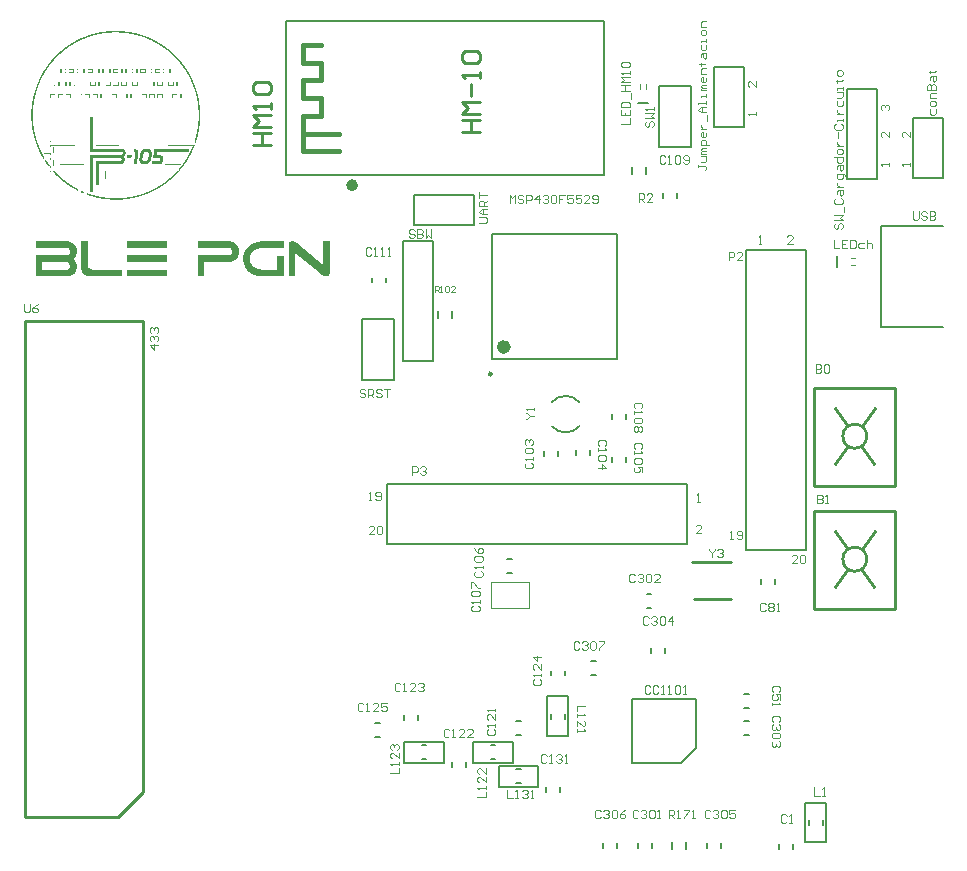
<source format=gto>
%FSLAX25Y25*%
%MOIN*%
G70*
G01*
G75*
%ADD10C,0.01969*%
%ADD11C,0.01000*%
%ADD12R,0.05512X0.03543*%
%ADD13R,0.03543X0.05512*%
%ADD14R,0.04016X0.07008*%
%ADD15R,0.06693X0.03150*%
%ADD16R,0.02756X0.03543*%
%ADD17R,0.05512X0.03150*%
%ADD18O,0.03740X0.00906*%
%ADD19R,0.03740X0.00906*%
%ADD20R,0.00906X0.03740*%
%ADD21R,0.09843X0.09843*%
%ADD22R,0.02756X0.02165*%
%ADD23R,0.12795X0.05118*%
%ADD24R,0.07087X0.01772*%
%ADD25R,0.05709X0.07874*%
%ADD26R,0.03543X0.02756*%
%ADD27R,0.04724X0.04331*%
%ADD28O,0.01181X0.06890*%
%ADD29O,0.06890X0.01181*%
G04:AMPARAMS|DCode=30|XSize=60mil|YSize=40mil|CornerRadius=19.8mil|HoleSize=0mil|Usage=FLASHONLY|Rotation=270.000|XOffset=0mil|YOffset=0mil|HoleType=Round|Shape=RoundedRectangle|*
%AMROUNDEDRECTD30*
21,1,0.06000,0.00040,0,0,270.0*
21,1,0.02040,0.04000,0,0,270.0*
1,1,0.03960,-0.00020,-0.01020*
1,1,0.03960,-0.00020,0.01020*
1,1,0.03960,0.00020,0.01020*
1,1,0.03960,0.00020,-0.01020*
%
%ADD30ROUNDEDRECTD30*%
G04:AMPARAMS|DCode=31|XSize=60mil|YSize=40mil|CornerRadius=19.8mil|HoleSize=0mil|Usage=FLASHONLY|Rotation=180.000|XOffset=0mil|YOffset=0mil|HoleType=Round|Shape=RoundedRectangle|*
%AMROUNDEDRECTD31*
21,1,0.06000,0.00040,0,0,180.0*
21,1,0.02040,0.04000,0,0,180.0*
1,1,0.03960,-0.01020,0.00020*
1,1,0.03960,0.01020,0.00020*
1,1,0.03960,0.01020,-0.00020*
1,1,0.03960,-0.01020,-0.00020*
%
%ADD31ROUNDEDRECTD31*%
%ADD32C,0.00787*%
%ADD33C,0.01500*%
%ADD34C,0.05906*%
%ADD35R,0.05906X0.05906*%
%ADD36C,0.20000*%
%ADD37C,0.20031*%
%ADD38O,0.04724X0.03150*%
%ADD39O,0.05118X0.03150*%
%ADD40C,0.05118*%
%ADD41C,0.09843*%
%ADD42C,0.06693*%
%ADD43R,0.05906X0.05906*%
%ADD44C,0.05000*%
%ADD45C,0.01969*%
%ADD46C,0.04000*%
%ADD47C,0.07543*%
%ADD48C,0.15799*%
%ADD49O,0.08331X0.06756*%
%ADD50O,0.08724X0.06756*%
%ADD51C,0.06756*%
%ADD52C,0.10299*%
%ADD53C,0.08724*%
%ADD54R,0.02362X0.03740*%
%ADD55R,0.07008X0.04016*%
%ADD56R,0.03150X0.05512*%
%ADD57R,0.03740X0.02362*%
%ADD58C,0.00984*%
%ADD59C,0.02362*%
%ADD60C,0.02000*%
%ADD61C,0.00197*%
%ADD62C,0.00394*%
%ADD63C,0.00591*%
%ADD64C,0.01600*%
%ADD65C,0.00500*%
G36*
X286997Y509128D02*
Y506437D01*
X286983Y506209D01*
X286943Y506007D01*
X286889Y505846D01*
X286822Y505698D01*
X286741Y505563D01*
X286647Y505456D01*
X286539Y505375D01*
X286445Y505308D01*
X286338Y505254D01*
X286230Y505213D01*
X286055Y505173D01*
X285988Y505160D01*
X285934Y505146D01*
X285504D01*
X285369Y505160D01*
X285235Y505200D01*
X285087Y505254D01*
X284939Y505321D01*
X284643Y505496D01*
X284361Y505684D01*
X284118Y505872D01*
X284011Y505967D01*
X283917Y506034D01*
X283849Y506101D01*
X283796Y506155D01*
X283755Y506182D01*
X283742Y506195D01*
X275524Y513028D01*
Y505146D01*
X273318D01*
Y512826D01*
Y515543D01*
X273331Y515772D01*
X273372Y515974D01*
X273426Y516148D01*
X273493Y516296D01*
X273574Y516417D01*
X273668Y516525D01*
X273762Y516606D01*
X273869Y516673D01*
X273964Y516727D01*
X274058Y516767D01*
X274233Y516821D01*
X274313D01*
X274367Y516834D01*
X274892D01*
X275120Y516794D01*
X275349Y516713D01*
X275591Y516606D01*
X275806Y516498D01*
X275995Y516390D01*
X276156Y516296D01*
X276210Y516256D01*
X276250Y516229D01*
X276277Y516216D01*
X276290Y516202D01*
X284751Y508899D01*
X284777Y516834D01*
X286997D01*
Y509128D01*
D02*
G37*
G36*
X253520Y516834D02*
X253816Y516821D01*
X254098Y516781D01*
X254353Y516727D01*
X254596Y516659D01*
X254824Y516579D01*
X255040Y516498D01*
X255228Y516404D01*
X255403Y516296D01*
X255564Y516175D01*
X255712Y516068D01*
X255847Y515933D01*
X256089Y515678D01*
X256263Y515409D01*
X256411Y515140D01*
X256519Y514884D01*
X256600Y514642D01*
X256653Y514413D01*
X256680Y514239D01*
X256707Y514090D01*
Y514037D01*
Y513996D01*
Y513983D01*
Y513969D01*
X256680Y512988D01*
X256667Y512705D01*
X256640Y512450D01*
X256600Y512194D01*
X256533Y511965D01*
X256452Y511750D01*
X256358Y511548D01*
X256250Y511374D01*
X256142Y511199D01*
X256008Y511037D01*
X255873Y510903D01*
X255577Y510647D01*
X255268Y510446D01*
X254945Y510284D01*
X254609Y510150D01*
X254300Y510055D01*
X254004Y509988D01*
X253748Y509948D01*
X253520Y509921D01*
X253426Y509907D01*
X253345Y509894D01*
X245234D01*
Y505146D01*
X243029D01*
Y510042D01*
Y512100D01*
X253358D01*
X253547Y512113D01*
X253721Y512154D01*
X253869Y512221D01*
X254004Y512302D01*
X254112Y512396D01*
X254192Y512503D01*
X254273Y512624D01*
X254327Y512746D01*
X254407Y512974D01*
X254434Y513082D01*
X254461Y513176D01*
Y513257D01*
X254475Y513324D01*
Y513364D01*
Y513378D01*
X254461Y513606D01*
X254421Y513808D01*
X254367Y513983D01*
X254300Y514131D01*
X254206Y514252D01*
X254112Y514360D01*
X254017Y514440D01*
X253910Y514507D01*
X253802Y514561D01*
X253708Y514602D01*
X253533Y514655D01*
X253466D01*
X253412Y514669D01*
X243029D01*
X243042Y516848D01*
X253197D01*
X253520Y516834D01*
D02*
G37*
G36*
X232968Y514642D02*
X219303D01*
Y516848D01*
X232968D01*
Y514642D01*
D02*
G37*
G36*
X232941Y509881D02*
X219303D01*
Y512086D01*
X232941D01*
Y509881D01*
D02*
G37*
G36*
X199397Y516834D02*
X199491D01*
X199720Y516807D01*
X199989Y516767D01*
X200285Y516700D01*
X200594Y516606D01*
X200930Y516485D01*
X201253Y516337D01*
X201562Y516148D01*
X201858Y515906D01*
X202127Y515637D01*
X202248Y515476D01*
X202356Y515301D01*
X202450Y515113D01*
X202531Y514924D01*
X202598Y514709D01*
X202638Y514481D01*
X202665Y514225D01*
X202679Y513969D01*
X202652Y512853D01*
Y512840D01*
X202638Y512772D01*
X202625Y512692D01*
X202611Y512584D01*
X202585Y512450D01*
X202544Y512288D01*
X202437Y511952D01*
X202369Y511777D01*
X202289Y511602D01*
X202181Y511441D01*
X202073Y511279D01*
X201939Y511145D01*
X201791Y511024D01*
X201616Y510930D01*
X201428Y510862D01*
X201441D01*
X201468Y510849D01*
X201522Y510822D01*
X201603Y510795D01*
X201683Y510741D01*
X201778Y510688D01*
X201872Y510607D01*
X201979Y510526D01*
X202087Y510419D01*
X202194Y510298D01*
X202302Y510150D01*
X202396Y509988D01*
X202477Y509813D01*
X202558Y509598D01*
X202611Y509383D01*
X202652Y509128D01*
X202679Y508011D01*
Y507998D01*
Y507984D01*
Y507944D01*
Y507890D01*
X202652Y507742D01*
X202625Y507567D01*
X202571Y507352D01*
X202490Y507110D01*
X202383Y506841D01*
X202235Y506585D01*
X202060Y506316D01*
X201818Y506047D01*
X201683Y505926D01*
X201535Y505805D01*
X201374Y505698D01*
X201199Y505590D01*
X201011Y505496D01*
X200796Y505415D01*
X200567Y505335D01*
X200325Y505267D01*
X200069Y505213D01*
X199787Y505173D01*
X199491Y505160D01*
X199168Y505146D01*
X189013D01*
X189000Y507191D01*
Y510042D01*
Y512100D01*
X199383D01*
X199437Y512113D01*
X199504Y512127D01*
X199679Y512167D01*
X199774Y512208D01*
X199881Y512261D01*
X199989Y512328D01*
X200083Y512409D01*
X200177Y512517D01*
X200271Y512638D01*
X200338Y512772D01*
X200392Y512947D01*
X200432Y513135D01*
X200446Y513364D01*
Y513378D01*
Y513418D01*
X200432Y513485D01*
Y513566D01*
X200406Y513673D01*
X200379Y513781D01*
X200298Y514023D01*
X200244Y514144D01*
X200164Y514252D01*
X200083Y514373D01*
X199975Y514467D01*
X199841Y514548D01*
X199693Y514615D01*
X199518Y514655D01*
X199330Y514669D01*
X189000D01*
X189013Y516848D01*
X199316D01*
X199397Y516834D01*
D02*
G37*
G36*
X232941Y505119D02*
X219303D01*
Y507325D01*
X232941D01*
Y505119D01*
D02*
G37*
G36*
X217331Y586905D02*
X217373D01*
Y586862D01*
X217416D01*
Y586905D01*
X217458D01*
Y586862D01*
X217500D01*
Y586905D01*
X217542D01*
Y586862D01*
X217584D01*
Y586905D01*
X217627D01*
Y586862D01*
X217669D01*
Y586905D01*
X217711D01*
Y586862D01*
X218175D01*
Y586820D01*
X218217D01*
Y586862D01*
X218260D01*
Y586820D01*
X218471D01*
Y586778D01*
X218513D01*
Y586820D01*
X218555D01*
Y586778D01*
X218597D01*
Y586820D01*
X218639D01*
Y586778D01*
X218935D01*
Y586736D01*
X218977D01*
Y586778D01*
X219019D01*
Y586736D01*
X219061D01*
Y586778D01*
X219103D01*
Y586736D01*
X219146D01*
Y586778D01*
X219188D01*
Y586736D01*
X219230D01*
Y586694D01*
X219272D01*
Y586736D01*
X219314D01*
Y586694D01*
X219356D01*
Y586736D01*
X219399D01*
Y586694D01*
X219610D01*
Y586651D01*
X219652D01*
Y586694D01*
X219694D01*
Y586651D01*
X219736D01*
Y586694D01*
X219778D01*
Y586651D01*
X219821D01*
Y586609D01*
X219863D01*
Y586651D01*
X219905D01*
Y586609D01*
X219947D01*
Y586651D01*
X219989D01*
Y586609D01*
X220200D01*
Y586567D01*
X220243D01*
Y586609D01*
X220285D01*
Y586567D01*
X220327D01*
Y586609D01*
X220369D01*
Y586567D01*
X220411D01*
Y586525D01*
X220454D01*
Y586567D01*
X220496D01*
Y586525D01*
X220707D01*
Y586483D01*
X220749D01*
Y586525D01*
X220791D01*
Y586483D01*
X220833D01*
Y586440D01*
X220876D01*
Y586483D01*
X220918D01*
Y586440D01*
X221129D01*
Y586398D01*
X221171D01*
Y586440D01*
X221213D01*
Y586398D01*
X221255D01*
Y586356D01*
X221297D01*
Y586398D01*
X221340D01*
Y586356D01*
X221551D01*
Y586314D01*
X221593D01*
Y586356D01*
X221635D01*
Y586314D01*
X221677D01*
Y586272D01*
X221719D01*
Y586314D01*
X221762D01*
Y586272D01*
X221972D01*
Y586230D01*
X222015D01*
Y586272D01*
X222057D01*
Y586230D01*
X222099D01*
Y586187D01*
X222310D01*
Y586145D01*
X222437D01*
Y586103D01*
X222479D01*
Y586145D01*
X222521D01*
Y586103D01*
X222648D01*
Y586061D01*
X222690D01*
Y586103D01*
X222732D01*
Y586061D01*
X222774D01*
Y586019D01*
X222985D01*
Y585976D01*
X223027D01*
Y585934D01*
X223070D01*
Y585976D01*
X223112D01*
Y585934D01*
X223323D01*
Y585892D01*
X223449D01*
Y585850D01*
X223576D01*
Y585808D01*
X223618D01*
Y585850D01*
X223660D01*
Y585808D01*
X223703D01*
Y585765D01*
X223829D01*
Y585723D01*
X223871D01*
Y585765D01*
X223913D01*
Y585723D01*
X223956D01*
Y585681D01*
X224082D01*
Y585639D01*
X224124D01*
Y585681D01*
X224167D01*
Y585639D01*
X224209D01*
Y585597D01*
X224251D01*
Y585639D01*
X224293D01*
Y585597D01*
X224420D01*
Y585554D01*
X224462D01*
Y585512D01*
X224504D01*
Y585554D01*
X224546D01*
Y585512D01*
X224673D01*
Y585470D01*
X224715D01*
Y585428D01*
X224757D01*
Y585470D01*
X224799D01*
Y585428D01*
X224926D01*
Y585386D01*
X224968D01*
Y585343D01*
X225010D01*
Y585386D01*
X225053D01*
Y585343D01*
X225179D01*
Y585301D01*
X225221D01*
Y585259D01*
X225348D01*
Y585217D01*
X225390D01*
Y585259D01*
X225432D01*
Y585217D01*
X225475D01*
Y585175D01*
X225601D01*
Y585132D01*
X225728D01*
Y585090D01*
X225854D01*
Y585048D01*
X225897D01*
Y585006D01*
X225939D01*
Y585048D01*
X225981D01*
Y585006D01*
X226023D01*
Y584964D01*
X226065D01*
Y584922D01*
X226108D01*
Y584964D01*
X226150D01*
Y584922D01*
X226276D01*
Y584879D01*
X226319D01*
Y584837D01*
X226445D01*
Y584795D01*
X226487D01*
Y584837D01*
X226529D01*
Y584795D01*
X226572D01*
Y584753D01*
X226698D01*
Y584711D01*
X226740D01*
Y584668D01*
X226867D01*
Y584626D01*
X226909D01*
Y584584D01*
X227036D01*
Y584542D01*
X227078D01*
Y584584D01*
X227120D01*
Y584542D01*
X227162D01*
Y584500D01*
X227289D01*
Y584457D01*
X227331D01*
Y584415D01*
X227458D01*
Y584373D01*
X227500D01*
Y584331D01*
X227626D01*
Y584289D01*
X227669D01*
Y584246D01*
X227795D01*
Y584204D01*
X227837D01*
Y584162D01*
X227964D01*
Y584120D01*
X228006D01*
Y584078D01*
X228048D01*
Y584120D01*
X228091D01*
Y584078D01*
X228133D01*
Y584035D01*
X228175D01*
Y583993D01*
X228217D01*
Y584035D01*
X228259D01*
Y583993D01*
X228302D01*
Y583951D01*
X228428D01*
Y583909D01*
X228470D01*
Y583867D01*
X228513D01*
Y583824D01*
X228555D01*
Y583867D01*
X228597D01*
Y583824D01*
X228639D01*
Y583782D01*
X228681D01*
Y583740D01*
X228724D01*
Y583782D01*
X228766D01*
Y583740D01*
X228808D01*
Y583698D01*
X228850D01*
Y583656D01*
X228977D01*
Y583613D01*
X229019D01*
Y583571D01*
X229145D01*
Y583529D01*
X229188D01*
Y583487D01*
X229314D01*
Y583445D01*
X229356D01*
Y583402D01*
X229483D01*
Y583360D01*
X229525D01*
Y583318D01*
X229567D01*
Y583276D01*
X229610D01*
Y583234D01*
X229736D01*
Y583191D01*
X229778D01*
Y583149D01*
X229905D01*
Y583107D01*
X229947D01*
Y583065D01*
X230074D01*
Y583023D01*
X230116D01*
Y582981D01*
X230158D01*
Y582938D01*
X230200D01*
Y582896D01*
X230327D01*
Y582854D01*
X230369D01*
Y582812D01*
X230453D01*
Y582770D01*
Y582727D01*
X230496D01*
Y582770D01*
X230538D01*
Y582727D01*
X230580D01*
Y582685D01*
X230622D01*
Y582643D01*
X230749D01*
Y582601D01*
X230791D01*
Y582559D01*
X230833D01*
Y582516D01*
X230875D01*
Y582474D01*
X231002D01*
Y582432D01*
X231044D01*
Y582390D01*
X231086D01*
Y582348D01*
X231171D01*
Y582305D01*
X231255D01*
Y582263D01*
X231297D01*
Y582221D01*
X231382D01*
Y582179D01*
Y582137D01*
X231508D01*
Y582094D01*
X231551D01*
Y582052D01*
X231593D01*
Y582010D01*
X231635D01*
Y582052D01*
X231677D01*
Y582010D01*
Y581968D01*
X231761D01*
Y581926D01*
X231804D01*
Y581883D01*
X231846D01*
Y581841D01*
X231888D01*
Y581799D01*
X232015D01*
Y581757D01*
X232057D01*
Y581715D01*
X232099D01*
Y581673D01*
X232141D01*
Y581630D01*
X232183D01*
Y581588D01*
X232226D01*
Y581546D01*
X232352D01*
Y581504D01*
X232394D01*
Y581462D01*
X232436D01*
Y581419D01*
X232479D01*
Y581377D01*
X232563D01*
Y581335D01*
Y581293D01*
X232690D01*
Y581251D01*
X232732D01*
Y581208D01*
X232774D01*
Y581166D01*
X232816D01*
Y581124D01*
X232943D01*
Y581082D01*
Y581040D01*
X233027D01*
Y580998D01*
X233069D01*
Y580955D01*
X233112D01*
Y580913D01*
X233154D01*
Y580871D01*
X233238D01*
Y580829D01*
Y580787D01*
X233323D01*
Y580744D01*
Y580702D01*
X233449D01*
Y580660D01*
X233491D01*
Y580618D01*
X233534D01*
Y580576D01*
X233576D01*
Y580533D01*
X233618D01*
Y580491D01*
X233660D01*
Y580449D01*
X233702D01*
Y580407D01*
X233745D01*
Y580365D01*
X233871D01*
Y580322D01*
X233913D01*
Y580280D01*
X233956D01*
Y580238D01*
X233998D01*
Y580196D01*
X234040D01*
Y580154D01*
X234082D01*
Y580111D01*
X234124D01*
Y580069D01*
X234167D01*
Y580027D01*
X234209D01*
Y579985D01*
X234251D01*
Y579943D01*
X234335D01*
Y579900D01*
Y579858D01*
X234462D01*
Y579816D01*
Y579774D01*
X234546D01*
Y579732D01*
X234588D01*
Y579690D01*
X234631D01*
Y579647D01*
X234673D01*
Y579605D01*
X234715D01*
Y579563D01*
X234757D01*
Y579521D01*
X234799D01*
Y579479D01*
X234842D01*
Y579436D01*
X234884D01*
Y579394D01*
X234926D01*
Y579352D01*
X234968D01*
Y579310D01*
X235010D01*
Y579268D01*
X235052D01*
Y579225D01*
X235095D01*
Y579183D01*
X235137D01*
Y579141D01*
X235179D01*
Y579099D01*
X235221D01*
Y579057D01*
X235263D01*
Y579014D01*
X235306D01*
Y578972D01*
X235348D01*
Y578930D01*
X235390D01*
Y578888D01*
X235432D01*
Y578846D01*
X235474D01*
Y578803D01*
X235517D01*
Y578761D01*
X235559D01*
Y578719D01*
X235601D01*
Y578677D01*
X235643D01*
Y578635D01*
X235685D01*
Y578592D01*
X235728D01*
Y578550D01*
X235770D01*
Y578508D01*
X235812D01*
Y578466D01*
X235854D01*
Y578424D01*
X235896D01*
Y578381D01*
X235939D01*
Y578339D01*
X235981D01*
Y578297D01*
X236023D01*
Y578255D01*
X236065D01*
Y578213D01*
X236107D01*
Y578170D01*
X236150D01*
Y578128D01*
X236192D01*
Y578086D01*
X236234D01*
Y578044D01*
X236276D01*
Y578002D01*
X236318D01*
Y577959D01*
X236361D01*
Y577917D01*
X236403D01*
Y577875D01*
X236445D01*
Y577833D01*
X236487D01*
Y577791D01*
X236529D01*
Y577749D01*
X236572D01*
Y577706D01*
X236614D01*
Y577664D01*
X236656D01*
Y577622D01*
Y577580D01*
X236740D01*
Y577538D01*
X236698D01*
Y577495D01*
X236783D01*
Y577453D01*
Y577411D01*
X236867D01*
Y577369D01*
Y577327D01*
X236909D01*
Y577284D01*
X236951D01*
Y577242D01*
X236993D01*
Y577200D01*
X237036D01*
Y577158D01*
X237078D01*
Y577116D01*
X237120D01*
Y577073D01*
X237162D01*
Y577031D01*
X237204D01*
Y576989D01*
X237247D01*
Y576947D01*
Y576905D01*
X237331D01*
Y576862D01*
X237289D01*
Y576820D01*
X237373D01*
Y576778D01*
Y576736D01*
X237415D01*
Y576694D01*
X237458D01*
Y576651D01*
X237500D01*
Y576609D01*
X237542D01*
Y576567D01*
X237584D01*
Y576525D01*
X237626D01*
Y576483D01*
X237669D01*
Y576441D01*
Y576398D01*
X237711D01*
Y576356D01*
Y576314D01*
X237753D01*
Y576272D01*
X237795D01*
Y576230D01*
X237837D01*
Y576187D01*
X237879D01*
Y576145D01*
X237922D01*
Y576103D01*
X237964D01*
Y576061D01*
X238006D01*
Y576019D01*
Y575976D01*
X238048D01*
Y575934D01*
Y575892D01*
X238090D01*
Y575850D01*
X238133D01*
Y575808D01*
X238175D01*
Y575766D01*
X238217D01*
Y575723D01*
X238259D01*
Y575681D01*
X238217D01*
Y575639D01*
X238301D01*
Y575597D01*
Y575555D01*
X238344D01*
Y575512D01*
X238386D01*
Y575470D01*
X238428D01*
Y575428D01*
X238470D01*
Y575386D01*
X238512D01*
Y575344D01*
Y575301D01*
X238555D01*
Y575259D01*
Y575217D01*
X238597D01*
Y575175D01*
X238639D01*
Y575133D01*
X238681D01*
Y575090D01*
Y575048D01*
X238723D01*
Y575006D01*
Y574964D01*
X238766D01*
Y574922D01*
X238808D01*
Y574879D01*
X238850D01*
Y574837D01*
X238892D01*
Y574795D01*
X238934D01*
Y574753D01*
Y574711D01*
Y574668D01*
X238977D01*
Y574626D01*
X239019D01*
Y574584D01*
X239061D01*
Y574542D01*
X239103D01*
Y574500D01*
X239061D01*
Y574458D01*
X239145D01*
Y574415D01*
Y574373D01*
X239188D01*
Y574331D01*
X239230D01*
Y574289D01*
X239272D01*
Y574247D01*
Y574204D01*
Y574162D01*
X239314D01*
Y574120D01*
X239356D01*
Y574078D01*
X239399D01*
Y574036D01*
Y573993D01*
Y573951D01*
X239441D01*
Y573909D01*
X239483D01*
Y573867D01*
X239525D01*
Y573825D01*
Y573782D01*
X239610D01*
Y573740D01*
X239567D01*
Y573698D01*
X239610D01*
Y573656D01*
X239652D01*
Y573614D01*
X239694D01*
Y573571D01*
Y573529D01*
X239736D01*
Y573487D01*
Y573445D01*
X239778D01*
Y573403D01*
X239820D01*
Y573360D01*
X239863D01*
Y573318D01*
X239820D01*
Y573276D01*
X239863D01*
Y573234D01*
X239905D01*
Y573192D01*
X239947D01*
Y573149D01*
X239905D01*
Y573107D01*
X239989D01*
Y573065D01*
Y573023D01*
X240031D01*
Y572981D01*
X240074D01*
Y572938D01*
X240116D01*
Y572896D01*
X240074D01*
Y572854D01*
X240116D01*
Y572812D01*
X240158D01*
Y572770D01*
X240200D01*
Y572727D01*
X240158D01*
Y572685D01*
X240200D01*
Y572643D01*
X240242D01*
Y572601D01*
X240284D01*
Y572559D01*
Y572517D01*
Y572474D01*
X240327D01*
Y572432D01*
X240369D01*
Y572390D01*
Y572348D01*
X240411D01*
Y572306D01*
Y572263D01*
X240453D01*
Y572221D01*
X240495D01*
Y572179D01*
X240538D01*
Y572137D01*
X240495D01*
Y572095D01*
X240538D01*
Y572052D01*
X240580D01*
Y572010D01*
X240622D01*
Y571968D01*
X240580D01*
Y571926D01*
X240622D01*
Y571884D01*
X240664D01*
Y571841D01*
X240706D01*
Y571799D01*
X240664D01*
Y571757D01*
X240706D01*
Y571715D01*
X240749D01*
Y571673D01*
X240791D01*
Y571630D01*
X240749D01*
Y571588D01*
X240791D01*
Y571546D01*
X240833D01*
Y571504D01*
X240875D01*
Y571462D01*
Y571419D01*
Y571377D01*
X240917D01*
Y571335D01*
X240960D01*
Y571293D01*
X240917D01*
Y571251D01*
X240960D01*
Y571209D01*
X241002D01*
Y571166D01*
X241044D01*
Y571124D01*
X241002D01*
Y571082D01*
X241044D01*
Y571040D01*
X241086D01*
Y570998D01*
X241128D01*
Y570955D01*
X241086D01*
Y570913D01*
X241128D01*
Y570871D01*
X241171D01*
Y570829D01*
X241213D01*
Y570787D01*
X241171D01*
Y570744D01*
X241213D01*
Y570702D01*
X241255D01*
Y570660D01*
Y570618D01*
Y570576D01*
X241297D01*
Y570534D01*
X241339D01*
Y570491D01*
Y570449D01*
Y570407D01*
X241382D01*
Y570365D01*
Y570323D01*
X241424D01*
Y570280D01*
Y570238D01*
X241466D01*
Y570196D01*
Y570154D01*
Y570112D01*
X241508D01*
Y570069D01*
X241550D01*
Y570027D01*
X241508D01*
Y569985D01*
X241550D01*
Y569943D01*
X241593D01*
Y569901D01*
X241635D01*
Y569858D01*
X241593D01*
Y569816D01*
X241635D01*
Y569774D01*
Y569732D01*
X241677D01*
Y569690D01*
Y569647D01*
X241719D01*
Y569605D01*
Y569563D01*
Y569521D01*
X241761D01*
Y569479D01*
X241804D01*
Y569436D01*
X241761D01*
Y569394D01*
X241804D01*
Y569352D01*
X241846D01*
Y569310D01*
Y569268D01*
Y569226D01*
X241888D01*
Y569183D01*
Y569141D01*
Y569099D01*
X241930D01*
Y569057D01*
X241972D01*
Y569015D01*
X241930D01*
Y568972D01*
X241972D01*
Y568930D01*
X242015D01*
Y568888D01*
Y568846D01*
Y568804D01*
X242057D01*
Y568761D01*
Y568719D01*
Y568677D01*
X242099D01*
Y568635D01*
Y568593D01*
Y568550D01*
X242141D01*
Y568508D01*
Y568466D01*
Y568424D01*
X242183D01*
Y568382D01*
X242226D01*
Y568339D01*
X242183D01*
Y568297D01*
X242226D01*
Y568255D01*
X242268D01*
Y568213D01*
Y568171D01*
Y568128D01*
X242310D01*
Y568086D01*
X242268D01*
Y568044D01*
X242310D01*
Y568002D01*
X242352D01*
Y567960D01*
Y567917D01*
Y567875D01*
X242394D01*
Y567833D01*
X242352D01*
Y567791D01*
X242394D01*
Y567749D01*
X242436D01*
Y567706D01*
Y567664D01*
Y567622D01*
X242479D01*
Y567580D01*
X242436D01*
Y567538D01*
X242479D01*
Y567495D01*
X242521D01*
Y567453D01*
Y567411D01*
Y567369D01*
X242563D01*
Y567327D01*
X242521D01*
Y567285D01*
X242563D01*
Y567242D01*
X242605D01*
Y567200D01*
Y567158D01*
Y567116D01*
X242647D01*
Y567074D01*
X242605D01*
Y567031D01*
X242647D01*
Y566989D01*
X242690D01*
Y566947D01*
X242647D01*
Y566905D01*
X242690D01*
Y566863D01*
X242732D01*
Y566820D01*
X242690D01*
Y566778D01*
X242732D01*
Y566736D01*
Y566694D01*
Y566652D01*
X242774D01*
Y566609D01*
Y566567D01*
Y566525D01*
X242816D01*
Y566483D01*
X242774D01*
Y566441D01*
X242816D01*
Y566398D01*
Y566356D01*
X242858D01*
Y566314D01*
Y566272D01*
X242901D01*
Y566230D01*
X242858D01*
Y566187D01*
X242901D01*
Y566145D01*
Y566103D01*
Y566061D01*
X242943D01*
Y566019D01*
Y565977D01*
Y565934D01*
X242985D01*
Y565892D01*
X242943D01*
Y565850D01*
X242985D01*
Y565808D01*
Y565766D01*
Y565723D01*
X243027D01*
Y565681D01*
Y565639D01*
Y565597D01*
X243069D01*
Y565555D01*
X243027D01*
Y565512D01*
X243069D01*
Y565470D01*
Y565428D01*
Y565386D01*
X243111D01*
Y565344D01*
Y565302D01*
Y565259D01*
X243154D01*
Y565217D01*
X243111D01*
Y565175D01*
X243154D01*
Y565133D01*
Y565091D01*
Y565048D01*
Y565006D01*
X243196D01*
Y564964D01*
Y564922D01*
X243238D01*
Y564880D01*
X243196D01*
Y564837D01*
X243238D01*
Y564795D01*
X243196D01*
Y564753D01*
X243238D01*
Y564711D01*
Y564669D01*
Y564626D01*
X243280D01*
Y564584D01*
Y564542D01*
Y564500D01*
X243322D01*
Y564458D01*
X243280D01*
Y564415D01*
X243322D01*
Y564373D01*
X243280D01*
Y564331D01*
X243322D01*
Y564289D01*
X243365D01*
Y564247D01*
X243322D01*
Y564204D01*
X243365D01*
Y564162D01*
Y564120D01*
Y564078D01*
X243407D01*
Y564036D01*
X243365D01*
Y563994D01*
X243407D01*
Y563951D01*
X243365D01*
Y563909D01*
X243407D01*
Y563867D01*
Y563825D01*
Y563783D01*
X243449D01*
Y563740D01*
Y563698D01*
Y563656D01*
X243491D01*
Y563614D01*
X243449D01*
Y563572D01*
X243491D01*
Y563529D01*
X243449D01*
Y563487D01*
X243491D01*
Y563445D01*
Y563403D01*
Y563361D01*
Y563318D01*
Y563276D01*
X243533D01*
Y563234D01*
X243491D01*
Y563192D01*
X243533D01*
Y563150D01*
Y563107D01*
Y563065D01*
X243576D01*
Y563023D01*
X243533D01*
Y562981D01*
X243576D01*
Y562939D01*
X243533D01*
Y562896D01*
X243576D01*
Y562854D01*
Y562812D01*
Y562770D01*
Y562728D01*
Y562685D01*
X243618D01*
Y562643D01*
Y562601D01*
Y562559D01*
Y562517D01*
Y562474D01*
X243660D01*
Y562432D01*
X243618D01*
Y562390D01*
X243660D01*
Y562348D01*
X243618D01*
Y562306D01*
X243660D01*
Y562263D01*
Y562221D01*
Y562179D01*
Y562137D01*
Y562095D01*
X243702D01*
Y562052D01*
X243660D01*
Y562010D01*
X243702D01*
Y561968D01*
Y561926D01*
Y561884D01*
X243744D01*
Y561842D01*
X243702D01*
Y561799D01*
X243744D01*
Y561757D01*
X243702D01*
Y561715D01*
X243744D01*
Y561673D01*
X243702D01*
Y561631D01*
X243744D01*
Y561588D01*
X243702D01*
Y561546D01*
X243744D01*
Y561504D01*
Y561462D01*
Y561420D01*
Y561377D01*
Y561335D01*
Y561293D01*
Y561251D01*
X243787D01*
Y561209D01*
Y561166D01*
Y561124D01*
Y561082D01*
Y561040D01*
Y560998D01*
Y560955D01*
X243829D01*
Y560913D01*
X243787D01*
Y560871D01*
X243829D01*
Y560829D01*
X243787D01*
Y560787D01*
X243829D01*
Y560744D01*
X243787D01*
Y560702D01*
X243829D01*
Y560660D01*
X243787D01*
Y560618D01*
X243829D01*
Y560576D01*
X243787D01*
Y560534D01*
X243829D01*
Y560491D01*
X243787D01*
Y560449D01*
X243829D01*
Y560407D01*
Y560365D01*
Y560323D01*
X243787D01*
Y560280D01*
X243829D01*
Y560238D01*
Y560196D01*
Y560154D01*
Y560112D01*
Y560069D01*
Y560027D01*
Y559985D01*
Y559943D01*
Y559901D01*
X243871D01*
Y559859D01*
X243829D01*
Y559816D01*
X243871D01*
Y559774D01*
Y559732D01*
Y559690D01*
X243829D01*
Y559648D01*
X243871D01*
Y559605D01*
Y559563D01*
Y559521D01*
Y559479D01*
Y559437D01*
Y559394D01*
Y559352D01*
Y559310D01*
Y559268D01*
Y559226D01*
Y559183D01*
Y559141D01*
Y559099D01*
Y559057D01*
Y559015D01*
Y558972D01*
Y558930D01*
Y558888D01*
Y558846D01*
Y558804D01*
Y558761D01*
Y558719D01*
Y558677D01*
Y558635D01*
Y558593D01*
Y558551D01*
Y558508D01*
Y558466D01*
Y558424D01*
Y558382D01*
Y558340D01*
Y558297D01*
Y558255D01*
Y558213D01*
Y558171D01*
Y558128D01*
Y558086D01*
Y558044D01*
Y558002D01*
X243829D01*
Y557960D01*
X243871D01*
Y557918D01*
Y557875D01*
Y557833D01*
X243829D01*
Y557791D01*
Y557749D01*
Y557707D01*
X243871D01*
Y557664D01*
X243829D01*
Y557622D01*
Y557580D01*
Y557538D01*
Y557496D01*
Y557453D01*
Y557411D01*
Y557369D01*
Y557327D01*
Y557285D01*
X243787D01*
Y557242D01*
X243829D01*
Y557200D01*
Y557158D01*
Y557116D01*
X243787D01*
Y557074D01*
X243829D01*
Y557031D01*
X243787D01*
Y556989D01*
X243829D01*
Y556947D01*
X243787D01*
Y556905D01*
X243829D01*
Y556863D01*
X243787D01*
Y556820D01*
X243829D01*
Y556778D01*
X243787D01*
Y556736D01*
X243829D01*
Y556694D01*
X243787D01*
Y556652D01*
Y556610D01*
Y556567D01*
Y556525D01*
Y556483D01*
Y556441D01*
Y556399D01*
X243744D01*
Y556356D01*
X243787D01*
Y556314D01*
X243744D01*
Y556272D01*
Y556230D01*
Y556188D01*
Y556145D01*
Y556103D01*
Y556061D01*
Y556019D01*
X243702D01*
Y555977D01*
X243744D01*
Y555934D01*
X243702D01*
Y555892D01*
X243744D01*
Y555850D01*
X243702D01*
Y555808D01*
X243744D01*
Y555766D01*
X243702D01*
Y555723D01*
Y555681D01*
Y555639D01*
X243660D01*
Y555597D01*
X243702D01*
Y555555D01*
X243660D01*
Y555513D01*
X243702D01*
Y555470D01*
X243660D01*
Y555428D01*
Y555386D01*
Y555344D01*
Y555302D01*
Y555259D01*
X243618D01*
Y555217D01*
X243660D01*
Y555175D01*
X243618D01*
Y555133D01*
X243660D01*
Y555091D01*
X243618D01*
Y555048D01*
X243660D01*
Y555006D01*
X243618D01*
Y554964D01*
Y554922D01*
Y554880D01*
X243576D01*
Y554837D01*
Y554795D01*
Y554753D01*
Y554711D01*
Y554669D01*
X243533D01*
Y554627D01*
X243576D01*
Y554584D01*
X243533D01*
Y554542D01*
X243576D01*
Y554500D01*
X243533D01*
Y554458D01*
Y554416D01*
Y554373D01*
Y554331D01*
Y554289D01*
X243491D01*
Y554247D01*
Y554205D01*
Y554162D01*
X243449D01*
Y554120D01*
X243491D01*
Y554078D01*
X243449D01*
Y554036D01*
X243491D01*
Y553994D01*
X243449D01*
Y553951D01*
Y553909D01*
Y553867D01*
X243407D01*
Y553825D01*
X243449D01*
Y553783D01*
X243407D01*
Y553740D01*
Y553698D01*
Y553656D01*
X243365D01*
Y553614D01*
X243407D01*
Y553572D01*
X243365D01*
Y553529D01*
X243407D01*
Y553487D01*
X243365D01*
Y553445D01*
Y553403D01*
Y553361D01*
X243322D01*
Y553319D01*
Y553276D01*
Y553234D01*
X243280D01*
Y553192D01*
X243322D01*
Y553150D01*
X243280D01*
Y553108D01*
Y553065D01*
Y553023D01*
Y552981D01*
Y552939D01*
X243238D01*
Y552896D01*
Y552854D01*
Y552812D01*
X243196D01*
Y552770D01*
X243238D01*
Y552728D01*
X243196D01*
Y552686D01*
Y552643D01*
Y552601D01*
X243154D01*
Y552559D01*
Y552517D01*
Y552475D01*
Y552432D01*
Y552390D01*
X243111D01*
Y552348D01*
X243154D01*
Y552306D01*
X243111D01*
Y552264D01*
Y552221D01*
Y552179D01*
X243069D01*
Y552137D01*
Y552095D01*
Y552053D01*
X243027D01*
Y552010D01*
X243069D01*
Y551968D01*
X243027D01*
Y551926D01*
X242985D01*
Y551884D01*
Y551842D01*
Y551799D01*
Y551757D01*
Y551715D01*
X242943D01*
Y551673D01*
X242985D01*
Y551631D01*
X242943D01*
Y551588D01*
Y551546D01*
Y551504D01*
X242901D01*
Y551462D01*
X242858D01*
Y551420D01*
X242901D01*
Y551378D01*
X242858D01*
Y551335D01*
Y551293D01*
Y551251D01*
X242816D01*
Y551209D01*
Y551167D01*
Y551124D01*
X242774D01*
Y551082D01*
X242816D01*
Y551040D01*
X242774D01*
Y550998D01*
Y550956D01*
Y550913D01*
X242732D01*
Y550871D01*
X242690D01*
Y550829D01*
X242732D01*
Y550787D01*
X242690D01*
Y550745D01*
Y550702D01*
Y550660D01*
X242647D01*
Y550618D01*
Y550576D01*
Y550534D01*
X242605D01*
Y550492D01*
X242647D01*
Y550449D01*
X242605D01*
Y550407D01*
X242563D01*
Y550365D01*
Y550323D01*
Y550281D01*
X242521D01*
Y550238D01*
X242563D01*
Y550196D01*
X242521D01*
Y550154D01*
Y550112D01*
Y550070D01*
X242479D01*
Y550027D01*
X242436D01*
Y549985D01*
X242479D01*
Y549943D01*
X242436D01*
Y549901D01*
Y549859D01*
X242394D01*
Y549816D01*
Y549774D01*
X242352D01*
Y549732D01*
X242394D01*
Y549690D01*
X242352D01*
Y549648D01*
Y549605D01*
X242310D01*
Y549563D01*
Y549521D01*
X242268D01*
Y549479D01*
X242310D01*
Y549437D01*
X242268D01*
Y549395D01*
X242226D01*
Y549352D01*
Y549310D01*
Y549268D01*
X242183D01*
Y549226D01*
X242226D01*
Y549184D01*
X242183D01*
Y549141D01*
X242141D01*
Y549099D01*
Y549057D01*
Y549015D01*
X242099D01*
Y548973D01*
X242141D01*
Y548930D01*
X242099D01*
Y548888D01*
X242141D01*
Y548846D01*
X242099D01*
Y548804D01*
X242141D01*
Y548762D01*
X242099D01*
Y548719D01*
X242141D01*
Y548677D01*
X241972D01*
Y548635D01*
Y548593D01*
X241930D01*
Y548551D01*
Y548508D01*
Y548466D01*
X241888D01*
Y548424D01*
X241846D01*
Y548382D01*
X241888D01*
Y548340D01*
X241846D01*
Y548297D01*
Y548255D01*
Y548213D01*
X241804D01*
Y548171D01*
X241761D01*
Y548129D01*
X241804D01*
Y548087D01*
X241761D01*
Y548044D01*
X241719D01*
Y548002D01*
X241677D01*
Y547960D01*
X241719D01*
Y547918D01*
X241677D01*
Y547875D01*
X241635D01*
Y547833D01*
X241593D01*
Y547791D01*
X241635D01*
Y547749D01*
X241593D01*
Y547707D01*
Y547664D01*
Y547622D01*
X241550D01*
Y547580D01*
X241508D01*
Y547538D01*
X241550D01*
Y547496D01*
X241508D01*
Y547454D01*
X241466D01*
Y547411D01*
Y547369D01*
Y547327D01*
X241424D01*
Y547285D01*
X241382D01*
Y547243D01*
Y547200D01*
Y547158D01*
X241339D01*
Y547116D01*
Y547074D01*
X241297D01*
Y547032D01*
Y546989D01*
X241255D01*
Y546947D01*
Y546905D01*
X241213D01*
Y546863D01*
Y546821D01*
X241171D01*
Y546778D01*
Y546736D01*
Y546694D01*
X241128D01*
Y546652D01*
X241086D01*
Y546610D01*
X241128D01*
Y546567D01*
X241086D01*
Y546525D01*
X241044D01*
Y546483D01*
X241002D01*
Y546441D01*
Y546399D01*
Y546356D01*
X240960D01*
Y546314D01*
X240917D01*
Y546272D01*
X240960D01*
Y546230D01*
X240917D01*
Y546188D01*
X240875D01*
Y546146D01*
X240833D01*
Y546103D01*
Y546061D01*
Y546019D01*
X240791D01*
Y545977D01*
X240749D01*
Y545935D01*
X240791D01*
Y545892D01*
X240749D01*
Y545850D01*
X240706D01*
Y545808D01*
X240664D01*
Y545766D01*
Y545724D01*
Y545681D01*
X240622D01*
Y545639D01*
X240580D01*
Y545597D01*
Y545555D01*
X240538D01*
Y545513D01*
Y545471D01*
X240495D01*
Y545428D01*
Y545386D01*
X240453D01*
Y545344D01*
Y545302D01*
X240411D01*
Y545260D01*
X240369D01*
Y545217D01*
X240327D01*
Y545175D01*
X240369D01*
Y545133D01*
X240327D01*
Y545091D01*
X240284D01*
Y545049D01*
Y545006D01*
Y544964D01*
X240242D01*
Y544922D01*
X240200D01*
Y544880D01*
X240158D01*
Y544838D01*
Y544795D01*
X240116D01*
Y544753D01*
Y544711D01*
X240074D01*
Y544669D01*
Y544627D01*
X240031D01*
Y544584D01*
Y544542D01*
X239989D01*
Y544500D01*
X239947D01*
Y544458D01*
X239905D01*
Y544416D01*
X239947D01*
Y544373D01*
X239905D01*
Y544331D01*
X239863D01*
Y544289D01*
X239820D01*
Y544247D01*
Y544205D01*
X239778D01*
Y544163D01*
Y544120D01*
X239736D01*
Y544078D01*
X239694D01*
Y544036D01*
X239652D01*
Y543994D01*
X239694D01*
Y543952D01*
X239610D01*
Y543909D01*
Y543867D01*
X239567D01*
Y543825D01*
X239525D01*
Y543783D01*
Y543741D01*
Y543698D01*
X239483D01*
Y543656D01*
X239441D01*
Y543614D01*
X239399D01*
Y543572D01*
Y543530D01*
X239356D01*
Y543487D01*
Y543445D01*
X239314D01*
Y543403D01*
X239272D01*
Y543361D01*
X239230D01*
Y543319D01*
Y543276D01*
X239188D01*
Y543234D01*
Y543192D01*
X239145D01*
Y543150D01*
X239103D01*
Y543108D01*
X239061D01*
Y543065D01*
Y543023D01*
X239019D01*
Y542981D01*
Y542939D01*
X238977D01*
Y542897D01*
X238934D01*
Y542854D01*
X238892D01*
Y542812D01*
Y542770D01*
X238850D01*
Y542728D01*
Y542686D01*
X238808D01*
Y542643D01*
X238766D01*
Y542601D01*
X238723D01*
Y542559D01*
X238681D01*
Y542517D01*
X238639D01*
Y542475D01*
X238681D01*
Y542432D01*
X238597D01*
Y542390D01*
Y542348D01*
X238555D01*
Y542306D01*
X238512D01*
Y542264D01*
X238470D01*
Y542222D01*
Y542179D01*
X238428D01*
Y542137D01*
Y542095D01*
X238386D01*
Y542053D01*
X238344D01*
Y542011D01*
X238301D01*
Y541968D01*
X238259D01*
Y541926D01*
X238217D01*
Y541884D01*
Y541842D01*
X238175D01*
Y541800D01*
Y541757D01*
X238133D01*
Y541715D01*
X238090D01*
Y541673D01*
X238048D01*
Y541631D01*
X238006D01*
Y541589D01*
X237964D01*
Y541546D01*
Y541504D01*
X237922D01*
Y541462D01*
X237879D01*
Y541420D01*
Y541378D01*
X237837D01*
Y541335D01*
X237795D01*
Y541293D01*
X237753D01*
Y541251D01*
X237711D01*
Y541209D01*
X237669D01*
Y541167D01*
X237626D01*
Y541124D01*
Y541082D01*
X237542D01*
Y541040D01*
X237584D01*
Y540998D01*
X237500D01*
Y540956D01*
Y540914D01*
X237458D01*
Y540871D01*
X237415D01*
Y540829D01*
X237373D01*
Y540787D01*
X237331D01*
Y540745D01*
X237289D01*
Y540703D01*
Y540660D01*
X237204D01*
Y540618D01*
Y540576D01*
X237162D01*
Y540534D01*
Y540492D01*
X237120D01*
Y540449D01*
X237078D01*
Y540407D01*
X237036D01*
Y540365D01*
X236993D01*
Y540323D01*
X236951D01*
Y540281D01*
X236909D01*
Y540239D01*
X236867D01*
Y540196D01*
X236825D01*
Y540154D01*
X236783D01*
Y540112D01*
X236740D01*
Y540070D01*
X236698D01*
Y540028D01*
Y539985D01*
X236614D01*
Y539943D01*
Y539901D01*
X236529D01*
Y539859D01*
X236572D01*
Y539817D01*
X236487D01*
Y539774D01*
Y539732D01*
X236403D01*
Y539690D01*
Y539648D01*
X236361D01*
Y539606D01*
X236318D01*
Y539563D01*
X236276D01*
Y539521D01*
X236234D01*
Y539479D01*
X236192D01*
Y539437D01*
X236150D01*
Y539395D01*
X236107D01*
Y539352D01*
X236065D01*
Y539310D01*
X236023D01*
Y539268D01*
X235981D01*
Y539226D01*
X235939D01*
Y539184D01*
X235896D01*
Y539141D01*
X235854D01*
Y539099D01*
X235812D01*
Y539057D01*
X235770D01*
Y539015D01*
X235728D01*
Y538973D01*
X235685D01*
Y538931D01*
X235643D01*
Y538888D01*
X235601D01*
Y538846D01*
X235559D01*
Y538804D01*
X235517D01*
Y538762D01*
X235474D01*
Y538720D01*
X235432D01*
Y538677D01*
X235390D01*
Y538635D01*
X235348D01*
Y538593D01*
X235306D01*
Y538551D01*
X235263D01*
Y538509D01*
X235221D01*
Y538466D01*
X235179D01*
Y538424D01*
X235137D01*
Y538382D01*
X235095D01*
Y538340D01*
X235052D01*
Y538298D01*
X235010D01*
Y538255D01*
X234968D01*
Y538213D01*
X234926D01*
Y538171D01*
X234884D01*
Y538129D01*
X234799D01*
Y538087D01*
Y538044D01*
X234673D01*
Y538002D01*
X234715D01*
Y537960D01*
X234588D01*
Y537918D01*
X234631D01*
Y537876D01*
X234504D01*
Y537833D01*
X234462D01*
Y537791D01*
X234420D01*
Y537749D01*
X234377D01*
Y537707D01*
X234335D01*
Y537665D01*
X234293D01*
Y537622D01*
X234251D01*
Y537580D01*
X234209D01*
Y537538D01*
X234167D01*
Y537496D01*
X234124D01*
Y537454D01*
X234082D01*
Y537411D01*
X234040D01*
Y537369D01*
X233913D01*
Y537327D01*
Y537285D01*
X233829D01*
Y537243D01*
X233787D01*
Y537200D01*
X233745D01*
Y537158D01*
X233702D01*
Y537116D01*
X233660D01*
Y537074D01*
X233618D01*
Y537032D01*
X233534D01*
Y536989D01*
Y536947D01*
X233407D01*
Y536905D01*
X233365D01*
Y536863D01*
X233323D01*
Y536821D01*
X233280D01*
Y536779D01*
X233238D01*
Y536736D01*
X233196D01*
Y536694D01*
X233154D01*
Y536652D01*
X233112D01*
Y536610D01*
X232985D01*
Y536568D01*
Y536525D01*
X232901D01*
Y536483D01*
X232858D01*
Y536441D01*
X232816D01*
Y536399D01*
X232774D01*
Y536357D01*
X232647D01*
Y536314D01*
X232690D01*
Y536272D01*
X232563D01*
Y536230D01*
X232521D01*
Y536188D01*
X232479D01*
Y536146D01*
X232436D01*
Y536103D01*
X232352D01*
Y536061D01*
X232268D01*
Y536019D01*
X232226D01*
Y535977D01*
X232183D01*
Y535935D01*
X232141D01*
Y535892D01*
X232099D01*
Y535850D01*
X231972D01*
Y535808D01*
X231930D01*
Y535766D01*
X231888D01*
Y535724D01*
X231846D01*
Y535681D01*
X231719D01*
Y535639D01*
Y535597D01*
X231635D01*
Y535555D01*
X231593D01*
Y535513D01*
X231466D01*
Y535471D01*
X231508D01*
Y535428D01*
X231466D01*
Y535471D01*
X231424D01*
Y535428D01*
X231382D01*
Y535386D01*
X231340D01*
Y535344D01*
X231255D01*
Y535302D01*
X231213D01*
Y535260D01*
X231129D01*
Y535217D01*
X231086D01*
Y535175D01*
X230960D01*
Y535133D01*
X231002D01*
Y535091D01*
X230960D01*
Y535133D01*
X230918D01*
Y535091D01*
X230875D01*
Y535049D01*
X230833D01*
Y535006D01*
X230707D01*
Y534964D01*
X230664D01*
Y534922D01*
X230622D01*
Y534880D01*
X230580D01*
Y534838D01*
X230453D01*
Y534796D01*
X230411D01*
Y534753D01*
X230369D01*
Y534711D01*
X230242D01*
Y534669D01*
X230200D01*
Y534627D01*
X230158D01*
Y534585D01*
X230031D01*
Y534542D01*
X229989D01*
Y534500D01*
X229863D01*
Y534458D01*
X229820D01*
Y534416D01*
X229778D01*
Y534374D01*
X229736D01*
Y534331D01*
X229694D01*
Y534374D01*
X229652D01*
Y534331D01*
X229610D01*
Y534289D01*
X229567D01*
Y534247D01*
X229441D01*
Y534205D01*
X229399D01*
Y534163D01*
X229272D01*
Y534120D01*
X229230D01*
Y534078D01*
X229188D01*
Y534036D01*
X229061D01*
Y533994D01*
X229019D01*
Y533952D01*
X228977D01*
Y533909D01*
X228935D01*
Y533952D01*
X228892D01*
Y533909D01*
X228850D01*
Y533867D01*
X228808D01*
Y533825D01*
X228681D01*
Y533783D01*
X228639D01*
Y533741D01*
X228513D01*
Y533698D01*
X228470D01*
Y533656D01*
X228344D01*
Y533614D01*
X228302D01*
Y533572D01*
X228175D01*
Y533530D01*
X228133D01*
Y533488D01*
X228006D01*
Y533445D01*
X227964D01*
Y533403D01*
X227837D01*
Y533361D01*
X227753D01*
Y533319D01*
X227669D01*
Y533277D01*
X227626D01*
Y533319D01*
X227584D01*
Y533277D01*
X227626D01*
Y533234D01*
X227584D01*
Y533277D01*
X227542D01*
Y533234D01*
X227500D01*
Y533192D01*
X227373D01*
Y533150D01*
X227247D01*
Y533108D01*
X227204D01*
Y533066D01*
X227078D01*
Y533023D01*
X227036D01*
Y532981D01*
X226909D01*
Y532939D01*
X226867D01*
Y532897D01*
X226656D01*
Y532855D01*
X226614D01*
Y532812D01*
X226487D01*
Y532770D01*
X226445D01*
Y532728D01*
X226319D01*
Y532686D01*
X226192D01*
Y532644D01*
X226065D01*
Y532601D01*
X226023D01*
Y532559D01*
X225897D01*
Y532517D01*
X225854D01*
Y532559D01*
X225812D01*
Y532517D01*
X225770D01*
Y532475D01*
X225643D01*
Y532433D01*
X225601D01*
Y532390D01*
X225559D01*
Y532433D01*
X225517D01*
Y532390D01*
X225390D01*
Y532348D01*
X225348D01*
Y532306D01*
X225221D01*
Y532264D01*
X225179D01*
Y532306D01*
X225137D01*
Y532264D01*
X225095D01*
Y532222D01*
X224968D01*
Y532179D01*
X224842D01*
Y532137D01*
X224715D01*
Y532095D01*
X224588D01*
Y532053D01*
X224462D01*
Y532011D01*
X224335D01*
Y531968D01*
X224209D01*
Y531926D01*
X224167D01*
Y531968D01*
X224124D01*
Y531926D01*
X224082D01*
Y531884D01*
X223956D01*
Y531842D01*
X223913D01*
Y531884D01*
X223871D01*
Y531842D01*
X223829D01*
Y531800D01*
X223787D01*
Y531842D01*
X223745D01*
Y531800D01*
X223618D01*
Y531757D01*
X223576D01*
Y531800D01*
X223534D01*
Y531757D01*
X223576D01*
Y531715D01*
X223534D01*
Y531757D01*
X223492D01*
Y531715D01*
X223365D01*
Y531673D01*
X223323D01*
Y531715D01*
X223281D01*
Y531673D01*
X223238D01*
Y531631D01*
X223196D01*
Y531673D01*
X223154D01*
Y531631D01*
X223027D01*
Y531589D01*
X222901D01*
Y531547D01*
X222774D01*
Y531504D01*
X222732D01*
Y531547D01*
X222690D01*
Y531504D01*
X222563D01*
Y531462D01*
X222352D01*
Y531420D01*
X222226D01*
Y531378D01*
X222015D01*
Y531336D01*
X221972D01*
Y531378D01*
X221930D01*
Y531336D01*
X221888D01*
Y531293D01*
X221846D01*
Y531336D01*
X221804D01*
Y531293D01*
X221677D01*
Y531251D01*
X221635D01*
Y531293D01*
X221593D01*
Y531251D01*
X221551D01*
Y531293D01*
X221508D01*
Y531251D01*
X221551D01*
Y531209D01*
X221508D01*
Y531251D01*
X221466D01*
Y531209D01*
X221255D01*
Y531167D01*
X221213D01*
Y531209D01*
X221171D01*
Y531167D01*
X221129D01*
Y531125D01*
X221087D01*
Y531167D01*
X221044D01*
Y531125D01*
X220833D01*
Y531082D01*
X220791D01*
Y531125D01*
X220749D01*
Y531082D01*
X220707D01*
Y531125D01*
X220665D01*
Y531082D01*
X220622D01*
Y531040D01*
X220580D01*
Y531082D01*
X220538D01*
Y531040D01*
X220327D01*
Y530998D01*
X220285D01*
Y531040D01*
X220243D01*
Y530998D01*
X220116D01*
Y530956D01*
X220074D01*
Y530998D01*
X220032D01*
Y530956D01*
X219821D01*
Y530914D01*
X219778D01*
Y530956D01*
X219736D01*
Y530914D01*
X219694D01*
Y530956D01*
X219652D01*
Y530914D01*
X219525D01*
Y530871D01*
X219483D01*
Y530914D01*
X219441D01*
Y530871D01*
X219146D01*
Y530829D01*
X219103D01*
Y530871D01*
X219061D01*
Y530829D01*
X218935D01*
Y530787D01*
X218892D01*
Y530829D01*
X218850D01*
Y530787D01*
X218808D01*
Y530829D01*
X218766D01*
Y530787D01*
X218724D01*
Y530829D01*
X218681D01*
Y530787D01*
X218302D01*
Y530745D01*
X218260D01*
Y530787D01*
X218217D01*
Y530745D01*
X218175D01*
Y530787D01*
X218133D01*
Y530745D01*
X218006D01*
Y530703D01*
X217964D01*
Y530745D01*
X217922D01*
Y530703D01*
X217880D01*
Y530745D01*
X217838D01*
Y530703D01*
X217795D01*
Y530745D01*
X217753D01*
Y530703D01*
X217205D01*
Y530660D01*
X217162D01*
Y530703D01*
X217120D01*
Y530660D01*
X217078D01*
Y530703D01*
X217036D01*
Y530660D01*
X216994D01*
Y530703D01*
X216951D01*
Y530660D01*
X216909D01*
Y530703D01*
X216867D01*
Y530660D01*
X216740D01*
Y530703D01*
X216698D01*
Y530660D01*
X216572D01*
Y530618D01*
X216530D01*
Y530660D01*
X216403D01*
Y530618D01*
X216361D01*
Y530660D01*
X216319D01*
Y530618D01*
X216276D01*
Y530660D01*
X216234D01*
Y530618D01*
X216192D01*
Y530660D01*
X216150D01*
Y530618D01*
X216108D01*
Y530660D01*
X216065D01*
Y530618D01*
X216023D01*
Y530660D01*
X215981D01*
Y530618D01*
X215939D01*
Y530660D01*
X215897D01*
Y530618D01*
X215854D01*
Y530660D01*
X215812D01*
Y530618D01*
X215770D01*
Y530660D01*
X215728D01*
Y530618D01*
X215686D01*
Y530660D01*
X215644D01*
Y530618D01*
X215601D01*
Y530660D01*
X215559D01*
Y530618D01*
X215517D01*
Y530660D01*
X215475D01*
Y530618D01*
X215433D01*
Y530660D01*
X215390D01*
Y530618D01*
X215348D01*
Y530660D01*
X215306D01*
Y530618D01*
X215264D01*
Y530660D01*
X215222D01*
Y530618D01*
X215179D01*
Y530660D01*
X215137D01*
Y530618D01*
X215095D01*
Y530660D01*
X215053D01*
Y530618D01*
X215011D01*
Y530660D01*
X214884D01*
Y530618D01*
X214842D01*
Y530660D01*
X214715D01*
Y530703D01*
X214673D01*
Y530660D01*
X214546D01*
Y530703D01*
X214504D01*
Y530660D01*
X214462D01*
Y530703D01*
X214420D01*
Y530660D01*
X214378D01*
Y530703D01*
X214335D01*
Y530660D01*
X214293D01*
Y530703D01*
X214251D01*
Y530660D01*
X214209D01*
Y530703D01*
X214167D01*
Y530660D01*
X214124D01*
Y530703D01*
X213745D01*
Y530745D01*
X213703D01*
Y530703D01*
X213660D01*
Y530745D01*
X213618D01*
Y530703D01*
X213576D01*
Y530745D01*
X213534D01*
Y530703D01*
X213492D01*
Y530745D01*
X213449D01*
Y530703D01*
X213407D01*
Y530745D01*
X213281D01*
Y530787D01*
X213239D01*
Y530745D01*
X213196D01*
Y530787D01*
X213154D01*
Y530745D01*
X213112D01*
Y530787D01*
X213070D01*
Y530745D01*
X213028D01*
Y530787D01*
X212817D01*
Y530829D01*
X212774D01*
Y530787D01*
X212732D01*
Y530829D01*
X212690D01*
Y530787D01*
X212648D01*
Y530829D01*
X212606D01*
Y530787D01*
X212563D01*
Y530829D01*
X212521D01*
Y530871D01*
X212479D01*
Y530829D01*
X212437D01*
Y530871D01*
X212395D01*
Y530829D01*
X212352D01*
Y530871D01*
X212310D01*
Y530829D01*
X212268D01*
Y530871D01*
X212057D01*
Y530914D01*
X212015D01*
Y530871D01*
X211973D01*
Y530914D01*
X211930D01*
Y530871D01*
X211888D01*
Y530914D01*
X211762D01*
Y530956D01*
X211719D01*
Y530914D01*
X211677D01*
Y530956D01*
X211466D01*
Y530998D01*
X211424D01*
Y530956D01*
X211382D01*
Y530998D01*
X211340D01*
Y530956D01*
X211297D01*
Y530998D01*
X211255D01*
Y531040D01*
X211213D01*
Y530998D01*
X211171D01*
Y531040D01*
X211129D01*
Y530998D01*
X211087D01*
Y531040D01*
X210876D01*
Y531082D01*
X210833D01*
Y531040D01*
X210791D01*
Y531082D01*
X210749D01*
Y531125D01*
X210707D01*
Y531082D01*
X210665D01*
Y531125D01*
X210454D01*
Y531167D01*
X210412D01*
Y531125D01*
X210369D01*
Y531167D01*
X210327D01*
Y531209D01*
X210285D01*
Y531167D01*
X210243D01*
Y531209D01*
X210032D01*
Y531251D01*
X209990D01*
Y531209D01*
X209947D01*
Y531251D01*
X209905D01*
Y531293D01*
X209863D01*
Y531251D01*
X209821D01*
Y531293D01*
X209610D01*
Y531336D01*
X209483D01*
Y531378D01*
X209441D01*
Y531336D01*
X209399D01*
Y531378D01*
X209272D01*
Y531420D01*
X209230D01*
Y531378D01*
X209188D01*
Y531420D01*
X209146D01*
Y531462D01*
X209103D01*
Y531420D01*
X209061D01*
Y531462D01*
X208935D01*
Y531504D01*
X208892D01*
Y531462D01*
X208850D01*
Y531504D01*
X208808D01*
Y531547D01*
X208766D01*
Y531504D01*
X208724D01*
Y531547D01*
X208597D01*
Y531589D01*
X208555D01*
Y531547D01*
X208513D01*
Y531589D01*
X208471D01*
Y531631D01*
X208260D01*
Y531673D01*
X208133D01*
Y531715D01*
X208006D01*
Y531757D01*
X207964D01*
Y531715D01*
X207922D01*
Y531757D01*
X207880D01*
Y531800D01*
X207838D01*
Y531757D01*
X207796D01*
Y531800D01*
X207669D01*
Y531842D01*
X207542D01*
Y531884D01*
X207416D01*
Y531926D01*
X207373D01*
Y531884D01*
X207331D01*
Y531926D01*
X207289D01*
Y531968D01*
X207163D01*
Y532011D01*
X207120D01*
Y531968D01*
X207078D01*
Y532011D01*
X207036D01*
Y532053D01*
X206825D01*
Y532095D01*
X206783D01*
Y532137D01*
X206572D01*
Y532179D01*
X206530D01*
Y532222D01*
X206403D01*
Y532264D01*
X206361D01*
Y532222D01*
X206319D01*
Y532264D01*
X206276D01*
Y532306D01*
X206234D01*
Y532264D01*
Y532222D01*
Y532179D01*
Y532137D01*
Y532095D01*
Y532053D01*
Y532011D01*
Y531968D01*
Y531926D01*
Y531884D01*
Y531842D01*
Y531800D01*
Y531757D01*
Y531715D01*
Y531673D01*
Y531631D01*
Y531589D01*
Y531547D01*
Y531504D01*
Y531462D01*
Y531420D01*
Y531378D01*
Y531336D01*
Y531293D01*
Y531251D01*
X206192D01*
Y531293D01*
X206150D01*
Y531251D01*
X206108D01*
Y531293D01*
X206066D01*
Y531251D01*
X206023D01*
Y531293D01*
X205981D01*
Y531251D01*
X205939D01*
Y531293D01*
X205897D01*
Y531251D01*
X205855D01*
Y531293D01*
X205812D01*
Y531251D01*
X205770D01*
Y531293D01*
X205728D01*
Y531251D01*
X205686D01*
Y531293D01*
X205644D01*
Y531251D01*
X205601D01*
Y531293D01*
X205559D01*
Y531251D01*
X205517D01*
Y531293D01*
X205475D01*
Y531251D01*
X205433D01*
Y531293D01*
X205390D01*
Y531251D01*
X205348D01*
Y531293D01*
X205306D01*
Y531251D01*
X205264D01*
Y531293D01*
X205222D01*
Y531251D01*
X205180D01*
Y531293D01*
X205137D01*
Y531251D01*
X205095D01*
Y531293D01*
X205053D01*
Y531336D01*
X205095D01*
Y531378D01*
X205053D01*
Y531420D01*
X205095D01*
Y531462D01*
X205053D01*
Y531504D01*
X205095D01*
Y531547D01*
X205053D01*
Y531589D01*
X205095D01*
Y531631D01*
X205053D01*
Y531673D01*
X205095D01*
Y531715D01*
X205053D01*
Y531757D01*
X205095D01*
Y531800D01*
X205053D01*
Y531842D01*
X205095D01*
Y531884D01*
X205053D01*
Y531926D01*
X205095D01*
Y531968D01*
X205053D01*
Y532011D01*
X205095D01*
Y532053D01*
X205053D01*
Y532095D01*
X205095D01*
Y532137D01*
X205053D01*
Y532179D01*
X205095D01*
Y532222D01*
X205053D01*
Y532264D01*
X205095D01*
Y532306D01*
X205053D01*
Y532348D01*
X205095D01*
Y532390D01*
X205053D01*
Y532433D01*
X205095D01*
Y532475D01*
X205053D01*
Y532517D01*
X205095D01*
Y532559D01*
X205053D01*
Y532601D01*
X205095D01*
Y532644D01*
X205053D01*
Y532686D01*
X205095D01*
Y532728D01*
X205053D01*
Y532770D01*
X205011D01*
Y532812D01*
X204969D01*
Y532770D01*
X205011D01*
Y532728D01*
X204969D01*
Y532770D01*
X204926D01*
Y532812D01*
X204884D01*
Y532855D01*
X204842D01*
Y532812D01*
X204800D01*
Y532855D01*
X204757D01*
Y532897D01*
X204631D01*
Y532939D01*
X204589D01*
Y532981D01*
X204462D01*
Y533023D01*
X204420D01*
Y533066D01*
X204378D01*
Y533023D01*
X204336D01*
Y533066D01*
X204293D01*
Y533108D01*
X204167D01*
Y533066D01*
X204209D01*
Y533023D01*
X204167D01*
Y532981D01*
Y532939D01*
Y532897D01*
X204209D01*
Y532855D01*
X204167D01*
Y532812D01*
Y532770D01*
Y532728D01*
X204209D01*
Y532686D01*
X204167D01*
Y532644D01*
Y532601D01*
Y532559D01*
X204209D01*
Y532517D01*
X204167D01*
Y532475D01*
Y532433D01*
Y532390D01*
X204209D01*
Y532348D01*
X204167D01*
Y532306D01*
Y532264D01*
Y532222D01*
X204209D01*
Y532179D01*
X204167D01*
Y532137D01*
Y532095D01*
Y532053D01*
X204209D01*
Y532011D01*
X204167D01*
Y531968D01*
Y531926D01*
Y531884D01*
X204209D01*
Y531842D01*
X204167D01*
Y531800D01*
Y531757D01*
Y531715D01*
X204209D01*
Y531673D01*
X204167D01*
Y531631D01*
Y531589D01*
Y531547D01*
X204209D01*
Y531504D01*
X204167D01*
Y531462D01*
Y531420D01*
Y531378D01*
X204209D01*
Y531336D01*
X204167D01*
Y531293D01*
Y531251D01*
Y531209D01*
X204209D01*
Y531167D01*
X204167D01*
Y531125D01*
Y531082D01*
Y531040D01*
X204209D01*
Y530998D01*
X204167D01*
Y530956D01*
Y530914D01*
Y530871D01*
X204209D01*
Y530829D01*
X204167D01*
Y530787D01*
Y530745D01*
Y530703D01*
X204209D01*
Y530660D01*
X204167D01*
Y530618D01*
Y530576D01*
Y530534D01*
X204209D01*
Y530492D01*
X204167D01*
Y530449D01*
Y530407D01*
Y530365D01*
X204209D01*
Y530323D01*
X204167D01*
Y530281D01*
Y530239D01*
Y530196D01*
X204209D01*
Y530154D01*
X204167D01*
Y530112D01*
Y530070D01*
Y530028D01*
X204209D01*
Y529985D01*
X204167D01*
Y529943D01*
Y529901D01*
Y529859D01*
X204209D01*
Y529817D01*
X204167D01*
Y529774D01*
Y529732D01*
Y529690D01*
X204209D01*
Y529648D01*
X204167D01*
Y529606D01*
Y529564D01*
Y529521D01*
X204209D01*
Y529479D01*
X204167D01*
Y529437D01*
Y529395D01*
Y529353D01*
X204209D01*
Y529310D01*
X204167D01*
Y529268D01*
Y529226D01*
X203028D01*
Y529268D01*
Y529310D01*
Y529353D01*
Y529395D01*
Y529437D01*
Y529479D01*
Y529521D01*
Y529564D01*
Y529606D01*
Y529648D01*
Y529690D01*
Y529732D01*
Y529774D01*
Y529817D01*
Y529859D01*
Y529901D01*
Y529943D01*
Y529985D01*
Y530028D01*
Y530070D01*
Y530112D01*
Y530154D01*
Y530196D01*
Y530239D01*
Y530281D01*
Y530323D01*
Y530365D01*
Y530407D01*
Y530449D01*
Y530492D01*
Y530534D01*
Y530576D01*
Y530618D01*
Y530660D01*
Y530703D01*
Y530745D01*
Y530787D01*
Y530829D01*
Y530871D01*
Y530914D01*
Y530956D01*
Y530998D01*
Y531040D01*
Y531082D01*
Y531125D01*
Y531167D01*
Y531209D01*
Y531251D01*
Y531293D01*
Y531336D01*
Y531378D01*
Y531420D01*
Y531462D01*
Y531504D01*
Y531547D01*
Y531589D01*
Y531631D01*
Y531673D01*
Y531715D01*
Y531757D01*
Y531800D01*
Y531842D01*
Y531884D01*
Y531926D01*
Y531968D01*
Y532011D01*
Y532053D01*
Y532095D01*
Y532137D01*
Y532179D01*
Y532222D01*
Y532264D01*
Y532306D01*
Y532348D01*
Y532390D01*
Y532433D01*
Y532475D01*
Y532517D01*
Y532559D01*
Y532601D01*
Y532644D01*
Y532686D01*
Y532728D01*
Y532770D01*
Y532812D01*
Y532855D01*
Y532897D01*
Y532939D01*
Y532981D01*
Y533023D01*
Y533066D01*
Y533108D01*
Y533150D01*
Y533192D01*
Y533234D01*
Y533277D01*
Y533319D01*
Y533361D01*
Y533403D01*
Y533445D01*
Y533488D01*
Y533530D01*
Y533572D01*
Y533614D01*
Y533656D01*
Y533698D01*
X202943D01*
Y533741D01*
X202859D01*
Y533783D01*
X202817D01*
Y533825D01*
X202690D01*
Y533867D01*
X202648D01*
Y533909D01*
X202521D01*
Y533952D01*
X202479D01*
Y533994D01*
X202352D01*
Y534036D01*
X202310D01*
Y534078D01*
X202184D01*
Y534120D01*
X202141D01*
Y534163D01*
X202015D01*
Y534205D01*
X201973D01*
Y534247D01*
X201931D01*
Y534289D01*
X201888D01*
Y534331D01*
X201762D01*
Y534374D01*
X201720D01*
Y534416D01*
X201593D01*
Y534458D01*
X201551D01*
Y534500D01*
X201509D01*
Y534542D01*
X201382D01*
Y534585D01*
X201340D01*
Y534627D01*
X201298D01*
Y534669D01*
X201171D01*
Y534711D01*
X201129D01*
Y534753D01*
X201087D01*
Y534796D01*
X201002D01*
Y534838D01*
X200918D01*
Y534880D01*
X200876D01*
Y534922D01*
X200749D01*
Y534964D01*
X200707D01*
Y535006D01*
X200665D01*
Y535049D01*
X200623D01*
Y535091D01*
X200496D01*
Y535133D01*
X200454D01*
Y535175D01*
X200412D01*
Y535217D01*
X200369D01*
Y535260D01*
X200327D01*
Y535217D01*
X200285D01*
Y535260D01*
X200243D01*
Y535302D01*
X200201D01*
Y535344D01*
X200158D01*
Y535386D01*
X200074D01*
Y535428D01*
X199990D01*
Y535471D01*
X199948D01*
Y535513D01*
X199863D01*
Y535555D01*
Y535597D01*
X199821D01*
Y535555D01*
X199779D01*
Y535597D01*
X199736D01*
Y535639D01*
X199694D01*
Y535681D01*
X199652D01*
Y535724D01*
X199610D01*
Y535766D01*
X199483D01*
Y535808D01*
X199441D01*
Y535850D01*
X199399D01*
Y535892D01*
X199357D01*
Y535935D01*
X199230D01*
Y535977D01*
X199188D01*
Y536019D01*
X199146D01*
Y536061D01*
X199104D01*
Y536103D01*
X199061D01*
Y536146D01*
X199019D01*
Y536188D01*
X198893D01*
Y536230D01*
X198850D01*
Y536272D01*
X198808D01*
Y536314D01*
X198766D01*
Y536357D01*
X198724D01*
Y536399D01*
X198682D01*
Y536441D01*
X198555D01*
Y536483D01*
X198513D01*
Y536525D01*
X198471D01*
Y536568D01*
X198428D01*
Y536610D01*
X198386D01*
Y536652D01*
X198344D01*
Y536694D01*
X198302D01*
Y536736D01*
X198217D01*
Y536779D01*
X198133D01*
Y536821D01*
X198091D01*
Y536863D01*
X198049D01*
Y536905D01*
X198007D01*
Y536947D01*
X197964D01*
Y536989D01*
X197922D01*
Y537032D01*
X197880D01*
Y537074D01*
X197838D01*
Y537116D01*
X197711D01*
Y537158D01*
Y537200D01*
X197627D01*
Y537243D01*
X197585D01*
Y537285D01*
X197542D01*
Y537327D01*
X197500D01*
Y537369D01*
X197458D01*
Y537411D01*
X197416D01*
Y537454D01*
X197374D01*
Y537496D01*
X197332D01*
Y537538D01*
X197247D01*
Y537580D01*
X197205D01*
Y537622D01*
X197120D01*
Y537665D01*
Y537707D01*
X197036D01*
Y537749D01*
X196994D01*
Y537791D01*
X196952D01*
Y537833D01*
X196909D01*
Y537876D01*
X196867D01*
Y537918D01*
X196825D01*
Y537960D01*
X196783D01*
Y538002D01*
X196741D01*
Y538044D01*
X196699D01*
Y538087D01*
X196656D01*
Y538129D01*
X196614D01*
Y538171D01*
X196572D01*
Y538213D01*
X196530D01*
Y538255D01*
X196488D01*
Y538298D01*
X196361D01*
Y538340D01*
X196403D01*
Y538382D01*
X196319D01*
Y538424D01*
Y538466D01*
X196192D01*
Y538509D01*
X196234D01*
Y538551D01*
X196108D01*
Y538593D01*
X196150D01*
Y538635D01*
X196023D01*
Y538677D01*
X196066D01*
Y538720D01*
X195939D01*
Y538762D01*
Y538804D01*
X195855D01*
Y538846D01*
X195897D01*
Y538888D01*
X195770D01*
Y538931D01*
Y538973D01*
X195686D01*
Y539015D01*
X195728D01*
Y539057D01*
X195601D01*
Y539099D01*
X195644D01*
Y539141D01*
X195517D01*
Y539184D01*
X195559D01*
Y539226D01*
X195433D01*
Y539268D01*
X195475D01*
Y539310D01*
X195348D01*
Y539352D01*
X195391D01*
Y539395D01*
X195306D01*
Y539437D01*
Y539479D01*
X195222D01*
Y539521D01*
Y539563D01*
X195180D01*
Y539606D01*
X195137D01*
Y539648D01*
X195095D01*
Y539690D01*
X195053D01*
Y539732D01*
X195011D01*
Y539774D01*
X194969D01*
Y539817D01*
X194926D01*
Y539859D01*
X194884D01*
Y539901D01*
X194842D01*
Y539943D01*
X194800D01*
Y539985D01*
X194758D01*
Y540028D01*
X194715D01*
Y540070D01*
X194673D01*
Y540112D01*
Y540154D01*
X194589D01*
Y540196D01*
Y540239D01*
X194420D01*
Y540281D01*
X194378D01*
Y540239D01*
X194251D01*
Y540281D01*
X194209D01*
Y540239D01*
X194082D01*
Y540281D01*
X194040D01*
Y540239D01*
X193998D01*
Y540196D01*
X194040D01*
Y540154D01*
X193998D01*
Y540112D01*
Y540070D01*
Y540028D01*
X194040D01*
Y539985D01*
X193998D01*
Y539943D01*
X194040D01*
Y539901D01*
X193998D01*
Y539859D01*
X194040D01*
Y539817D01*
X193998D01*
Y539774D01*
X193956D01*
Y539732D01*
X193914D01*
Y539774D01*
X193872D01*
Y539732D01*
X193829D01*
Y539774D01*
X193787D01*
Y539732D01*
X193745D01*
Y539774D01*
X193703D01*
Y539732D01*
X193661D01*
Y539774D01*
X193618D01*
Y539732D01*
X193576D01*
Y539774D01*
X193534D01*
Y539732D01*
X193492D01*
Y539774D01*
X193450D01*
Y539732D01*
X193407D01*
Y539774D01*
X193365D01*
Y539732D01*
X193323D01*
Y539774D01*
X193281D01*
Y539732D01*
X193239D01*
Y539774D01*
X193196D01*
Y539732D01*
X193154D01*
Y539774D01*
X193112D01*
Y539732D01*
X193070D01*
Y539774D01*
X193028D01*
Y539732D01*
X192985D01*
Y539774D01*
X192943D01*
Y539732D01*
X192901D01*
Y539774D01*
X192859D01*
Y539732D01*
X192817D01*
Y539774D01*
X192774D01*
Y539732D01*
X192732D01*
Y539774D01*
X192690D01*
Y539732D01*
X192648D01*
Y539774D01*
X192606D01*
Y539732D01*
X192564D01*
Y539774D01*
X192521D01*
Y539732D01*
X192479D01*
Y539774D01*
X192437D01*
Y539732D01*
X192395D01*
Y539774D01*
X192353D01*
Y539732D01*
X192310D01*
Y539774D01*
X192268D01*
Y539732D01*
X192226D01*
Y539774D01*
X192184D01*
Y539732D01*
X192142D01*
Y539774D01*
X192099D01*
Y539732D01*
X192057D01*
Y539774D01*
X192015D01*
Y539732D01*
X191973D01*
Y539774D01*
X191931D01*
Y539732D01*
X191888D01*
Y539774D01*
X191846D01*
Y539817D01*
Y539859D01*
Y539901D01*
Y539943D01*
Y539985D01*
Y540028D01*
Y540070D01*
Y540112D01*
Y540154D01*
Y540196D01*
Y540239D01*
Y540281D01*
Y540323D01*
Y540365D01*
Y540407D01*
Y540449D01*
Y540492D01*
Y540534D01*
Y540576D01*
Y540618D01*
Y540660D01*
Y540703D01*
Y540745D01*
Y540787D01*
Y540829D01*
Y540871D01*
Y540914D01*
Y540956D01*
Y540998D01*
Y541040D01*
Y541082D01*
Y541124D01*
Y541167D01*
Y541209D01*
Y541251D01*
Y541293D01*
Y541335D01*
Y541378D01*
Y541420D01*
Y541462D01*
Y541504D01*
Y541546D01*
Y541589D01*
Y541631D01*
Y541673D01*
Y541715D01*
Y541757D01*
Y541800D01*
Y541842D01*
Y541884D01*
Y541926D01*
X191888D01*
Y541884D01*
X191931D01*
Y541926D01*
X191973D01*
Y541884D01*
X192015D01*
Y541926D01*
X192057D01*
Y541884D01*
X192099D01*
Y541926D01*
X192142D01*
Y541884D01*
X192184D01*
Y541926D01*
X192226D01*
Y541884D01*
X192268D01*
Y541926D01*
X192310D01*
Y541884D01*
X192353D01*
Y541926D01*
X192395D01*
Y541884D01*
X192437D01*
Y541926D01*
X192479D01*
Y541884D01*
X192521D01*
Y541926D01*
X192564D01*
Y541884D01*
X192606D01*
Y541926D01*
X192648D01*
Y541884D01*
X192690D01*
Y541926D01*
X192732D01*
Y541884D01*
X192774D01*
Y541926D01*
X192817D01*
Y541884D01*
X192859D01*
Y541926D01*
X192901D01*
Y541884D01*
X192943D01*
Y541926D01*
X192985D01*
Y541884D01*
X193028D01*
Y541926D01*
X193070D01*
Y541884D01*
X193112D01*
Y541926D01*
X193154D01*
Y541884D01*
X193196D01*
Y541926D01*
X193154D01*
Y541968D01*
Y542011D01*
X193112D01*
Y542053D01*
Y542095D01*
X193070D01*
Y542137D01*
X193028D01*
Y542179D01*
X192985D01*
Y542222D01*
X192943D01*
Y542264D01*
X192901D01*
Y542306D01*
X192943D01*
Y542348D01*
X192859D01*
Y542390D01*
Y542432D01*
X192817D01*
Y542475D01*
X192774D01*
Y542517D01*
X192732D01*
Y542559D01*
Y542601D01*
X192690D01*
Y542643D01*
Y542686D01*
X192648D01*
Y542728D01*
X192606D01*
Y542770D01*
X192564D01*
Y542812D01*
X192521D01*
Y542854D01*
X192479D01*
Y542897D01*
X192521D01*
Y542939D01*
X192479D01*
Y542981D01*
X192437D01*
Y543023D01*
X192395D01*
Y543065D01*
Y543108D01*
X192353D01*
Y543150D01*
Y543192D01*
X192310D01*
Y543234D01*
X192268D01*
Y543276D01*
X192226D01*
Y543319D01*
X192184D01*
Y543361D01*
X192142D01*
Y543403D01*
X192184D01*
Y543445D01*
X192142D01*
Y543487D01*
X192099D01*
Y543530D01*
X192057D01*
Y543572D01*
Y543614D01*
X192015D01*
Y543656D01*
Y543698D01*
X191973D01*
Y543741D01*
X191931D01*
Y543783D01*
X191888D01*
Y543825D01*
Y543867D01*
X191846D01*
Y543909D01*
Y543952D01*
X191804D01*
Y543994D01*
X191762D01*
Y544036D01*
X191720D01*
Y544078D01*
X191762D01*
Y544120D01*
X191720D01*
Y544163D01*
X191677D01*
Y544205D01*
X191635D01*
Y544247D01*
Y544289D01*
X191593D01*
Y544331D01*
Y544373D01*
X191551D01*
Y544416D01*
X191509D01*
Y544458D01*
X191467D01*
Y544500D01*
Y544542D01*
Y544584D01*
X191424D01*
Y544627D01*
X191382D01*
Y544669D01*
Y544711D01*
X191340D01*
Y544753D01*
Y544795D01*
X191298D01*
Y544838D01*
X191256D01*
Y544880D01*
Y544922D01*
Y544964D01*
X191213D01*
Y545006D01*
X191171D01*
Y545049D01*
X191129D01*
Y545091D01*
X191171D01*
Y545133D01*
X191129D01*
Y545175D01*
X191087D01*
Y545217D01*
X191045D01*
Y545260D01*
Y545302D01*
Y545344D01*
X191002D01*
Y545386D01*
X190960D01*
Y545428D01*
Y545471D01*
X190918D01*
Y545513D01*
Y545555D01*
X190876D01*
Y545597D01*
Y545639D01*
X190834D01*
Y545681D01*
Y545724D01*
X190791D01*
Y545766D01*
X190749D01*
Y545808D01*
Y545850D01*
Y545892D01*
X190707D01*
Y545935D01*
X190665D01*
Y545977D01*
Y546019D01*
Y546061D01*
X190623D01*
Y546103D01*
X190580D01*
Y546146D01*
X190538D01*
Y546188D01*
X190580D01*
Y546230D01*
X190538D01*
Y546272D01*
X190496D01*
Y546314D01*
Y546356D01*
Y546399D01*
X190454D01*
Y546441D01*
X190412D01*
Y546483D01*
Y546525D01*
Y546567D01*
X190369D01*
Y546610D01*
X190327D01*
Y546652D01*
Y546694D01*
Y546736D01*
X190285D01*
Y546778D01*
X190243D01*
Y546821D01*
Y546863D01*
Y546905D01*
X190201D01*
Y546947D01*
Y546989D01*
X190158D01*
Y547032D01*
Y547074D01*
X190116D01*
Y547116D01*
Y547158D01*
Y547200D01*
X190074D01*
Y547243D01*
X190032D01*
Y547285D01*
Y547327D01*
Y547369D01*
X189990D01*
Y547411D01*
X189948D01*
Y547454D01*
X189990D01*
Y547496D01*
X189948D01*
Y547538D01*
X189905D01*
Y547580D01*
Y547622D01*
Y547664D01*
X189863D01*
Y547707D01*
X189821D01*
Y547749D01*
Y547791D01*
Y547833D01*
X189779D01*
Y547875D01*
Y547918D01*
Y547960D01*
X189737D01*
Y548002D01*
X189694D01*
Y548044D01*
X189737D01*
Y548087D01*
X189694D01*
Y548129D01*
Y548171D01*
X189652D01*
Y548213D01*
Y548255D01*
X189610D01*
Y548297D01*
Y548340D01*
Y548382D01*
X189568D01*
Y548424D01*
X189526D01*
Y548466D01*
X189568D01*
Y548508D01*
X189526D01*
Y548551D01*
X189483D01*
Y548593D01*
Y548635D01*
Y548677D01*
X189441D01*
Y548719D01*
Y548762D01*
Y548804D01*
X189399D01*
Y548846D01*
X189357D01*
Y548888D01*
X189399D01*
Y548930D01*
X189357D01*
Y548973D01*
Y549015D01*
Y549057D01*
X189315D01*
Y549099D01*
X189272D01*
Y549141D01*
X189315D01*
Y549184D01*
X189272D01*
Y549226D01*
X189230D01*
Y549268D01*
Y549310D01*
Y549352D01*
X189188D01*
Y549395D01*
X189230D01*
Y549437D01*
X189188D01*
Y549479D01*
X189146D01*
Y549521D01*
Y549563D01*
Y549605D01*
X189104D01*
Y549648D01*
X189146D01*
Y549690D01*
X189104D01*
Y549732D01*
X189061D01*
Y549774D01*
Y549816D01*
Y549859D01*
X189019D01*
Y549901D01*
X189061D01*
Y549943D01*
X189019D01*
Y549985D01*
X188977D01*
Y550027D01*
Y550070D01*
Y550112D01*
X188935D01*
Y550154D01*
X188977D01*
Y550196D01*
X188935D01*
Y550238D01*
X188893D01*
Y550281D01*
Y550323D01*
Y550365D01*
X188850D01*
Y550407D01*
X188893D01*
Y550449D01*
X188850D01*
Y550492D01*
X188808D01*
Y550534D01*
Y550576D01*
Y550618D01*
X188766D01*
Y550660D01*
X188808D01*
Y550702D01*
X188766D01*
Y550745D01*
Y550787D01*
Y550829D01*
X188724D01*
Y550871D01*
X188682D01*
Y550913D01*
X188724D01*
Y550956D01*
X188682D01*
Y550998D01*
Y551040D01*
Y551082D01*
X188640D01*
Y551124D01*
X188597D01*
Y551167D01*
X188640D01*
Y551209D01*
X188597D01*
Y551251D01*
X188640D01*
Y551293D01*
X188597D01*
Y551335D01*
Y551378D01*
Y551420D01*
X188555D01*
Y551462D01*
Y551504D01*
Y551546D01*
X188513D01*
Y551588D01*
X188555D01*
Y551631D01*
X188513D01*
Y551673D01*
Y551715D01*
Y551757D01*
X188471D01*
Y551799D01*
X188429D01*
Y551842D01*
X188471D01*
Y551884D01*
X188429D01*
Y551926D01*
Y551968D01*
Y552010D01*
X188386D01*
Y552053D01*
Y552095D01*
Y552137D01*
X188344D01*
Y552179D01*
X188386D01*
Y552221D01*
X188344D01*
Y552264D01*
X188386D01*
Y552306D01*
X188344D01*
Y552348D01*
Y552390D01*
Y552432D01*
X188302D01*
Y552475D01*
X188260D01*
Y552517D01*
X188302D01*
Y552559D01*
X188260D01*
Y552601D01*
X188302D01*
Y552643D01*
X188260D01*
Y552686D01*
Y552728D01*
Y552770D01*
X188218D01*
Y552812D01*
Y552854D01*
Y552896D01*
X188175D01*
Y552939D01*
X188218D01*
Y552981D01*
X188175D01*
Y553023D01*
Y553065D01*
Y553108D01*
X188133D01*
Y553150D01*
Y553192D01*
Y553234D01*
Y553276D01*
Y553319D01*
X188091D01*
Y553361D01*
X188133D01*
Y553403D01*
X188091D01*
Y553445D01*
Y553487D01*
Y553529D01*
Y553572D01*
Y553614D01*
X188049D01*
Y553656D01*
Y553698D01*
Y553740D01*
X188007D01*
Y553783D01*
X188049D01*
Y553825D01*
X188007D01*
Y553867D01*
X188049D01*
Y553909D01*
X188007D01*
Y553951D01*
Y553994D01*
Y554036D01*
X187964D01*
Y554078D01*
X188007D01*
Y554120D01*
X187964D01*
Y554162D01*
X187922D01*
Y554205D01*
X187964D01*
Y554247D01*
X187922D01*
Y554289D01*
X187964D01*
Y554331D01*
X187922D01*
Y554373D01*
X187964D01*
Y554416D01*
X187922D01*
Y554458D01*
Y554500D01*
Y554542D01*
X187880D01*
Y554584D01*
X187922D01*
Y554627D01*
X187880D01*
Y554669D01*
Y554711D01*
Y554753D01*
X187838D01*
Y554795D01*
X187880D01*
Y554837D01*
X187838D01*
Y554880D01*
X187880D01*
Y554922D01*
X187838D01*
Y554964D01*
X187880D01*
Y555006D01*
X187838D01*
Y555048D01*
Y555091D01*
Y555133D01*
X187796D01*
Y555175D01*
X187838D01*
Y555217D01*
X187796D01*
Y555259D01*
Y555302D01*
Y555344D01*
X187753D01*
Y555386D01*
X187796D01*
Y555428D01*
X187753D01*
Y555470D01*
X187796D01*
Y555513D01*
X187753D01*
Y555555D01*
X187796D01*
Y555597D01*
X187753D01*
Y555639D01*
Y555681D01*
Y555723D01*
X187796D01*
Y555766D01*
X187753D01*
Y555808D01*
Y555850D01*
Y555892D01*
X187711D01*
Y555934D01*
X187753D01*
Y555977D01*
X187711D01*
Y556019D01*
Y556061D01*
Y556103D01*
Y556145D01*
Y556188D01*
X187669D01*
Y556230D01*
X187711D01*
Y556272D01*
X187669D01*
Y556314D01*
X187711D01*
Y556356D01*
X187669D01*
Y556399D01*
X187711D01*
Y556441D01*
X187669D01*
Y556483D01*
X187711D01*
Y556525D01*
X187669D01*
Y556567D01*
Y556610D01*
Y556652D01*
Y556694D01*
Y556736D01*
Y556778D01*
Y556820D01*
X187627D01*
Y556863D01*
X187669D01*
Y556905D01*
X187627D01*
Y556947D01*
X187669D01*
Y556989D01*
X187627D01*
Y557031D01*
Y557074D01*
Y557116D01*
Y557158D01*
Y557200D01*
X187585D01*
Y557242D01*
X187627D01*
Y557285D01*
Y557327D01*
Y557369D01*
X187585D01*
Y557411D01*
X187627D01*
Y557453D01*
X187585D01*
Y557496D01*
X187627D01*
Y557538D01*
X187585D01*
Y557580D01*
X187627D01*
Y557622D01*
X187585D01*
Y557664D01*
X187627D01*
Y557707D01*
X187585D01*
Y557749D01*
X187627D01*
Y557791D01*
X187585D01*
Y557833D01*
X187627D01*
Y557875D01*
X187585D01*
Y557918D01*
X187627D01*
Y557960D01*
X187585D01*
Y558002D01*
X187627D01*
Y558044D01*
X187585D01*
Y558086D01*
X187627D01*
Y558128D01*
X187585D01*
Y558171D01*
Y558213D01*
Y558255D01*
X187627D01*
Y558297D01*
X187585D01*
Y558340D01*
Y558382D01*
Y558424D01*
X187627D01*
Y558466D01*
X187585D01*
Y558508D01*
Y558551D01*
Y558593D01*
X187627D01*
Y558635D01*
X187585D01*
Y558677D01*
Y558719D01*
Y558761D01*
Y558804D01*
Y558846D01*
Y558888D01*
Y558930D01*
X187627D01*
Y558972D01*
X187585D01*
Y559015D01*
Y559057D01*
Y559099D01*
Y559141D01*
Y559183D01*
Y559226D01*
Y559268D01*
X187627D01*
Y559310D01*
X187585D01*
Y559352D01*
Y559394D01*
Y559437D01*
X187627D01*
Y559479D01*
X187585D01*
Y559521D01*
X187627D01*
Y559563D01*
X187585D01*
Y559605D01*
X187627D01*
Y559648D01*
X187585D01*
Y559690D01*
X187627D01*
Y559732D01*
X187585D01*
Y559774D01*
X187627D01*
Y559816D01*
X187585D01*
Y559859D01*
X187627D01*
Y559901D01*
X187585D01*
Y559943D01*
X187627D01*
Y559985D01*
X187585D01*
Y560027D01*
X187627D01*
Y560069D01*
X187585D01*
Y560112D01*
X187627D01*
Y560154D01*
Y560196D01*
Y560238D01*
X187585D01*
Y560280D01*
X187627D01*
Y560323D01*
Y560365D01*
Y560407D01*
Y560449D01*
Y560491D01*
Y560534D01*
Y560576D01*
Y560618D01*
Y560660D01*
X187669D01*
Y560702D01*
X187627D01*
Y560744D01*
X187669D01*
Y560787D01*
Y560829D01*
Y560871D01*
Y560913D01*
Y560955D01*
Y560998D01*
Y561040D01*
X187711D01*
Y561082D01*
X187669D01*
Y561124D01*
X187711D01*
Y561166D01*
X187669D01*
Y561209D01*
X187711D01*
Y561251D01*
X187669D01*
Y561293D01*
X187711D01*
Y561335D01*
X187669D01*
Y561377D01*
X187711D01*
Y561420D01*
Y561462D01*
Y561504D01*
Y561546D01*
Y561588D01*
Y561631D01*
Y561673D01*
X187753D01*
Y561715D01*
Y561757D01*
Y561799D01*
Y561842D01*
Y561884D01*
Y561926D01*
Y561968D01*
X187796D01*
Y562010D01*
X187753D01*
Y562052D01*
X187796D01*
Y562095D01*
X187753D01*
Y562137D01*
X187796D01*
Y562179D01*
Y562221D01*
Y562263D01*
Y562306D01*
Y562348D01*
X187838D01*
Y562390D01*
X187796D01*
Y562432D01*
X187838D01*
Y562474D01*
Y562517D01*
Y562559D01*
X187880D01*
Y562601D01*
X187838D01*
Y562643D01*
X187880D01*
Y562685D01*
X187838D01*
Y562728D01*
X187880D01*
Y562770D01*
X187838D01*
Y562812D01*
X187880D01*
Y562854D01*
Y562896D01*
Y562939D01*
X187922D01*
Y562981D01*
X187880D01*
Y563023D01*
X187922D01*
Y563065D01*
Y563107D01*
Y563150D01*
X187964D01*
Y563192D01*
X187922D01*
Y563234D01*
X187964D01*
Y563276D01*
X187922D01*
Y563318D01*
X187964D01*
Y563361D01*
Y563403D01*
Y563445D01*
Y563487D01*
Y563529D01*
X188007D01*
Y563572D01*
X187964D01*
Y563614D01*
X188007D01*
Y563656D01*
X188049D01*
Y563698D01*
X188007D01*
Y563740D01*
X188049D01*
Y563783D01*
X188007D01*
Y563825D01*
X188049D01*
Y563867D01*
Y563909D01*
Y563951D01*
X188091D01*
Y563994D01*
X188049D01*
Y564036D01*
X188091D01*
Y564078D01*
Y564120D01*
Y564162D01*
X188133D01*
Y564204D01*
X188091D01*
Y564247D01*
X188133D01*
Y564289D01*
X188091D01*
Y564331D01*
X188133D01*
Y564373D01*
X188175D01*
Y564415D01*
X188133D01*
Y564458D01*
X188175D01*
Y564500D01*
Y564542D01*
Y564584D01*
X188218D01*
Y564626D01*
X188175D01*
Y564669D01*
X188218D01*
Y564711D01*
Y564753D01*
Y564795D01*
X188260D01*
Y564837D01*
Y564880D01*
Y564922D01*
Y564964D01*
Y565006D01*
X188302D01*
Y565048D01*
Y565091D01*
Y565133D01*
Y565175D01*
Y565217D01*
X188344D01*
Y565259D01*
Y565302D01*
Y565344D01*
X188386D01*
Y565386D01*
X188344D01*
Y565428D01*
X188386D01*
Y565470D01*
Y565512D01*
Y565555D01*
X188429D01*
Y565597D01*
Y565639D01*
Y565681D01*
X188471D01*
Y565723D01*
X188429D01*
Y565766D01*
X188471D01*
Y565808D01*
Y565850D01*
Y565892D01*
X188513D01*
Y565934D01*
Y565977D01*
Y566019D01*
X188555D01*
Y566061D01*
X188513D01*
Y566103D01*
X188555D01*
Y566145D01*
Y566187D01*
Y566230D01*
X188597D01*
Y566272D01*
Y566314D01*
Y566356D01*
X188640D01*
Y566398D01*
Y566441D01*
Y566483D01*
X188682D01*
Y566525D01*
Y566567D01*
Y566609D01*
X188724D01*
Y566652D01*
X188682D01*
Y566694D01*
X188724D01*
Y566736D01*
Y566778D01*
Y566820D01*
X188766D01*
Y566863D01*
X188808D01*
Y566905D01*
X188766D01*
Y566947D01*
X188808D01*
Y566989D01*
X188766D01*
Y567031D01*
X188808D01*
Y567074D01*
X188850D01*
Y567116D01*
Y567158D01*
Y567200D01*
X188893D01*
Y567242D01*
X188850D01*
Y567285D01*
X188893D01*
Y567327D01*
X188935D01*
Y567369D01*
X188977D01*
Y567411D01*
X188935D01*
Y567453D01*
X188977D01*
Y567495D01*
X188935D01*
Y567538D01*
X188977D01*
Y567580D01*
X189019D01*
Y567622D01*
Y567664D01*
Y567706D01*
X189061D01*
Y567749D01*
X189019D01*
Y567791D01*
X189061D01*
Y567833D01*
X189104D01*
Y567875D01*
Y567917D01*
Y567960D01*
X189146D01*
Y568002D01*
X189104D01*
Y568044D01*
X189146D01*
Y568086D01*
X189188D01*
Y568128D01*
Y568171D01*
Y568213D01*
X189230D01*
Y568255D01*
Y568297D01*
Y568339D01*
X189272D01*
Y568382D01*
X189315D01*
Y568424D01*
X189272D01*
Y568466D01*
X189315D01*
Y568508D01*
Y568550D01*
Y568593D01*
X189357D01*
Y568635D01*
X189399D01*
Y568677D01*
X189357D01*
Y568719D01*
X189399D01*
Y568761D01*
X189441D01*
Y568804D01*
Y568846D01*
Y568888D01*
X189483D01*
Y568930D01*
Y568972D01*
Y569015D01*
X189526D01*
Y569057D01*
Y569099D01*
Y569141D01*
X189568D01*
Y569183D01*
Y569226D01*
X189610D01*
Y569268D01*
Y569310D01*
X189652D01*
Y569352D01*
X189610D01*
Y569394D01*
X189652D01*
Y569436D01*
X189694D01*
Y569479D01*
X189737D01*
Y569521D01*
X189694D01*
Y569563D01*
X189737D01*
Y569605D01*
Y569647D01*
X189779D01*
Y569690D01*
Y569732D01*
X189821D01*
Y569774D01*
Y569816D01*
Y569858D01*
X189863D01*
Y569901D01*
X189905D01*
Y569943D01*
X189863D01*
Y569985D01*
X189905D01*
Y570027D01*
X189948D01*
Y570069D01*
X189990D01*
Y570112D01*
X189948D01*
Y570154D01*
X189990D01*
Y570196D01*
Y570238D01*
X190032D01*
Y570280D01*
Y570323D01*
X190074D01*
Y570365D01*
Y570407D01*
Y570449D01*
X190116D01*
Y570491D01*
X190158D01*
Y570534D01*
X190116D01*
Y570576D01*
X190158D01*
Y570618D01*
X190201D01*
Y570660D01*
X190243D01*
Y570702D01*
X190201D01*
Y570744D01*
X190243D01*
Y570787D01*
X190285D01*
Y570829D01*
X190327D01*
Y570871D01*
X190285D01*
Y570913D01*
X190327D01*
Y570955D01*
X190369D01*
Y570998D01*
X190412D01*
Y571040D01*
X190369D01*
Y571082D01*
X190412D01*
Y571124D01*
X190454D01*
Y571166D01*
Y571209D01*
Y571251D01*
X190496D01*
Y571293D01*
X190538D01*
Y571335D01*
X190580D01*
Y571377D01*
X190538D01*
Y571419D01*
X190580D01*
Y571462D01*
X190623D01*
Y571504D01*
Y571546D01*
Y571588D01*
X190665D01*
Y571630D01*
X190707D01*
Y571673D01*
X190749D01*
Y571715D01*
X190707D01*
Y571757D01*
X190749D01*
Y571799D01*
X190791D01*
Y571841D01*
X190834D01*
Y571884D01*
X190791D01*
Y571926D01*
X190834D01*
Y571968D01*
X190876D01*
Y572010D01*
X190918D01*
Y572052D01*
X190876D01*
Y572095D01*
X190918D01*
Y572137D01*
X190960D01*
Y572179D01*
X191002D01*
Y572221D01*
X190960D01*
Y572263D01*
X191045D01*
Y572306D01*
Y572348D01*
X191087D01*
Y572390D01*
Y572432D01*
X191129D01*
Y572474D01*
Y572517D01*
X191171D01*
Y572559D01*
Y572601D01*
X191213D01*
Y572643D01*
Y572685D01*
X191256D01*
Y572727D01*
X191298D01*
Y572770D01*
X191340D01*
Y572812D01*
Y572854D01*
Y572896D01*
X191382D01*
Y572938D01*
X191424D01*
Y572981D01*
Y573023D01*
X191467D01*
Y573065D01*
Y573107D01*
X191509D01*
Y573149D01*
X191551D01*
Y573192D01*
X191593D01*
Y573234D01*
X191551D01*
Y573276D01*
X191593D01*
Y573318D01*
X191635D01*
Y573360D01*
X191677D01*
Y573403D01*
X191635D01*
Y573445D01*
X191720D01*
Y573487D01*
Y573529D01*
X191762D01*
Y573571D01*
X191804D01*
Y573614D01*
X191846D01*
Y573656D01*
Y573698D01*
Y573740D01*
X191888D01*
Y573782D01*
X191931D01*
Y573825D01*
Y573867D01*
X191973D01*
Y573909D01*
Y573951D01*
X192015D01*
Y573993D01*
X192057D01*
Y574036D01*
X192099D01*
Y574078D01*
Y574120D01*
X192142D01*
Y574162D01*
Y574204D01*
X192184D01*
Y574247D01*
X192226D01*
Y574289D01*
X192268D01*
Y574331D01*
Y574373D01*
X192310D01*
Y574415D01*
Y574458D01*
X192353D01*
Y574500D01*
X192395D01*
Y574542D01*
X192437D01*
Y574584D01*
Y574626D01*
X192479D01*
Y574668D01*
Y574711D01*
X192521D01*
Y574753D01*
X192564D01*
Y574795D01*
X192606D01*
Y574837D01*
Y574879D01*
X192648D01*
Y574922D01*
Y574964D01*
X192690D01*
Y575006D01*
X192732D01*
Y575048D01*
X192774D01*
Y575090D01*
X192817D01*
Y575133D01*
X192859D01*
Y575175D01*
Y575217D01*
Y575259D01*
X192901D01*
Y575301D01*
X192943D01*
Y575344D01*
X192985D01*
Y575386D01*
X193028D01*
Y575428D01*
Y575470D01*
X193070D01*
Y575512D01*
Y575555D01*
X193112D01*
Y575597D01*
X193154D01*
Y575639D01*
X193196D01*
Y575681D01*
X193239D01*
Y575723D01*
X193281D01*
Y575766D01*
Y575808D01*
X193365D01*
Y575850D01*
X193323D01*
Y575892D01*
X193365D01*
Y575934D01*
X193407D01*
Y575976D01*
X193450D01*
Y576019D01*
X193492D01*
Y576061D01*
X193534D01*
Y576103D01*
Y576145D01*
X193618D01*
Y576187D01*
X193576D01*
Y576230D01*
X193661D01*
Y576272D01*
Y576314D01*
X193703D01*
Y576356D01*
X193745D01*
Y576398D01*
X193787D01*
Y576441D01*
X193829D01*
Y576483D01*
X193872D01*
Y576525D01*
X193914D01*
Y576567D01*
X193956D01*
Y576609D01*
Y576651D01*
X193998D01*
Y576694D01*
Y576736D01*
X194040D01*
Y576778D01*
X194082D01*
Y576820D01*
X194125D01*
Y576862D01*
X194167D01*
Y576905D01*
X194209D01*
Y576947D01*
X194251D01*
Y576989D01*
X194293D01*
Y577031D01*
Y577073D01*
X194336D01*
Y577116D01*
Y577158D01*
X194420D01*
Y577200D01*
Y577242D01*
X194504D01*
Y577284D01*
Y577327D01*
X194547D01*
Y577369D01*
X194589D01*
Y577411D01*
X194631D01*
Y577453D01*
X194673D01*
Y577495D01*
X194715D01*
Y577538D01*
X194758D01*
Y577580D01*
X194800D01*
Y577622D01*
X194842D01*
Y577664D01*
X194884D01*
Y577706D01*
X194926D01*
Y577749D01*
X194969D01*
Y577791D01*
Y577833D01*
X195053D01*
Y577875D01*
Y577917D01*
X195137D01*
Y577959D01*
X195095D01*
Y578002D01*
X195222D01*
Y578044D01*
X195180D01*
Y578086D01*
X195222D01*
Y578128D01*
X195264D01*
Y578170D01*
X195306D01*
Y578213D01*
X195348D01*
Y578255D01*
X195391D01*
Y578297D01*
X195433D01*
Y578339D01*
X195475D01*
Y578381D01*
X195517D01*
Y578424D01*
X195559D01*
Y578466D01*
X195601D01*
Y578508D01*
X195644D01*
Y578550D01*
X195686D01*
Y578592D01*
X195728D01*
Y578635D01*
X195770D01*
Y578677D01*
X195812D01*
Y578719D01*
X195855D01*
Y578761D01*
X195897D01*
Y578803D01*
X195939D01*
Y578846D01*
X195981D01*
Y578888D01*
X196023D01*
Y578930D01*
X196066D01*
Y578972D01*
X196108D01*
Y579014D01*
X196150D01*
Y579057D01*
X196192D01*
Y579099D01*
X196234D01*
Y579141D01*
X196277D01*
Y579183D01*
X196319D01*
Y579225D01*
X196361D01*
Y579268D01*
X196403D01*
Y579310D01*
X196445D01*
Y579352D01*
X196572D01*
Y579394D01*
Y579436D01*
X196656D01*
Y579479D01*
Y579521D01*
X196741D01*
Y579563D01*
X196783D01*
Y579605D01*
X196825D01*
Y579647D01*
X196867D01*
Y579690D01*
X196909D01*
Y579732D01*
X196952D01*
Y579774D01*
X196994D01*
Y579816D01*
X197036D01*
Y579858D01*
X197078D01*
Y579900D01*
X197120D01*
Y579943D01*
X197163D01*
Y579985D01*
X197205D01*
Y580027D01*
X197289D01*
Y580069D01*
Y580111D01*
X197374D01*
Y580154D01*
Y580196D01*
X197500D01*
Y580238D01*
X197542D01*
Y580280D01*
X197585D01*
Y580322D01*
X197627D01*
Y580365D01*
X197669D01*
Y580407D01*
X197711D01*
Y580449D01*
X197753D01*
Y580491D01*
X197796D01*
Y580533D01*
X197922D01*
Y580576D01*
Y580618D01*
X198007D01*
Y580660D01*
X198049D01*
Y580702D01*
X198091D01*
Y580744D01*
X198133D01*
Y580787D01*
X198175D01*
Y580829D01*
X198217D01*
Y580871D01*
X198302D01*
Y580913D01*
Y580955D01*
X198428D01*
Y580998D01*
X198471D01*
Y581040D01*
X198513D01*
Y581082D01*
X198555D01*
Y581124D01*
X198597D01*
Y581166D01*
X198640D01*
Y581208D01*
X198766D01*
Y581251D01*
X198808D01*
Y581293D01*
X198850D01*
Y581335D01*
X198893D01*
Y581377D01*
X198935D01*
Y581419D01*
X198977D01*
Y581462D01*
X199104D01*
Y581504D01*
Y581546D01*
X199188D01*
Y581588D01*
X199230D01*
Y581630D01*
X199272D01*
Y581673D01*
X199315D01*
Y581715D01*
X199441D01*
Y581757D01*
X199483D01*
Y581799D01*
X199525D01*
Y581841D01*
X199568D01*
Y581883D01*
X199694D01*
Y581926D01*
X199736D01*
Y581968D01*
X199779D01*
Y582010D01*
X199821D01*
Y582052D01*
X199948D01*
Y582094D01*
X199990D01*
Y582137D01*
X200032D01*
Y582179D01*
X200074D01*
Y582221D01*
X200201D01*
Y582263D01*
X200243D01*
Y582305D01*
X200285D01*
Y582348D01*
X200327D01*
Y582390D01*
X200454D01*
Y582432D01*
X200496D01*
Y582474D01*
X200538D01*
Y582516D01*
X200580D01*
Y582559D01*
X200707D01*
Y582601D01*
X200749D01*
Y582643D01*
X200791D01*
Y582685D01*
X200834D01*
Y582727D01*
X200960D01*
Y582770D01*
X201002D01*
Y582812D01*
X201087D01*
Y582854D01*
Y582896D01*
X201129D01*
Y582854D01*
X201171D01*
Y582896D01*
X201213D01*
Y582938D01*
X201255D01*
Y582981D01*
X201382D01*
Y583023D01*
X201424D01*
Y583065D01*
X201551D01*
Y583107D01*
X201593D01*
Y583149D01*
X201635D01*
Y583191D01*
X201677D01*
Y583234D01*
X201804D01*
Y583276D01*
X201846D01*
Y583318D01*
X201973D01*
Y583360D01*
X202015D01*
Y583402D01*
X202141D01*
Y583445D01*
X202184D01*
Y583487D01*
X202226D01*
Y583529D01*
X202268D01*
Y583571D01*
X202310D01*
Y583529D01*
X202352D01*
Y583571D01*
X202395D01*
Y583613D01*
X202437D01*
Y583571D01*
X202479D01*
Y583613D01*
X202521D01*
Y583656D01*
X202564D01*
Y583698D01*
X202606D01*
Y583740D01*
X202732D01*
Y583782D01*
X202774D01*
Y583824D01*
X202901D01*
Y583867D01*
X202943D01*
Y583909D01*
X203070D01*
Y583951D01*
X203112D01*
Y583993D01*
X203239D01*
Y584035D01*
X203281D01*
Y584078D01*
X203407D01*
Y584120D01*
X203450D01*
Y584162D01*
X203576D01*
Y584204D01*
X203618D01*
Y584246D01*
X203745D01*
Y584289D01*
X203871D01*
Y584331D01*
X203914D01*
Y584373D01*
X203956D01*
Y584415D01*
X203998D01*
Y584373D01*
X204040D01*
Y584415D01*
X204082D01*
Y584457D01*
X204125D01*
Y584415D01*
X204167D01*
Y584457D01*
X204209D01*
Y584500D01*
X204336D01*
Y584542D01*
X204378D01*
Y584584D01*
X204504D01*
Y584626D01*
X204547D01*
Y584668D01*
X204673D01*
Y584711D01*
X204800D01*
Y584753D01*
X204926D01*
Y584795D01*
X204969D01*
Y584837D01*
X205095D01*
Y584879D01*
X205137D01*
Y584922D01*
X205348D01*
Y584964D01*
X205390D01*
Y585006D01*
X205517D01*
Y585048D01*
X205644D01*
Y585090D01*
X205770D01*
Y585132D01*
X205812D01*
Y585175D01*
X205939D01*
Y585217D01*
X206066D01*
Y585259D01*
X206192D01*
Y585301D01*
X206234D01*
Y585343D01*
X206276D01*
Y585301D01*
X206319D01*
Y585343D01*
X206445D01*
Y585386D01*
X206487D01*
Y585428D01*
X206530D01*
Y585386D01*
X206572D01*
Y585428D01*
X206698D01*
Y585470D01*
X206741D01*
Y585512D01*
X206783D01*
Y585470D01*
X206825D01*
Y585512D01*
X206952D01*
Y585554D01*
X206994D01*
Y585597D01*
X207036D01*
Y585554D01*
X207078D01*
Y585597D01*
X207205D01*
Y585639D01*
X207247D01*
Y585681D01*
X207289D01*
Y585639D01*
X207331D01*
Y585681D01*
X207458D01*
Y585723D01*
X207500D01*
Y585765D01*
X207542D01*
Y585723D01*
X207585D01*
Y585765D01*
X207711D01*
Y585808D01*
X207753D01*
Y585765D01*
X207796D01*
Y585808D01*
X207838D01*
Y585850D01*
X207880D01*
Y585808D01*
X207922D01*
Y585850D01*
X208049D01*
Y585892D01*
X208175D01*
Y585934D01*
X208302D01*
Y585976D01*
X208344D01*
Y585934D01*
X208386D01*
Y585976D01*
X208428D01*
Y586019D01*
X208471D01*
Y585976D01*
X208513D01*
Y586019D01*
X208639D01*
Y586061D01*
X208766D01*
Y586103D01*
X208808D01*
Y586061D01*
X208850D01*
Y586103D01*
X208977D01*
Y586145D01*
X209019D01*
Y586103D01*
X209061D01*
Y586145D01*
X209103D01*
Y586187D01*
X209314D01*
Y586230D01*
X209357D01*
Y586187D01*
X209399D01*
Y586230D01*
X209441D01*
Y586272D01*
X209483D01*
Y586230D01*
X209525D01*
Y586272D01*
X209652D01*
Y586314D01*
X209694D01*
Y586272D01*
X209736D01*
Y586314D01*
X209779D01*
Y586356D01*
X209821D01*
Y586314D01*
X209863D01*
Y586356D01*
X209905D01*
Y586314D01*
X209947D01*
Y586356D01*
X210074D01*
Y586398D01*
X210116D01*
Y586356D01*
X210158D01*
Y586398D01*
X210201D01*
Y586440D01*
X210243D01*
Y586398D01*
X210285D01*
Y586440D01*
X210327D01*
Y586398D01*
X210369D01*
Y586440D01*
X210496D01*
Y586483D01*
X210538D01*
Y586440D01*
X210580D01*
Y586483D01*
X210622D01*
Y586525D01*
X210665D01*
Y586483D01*
X210707D01*
Y586525D01*
X210749D01*
Y586483D01*
X210791D01*
Y586525D01*
X210918D01*
Y586567D01*
X210960D01*
Y586525D01*
X211002D01*
Y586567D01*
X211044D01*
Y586525D01*
X211087D01*
Y586567D01*
X211213D01*
Y586609D01*
X211508D01*
Y586651D01*
X211551D01*
Y586609D01*
X211593D01*
Y586651D01*
X211719D01*
Y586694D01*
X211762D01*
Y586651D01*
X211804D01*
Y586694D01*
X212099D01*
Y586736D01*
X212141D01*
Y586694D01*
X212184D01*
Y586736D01*
X212395D01*
Y586778D01*
X212437D01*
Y586736D01*
X212479D01*
Y586778D01*
X212859D01*
Y586820D01*
X212901D01*
Y586778D01*
X212943D01*
Y586820D01*
X213070D01*
Y586778D01*
X213112D01*
Y586820D01*
X213154D01*
Y586862D01*
X213196D01*
Y586820D01*
X213239D01*
Y586862D01*
X213281D01*
Y586820D01*
X213323D01*
Y586862D01*
X213787D01*
Y586905D01*
X213829D01*
Y586862D01*
X213871D01*
Y586905D01*
X213913D01*
Y586862D01*
X213956D01*
Y586905D01*
X213998D01*
Y586862D01*
X214040D01*
Y586905D01*
X214251D01*
Y586947D01*
X214293D01*
Y586905D01*
X214335D01*
Y586947D01*
X214378D01*
Y586905D01*
X214420D01*
Y586947D01*
X214462D01*
Y586905D01*
X214504D01*
Y586947D01*
X214546D01*
Y586905D01*
X214589D01*
Y586947D01*
X214631D01*
Y586905D01*
X214673D01*
Y586947D01*
X214715D01*
Y586905D01*
X214757D01*
Y586947D01*
X214884D01*
Y586905D01*
X214926D01*
Y586947D01*
X216572D01*
Y586905D01*
X216614D01*
Y586947D01*
X216740D01*
Y586905D01*
X216783D01*
Y586947D01*
X216825D01*
Y586905D01*
X216867D01*
Y586947D01*
X216909D01*
Y586905D01*
X216951D01*
Y586947D01*
X216994D01*
Y586905D01*
X217036D01*
Y586947D01*
X217078D01*
Y586905D01*
X217120D01*
Y586947D01*
X217162D01*
Y586905D01*
X217289D01*
Y586947D01*
X217331D01*
Y586905D01*
D02*
G37*
G36*
X271825Y514642D02*
X264992D01*
X264576Y514629D01*
X264186Y514602D01*
X263809Y514548D01*
X263473Y514481D01*
X263150Y514400D01*
X262854Y514306D01*
X262585Y514198D01*
X262329Y514077D01*
X262087Y513943D01*
X261872Y513795D01*
X261684Y513647D01*
X261509Y513485D01*
X261348Y513324D01*
X261200Y513149D01*
X261065Y512988D01*
X260958Y512813D01*
X260850Y512638D01*
X260769Y512476D01*
X260621Y512140D01*
X260514Y511831D01*
X260446Y511562D01*
X260406Y511320D01*
X260393Y511226D01*
Y511145D01*
X260379Y511078D01*
Y511024D01*
Y510997D01*
Y510984D01*
X260393Y510647D01*
X260433Y510338D01*
X260500Y510055D01*
X260581Y509773D01*
X260688Y509517D01*
X260823Y509289D01*
X260971Y509074D01*
X261132Y508872D01*
X261307Y508684D01*
X261495Y508522D01*
X261684Y508361D01*
X261899Y508226D01*
X262329Y507984D01*
X262773Y507796D01*
X263217Y507634D01*
X263648Y507527D01*
X264051Y507446D01*
X264239Y507419D01*
X264414Y507392D01*
X264576Y507379D01*
X264723Y507366D01*
X264858Y507352D01*
X264966D01*
X265046Y507339D01*
X269633D01*
X269606Y512060D01*
X271825D01*
Y506706D01*
Y505119D01*
X264952D01*
X264333Y505133D01*
X263755Y505187D01*
X263217Y505267D01*
X262719Y505375D01*
X262249Y505509D01*
X261818Y505671D01*
X261415Y505846D01*
X261038Y506047D01*
X260702Y506263D01*
X260379Y506491D01*
X260097Y506733D01*
X259841Y506989D01*
X259599Y507258D01*
X259397Y507527D01*
X259196Y507796D01*
X259034Y508065D01*
X258886Y508347D01*
X258752Y508616D01*
X258644Y508885D01*
X258550Y509141D01*
X258456Y509397D01*
X258388Y509639D01*
X258335Y509867D01*
X258294Y510082D01*
X258254Y510284D01*
X258227Y510459D01*
X258214Y510607D01*
X258200Y510741D01*
X258187Y510849D01*
Y510930D01*
Y510984D01*
Y510997D01*
X258200Y511535D01*
X258267Y512033D01*
X258362Y512503D01*
X258483Y512934D01*
X258631Y513337D01*
X258819Y513727D01*
X259021Y514077D01*
X259249Y514400D01*
X259505Y514696D01*
X259774Y514965D01*
X260056Y515207D01*
X260339Y515436D01*
X260648Y515637D01*
X260958Y515826D01*
X261280Y515987D01*
X261603Y516135D01*
X261912Y516256D01*
X262235Y516377D01*
X262545Y516471D01*
X262854Y516552D01*
X263136Y516633D01*
X263419Y516686D01*
X263688Y516740D01*
X263943Y516767D01*
X264172Y516807D01*
X264374Y516821D01*
X264562Y516834D01*
X264710Y516848D01*
X264831Y516861D01*
X265006D01*
X271825Y516888D01*
Y514642D01*
D02*
G37*
G36*
X206350Y516861D02*
Y510997D01*
Y509087D01*
Y509074D01*
Y509006D01*
X206364Y508926D01*
X206391Y508818D01*
X206418Y508684D01*
X206471Y508536D01*
X206539Y508374D01*
X206633Y508213D01*
X206754Y508051D01*
X206902Y507890D01*
X207077Y507742D01*
X207292Y507608D01*
X207548Y507500D01*
X207843Y507419D01*
X208193Y507352D01*
X208583Y507339D01*
X217796D01*
Y505146D01*
X214313D01*
X210977Y505133D01*
X207494D01*
X207413Y505146D01*
X207319D01*
X207104Y505173D01*
X206835Y505227D01*
X206539Y505281D01*
X206229Y505375D01*
X205907Y505496D01*
X205570Y505657D01*
X205261Y505859D01*
X204965Y506101D01*
X204710Y506384D01*
X204589Y506545D01*
X204481Y506733D01*
X204387Y506922D01*
X204306Y507123D01*
X204239Y507352D01*
X204199Y507594D01*
X204172Y507850D01*
X204158Y508119D01*
X204145Y516888D01*
X206350Y516861D01*
D02*
G37*
%LPC*%
G36*
X236740Y541335D02*
X231635D01*
Y541293D01*
Y541251D01*
Y541209D01*
Y541167D01*
Y541124D01*
Y541082D01*
Y541040D01*
Y540998D01*
Y540956D01*
Y540914D01*
Y540871D01*
Y540829D01*
Y540787D01*
Y540745D01*
Y540703D01*
Y540660D01*
Y540618D01*
Y540576D01*
Y540534D01*
Y540492D01*
Y540449D01*
Y540407D01*
Y540365D01*
Y540323D01*
X236740D01*
Y540365D01*
Y540407D01*
Y540449D01*
Y540492D01*
Y540534D01*
Y540576D01*
Y540618D01*
Y540660D01*
Y540703D01*
Y540745D01*
Y540787D01*
Y540829D01*
Y540871D01*
Y540914D01*
Y540956D01*
Y540998D01*
Y541040D01*
Y541082D01*
Y541124D01*
Y541167D01*
Y541209D01*
Y541251D01*
Y541293D01*
Y541335D01*
D02*
G37*
G36*
X198597Y536525D02*
X198555D01*
Y536483D01*
X198597D01*
Y536525D01*
D02*
G37*
G36*
X216867Y586440D02*
X214589D01*
Y586398D01*
X213829D01*
Y586356D01*
X213281D01*
Y586314D01*
X212859D01*
Y586272D01*
X212479D01*
Y586230D01*
X212141D01*
Y586187D01*
X211846D01*
Y586145D01*
X211551D01*
Y586103D01*
X211255D01*
Y586061D01*
X211002D01*
Y586019D01*
X210791D01*
Y585976D01*
X210538D01*
Y585934D01*
X210327D01*
Y585892D01*
X210116D01*
Y585850D01*
X209947D01*
Y585808D01*
X209736D01*
Y585765D01*
X209568D01*
Y585723D01*
X209357D01*
Y585681D01*
X209188D01*
Y585639D01*
X209019D01*
Y585597D01*
X208850D01*
Y585554D01*
X208682D01*
Y585512D01*
X208555D01*
Y585470D01*
X208386D01*
Y585428D01*
X208217D01*
Y585386D01*
X208091D01*
Y585343D01*
X207922D01*
Y585301D01*
X207796D01*
Y585259D01*
X207669D01*
Y585217D01*
X207542D01*
Y585175D01*
X207373D01*
Y585132D01*
X207247D01*
Y585090D01*
X207120D01*
Y585048D01*
X206994D01*
Y585006D01*
X206867D01*
Y584964D01*
X206741D01*
Y584922D01*
X206614D01*
Y584879D01*
X206487D01*
Y584837D01*
X206403D01*
Y584795D01*
X206276D01*
Y584753D01*
X206150D01*
Y584711D01*
X206023D01*
Y584668D01*
X205939D01*
Y584626D01*
X205812D01*
Y584584D01*
X205728D01*
Y584542D01*
X205601D01*
Y584500D01*
X205517D01*
Y584457D01*
X205390D01*
Y584415D01*
X205306D01*
Y584373D01*
X205180D01*
Y584331D01*
X205095D01*
Y584289D01*
X204969D01*
Y584246D01*
X204884D01*
Y584204D01*
X204800D01*
Y584162D01*
X204673D01*
Y584120D01*
X204589D01*
Y584078D01*
X204504D01*
Y584035D01*
X204420D01*
Y583993D01*
X204293D01*
Y583951D01*
X204209D01*
Y583909D01*
X204125D01*
Y583867D01*
X204040D01*
Y583824D01*
X203956D01*
Y583782D01*
X203871D01*
Y583740D01*
X203787D01*
Y583698D01*
X203660D01*
Y583656D01*
X203576D01*
Y583613D01*
X203492D01*
Y583571D01*
X203407D01*
Y583529D01*
X203323D01*
Y583487D01*
X203239D01*
Y583445D01*
X203154D01*
Y583402D01*
X203070D01*
Y583360D01*
X202985D01*
Y583318D01*
X202943D01*
Y583276D01*
X202859D01*
Y583234D01*
X202774D01*
Y583191D01*
X202690D01*
Y583149D01*
X202606D01*
Y583107D01*
X202521D01*
Y583065D01*
X202437D01*
Y583023D01*
X202395D01*
Y582981D01*
X202310D01*
Y582938D01*
X202226D01*
Y582896D01*
X202141D01*
Y582854D01*
X202057D01*
Y582812D01*
X202015D01*
Y582770D01*
X201931D01*
Y582727D01*
X201846D01*
Y582685D01*
X201762D01*
Y582643D01*
X201720D01*
Y582601D01*
X201635D01*
Y582559D01*
X201551D01*
Y582516D01*
X201509D01*
Y582474D01*
X201424D01*
Y582432D01*
X201340D01*
Y582390D01*
X201298D01*
Y582348D01*
X201213D01*
Y582305D01*
X201171D01*
Y582263D01*
X201087D01*
Y582221D01*
X201002D01*
Y582179D01*
X200960D01*
Y582137D01*
X200876D01*
Y582094D01*
X200834D01*
Y582052D01*
X200749D01*
Y582010D01*
X200707D01*
Y581968D01*
X200623D01*
Y581926D01*
X200538D01*
Y581883D01*
X200496D01*
Y581841D01*
X200412D01*
Y581799D01*
X200369D01*
Y581757D01*
X200285D01*
Y581715D01*
X200243D01*
Y581673D01*
X200158D01*
Y581630D01*
X200116D01*
Y581588D01*
X200074D01*
Y581546D01*
X199990D01*
Y581504D01*
X199948D01*
Y581462D01*
X199863D01*
Y581419D01*
X199821D01*
Y581377D01*
X199736D01*
Y581335D01*
X199694D01*
Y581293D01*
X199652D01*
Y581251D01*
X199568D01*
Y581208D01*
X199525D01*
Y581166D01*
X199441D01*
Y581124D01*
X199399D01*
Y581082D01*
X199357D01*
Y581040D01*
X199272D01*
Y580998D01*
X199230D01*
Y580955D01*
X199188D01*
Y580913D01*
X199104D01*
Y580871D01*
X199061D01*
Y580829D01*
X199019D01*
Y580787D01*
X198935D01*
Y580744D01*
X198893D01*
Y580702D01*
X198850D01*
Y580660D01*
X198766D01*
Y580618D01*
X198724D01*
Y580576D01*
X198682D01*
Y580533D01*
X198640D01*
Y580491D01*
X198555D01*
Y580449D01*
X198513D01*
Y580407D01*
X198471D01*
Y580365D01*
X198428D01*
Y580322D01*
X198344D01*
Y580280D01*
X198302D01*
Y580238D01*
X198260D01*
Y580196D01*
X198217D01*
Y580154D01*
X198133D01*
Y580111D01*
X198091D01*
Y580069D01*
X198049D01*
Y580027D01*
X198007D01*
Y579985D01*
X197964D01*
Y579943D01*
X197880D01*
Y579900D01*
X197838D01*
Y579858D01*
X197796D01*
Y579816D01*
X197753D01*
Y579774D01*
X197711D01*
Y579732D01*
X197669D01*
Y579690D01*
X197585D01*
Y579647D01*
X197542D01*
Y579605D01*
X197500D01*
Y579563D01*
X197458D01*
Y579521D01*
X197416D01*
Y579479D01*
X197374D01*
Y579436D01*
X197332D01*
Y579394D01*
X197289D01*
Y579352D01*
X197205D01*
Y579310D01*
X197163D01*
Y579268D01*
X197120D01*
Y579225D01*
X197078D01*
Y579183D01*
X197036D01*
Y579141D01*
X196994D01*
Y579099D01*
X196952D01*
Y579057D01*
X196909D01*
Y579014D01*
X196867D01*
Y578972D01*
X196825D01*
Y578930D01*
X196783D01*
Y578888D01*
X196741D01*
Y578846D01*
X196656D01*
Y578803D01*
X196614D01*
Y578761D01*
X196572D01*
Y578719D01*
X196530D01*
Y578677D01*
X196488D01*
Y578635D01*
X196445D01*
Y578592D01*
X196403D01*
Y578550D01*
X196361D01*
Y578508D01*
X196319D01*
Y578466D01*
X196277D01*
Y578424D01*
X196234D01*
Y578381D01*
X196192D01*
Y578339D01*
X196150D01*
Y578297D01*
X196108D01*
Y578255D01*
X196066D01*
Y578213D01*
X196023D01*
Y578170D01*
X195981D01*
Y578128D01*
X195939D01*
Y578086D01*
X195897D01*
Y578044D01*
X195855D01*
Y578002D01*
X195812D01*
Y577959D01*
X195770D01*
Y577917D01*
X195728D01*
Y577875D01*
X195686D01*
Y577833D01*
Y577791D01*
X195644D01*
Y577749D01*
X195601D01*
Y577706D01*
X195559D01*
Y577664D01*
X195517D01*
Y577622D01*
X195475D01*
Y577580D01*
X195433D01*
Y577538D01*
X195391D01*
Y577495D01*
X195348D01*
Y577453D01*
X195306D01*
Y577411D01*
X195264D01*
Y577369D01*
X195222D01*
Y577327D01*
X195180D01*
Y577284D01*
Y577242D01*
X195137D01*
Y577200D01*
X195095D01*
Y577158D01*
X195053D01*
Y577116D01*
X195011D01*
Y577073D01*
X194969D01*
Y577031D01*
X194926D01*
Y576989D01*
X194884D01*
Y576947D01*
Y576905D01*
X194842D01*
Y576862D01*
X194800D01*
Y576820D01*
X194758D01*
Y576778D01*
X194715D01*
Y576736D01*
X194673D01*
Y576694D01*
X194631D01*
Y576651D01*
Y576609D01*
X194589D01*
Y576567D01*
X194547D01*
Y576525D01*
X194504D01*
Y576483D01*
X194462D01*
Y576441D01*
X194420D01*
Y576398D01*
Y576356D01*
X194378D01*
Y576314D01*
X194336D01*
Y576272D01*
X194293D01*
Y576230D01*
X194251D01*
Y576187D01*
X194209D01*
Y576145D01*
Y576103D01*
X194167D01*
Y576061D01*
X194125D01*
Y576019D01*
X194082D01*
Y575976D01*
X194040D01*
Y575934D01*
Y575892D01*
X193998D01*
Y575850D01*
X193956D01*
Y575808D01*
X193914D01*
Y575766D01*
Y575723D01*
X193872D01*
Y575681D01*
X193829D01*
Y575639D01*
X193787D01*
Y575597D01*
X193745D01*
Y575555D01*
Y575512D01*
X193703D01*
Y575470D01*
X193661D01*
Y575428D01*
X193618D01*
Y575386D01*
Y575344D01*
X193576D01*
Y575301D01*
X193534D01*
Y575259D01*
X193492D01*
Y575217D01*
Y575175D01*
X193450D01*
Y575133D01*
X193407D01*
Y575090D01*
X193365D01*
Y575048D01*
Y575006D01*
X193323D01*
Y574964D01*
X193281D01*
Y574922D01*
Y574879D01*
X193239D01*
Y574837D01*
X193196D01*
Y574795D01*
X193154D01*
Y574753D01*
Y574711D01*
X193112D01*
Y574668D01*
X193070D01*
Y574626D01*
Y574584D01*
X193028D01*
Y574542D01*
X192985D01*
Y574500D01*
Y574458D01*
X192943D01*
Y574415D01*
X192901D01*
Y574373D01*
Y574331D01*
X192859D01*
Y574289D01*
X192817D01*
Y574247D01*
X192774D01*
Y574204D01*
Y574162D01*
X192732D01*
Y574120D01*
X192690D01*
Y574078D01*
Y574036D01*
X192648D01*
Y573993D01*
X192606D01*
Y573951D01*
Y573909D01*
X192564D01*
Y573867D01*
Y573825D01*
X192521D01*
Y573782D01*
X192479D01*
Y573740D01*
Y573698D01*
X192437D01*
Y573656D01*
X192395D01*
Y573614D01*
Y573571D01*
X192353D01*
Y573529D01*
X192310D01*
Y573487D01*
Y573445D01*
X192268D01*
Y573403D01*
Y573360D01*
X192226D01*
Y573318D01*
X192184D01*
Y573276D01*
Y573234D01*
X192142D01*
Y573192D01*
X192099D01*
Y573149D01*
Y573107D01*
X192057D01*
Y573065D01*
Y573023D01*
X192015D01*
Y572981D01*
X191973D01*
Y572938D01*
Y572896D01*
X191931D01*
Y572854D01*
Y572812D01*
X191888D01*
Y572770D01*
X191846D01*
Y572727D01*
Y572685D01*
X191804D01*
Y572643D01*
Y572601D01*
X191762D01*
Y572559D01*
Y572517D01*
X191720D01*
Y572474D01*
X191677D01*
Y572432D01*
Y572390D01*
X191635D01*
Y572348D01*
Y572306D01*
X191593D01*
Y572263D01*
Y572221D01*
X191551D01*
Y572179D01*
Y572137D01*
X191509D01*
Y572095D01*
X191467D01*
Y572052D01*
Y572010D01*
X191424D01*
Y571968D01*
Y571926D01*
X191382D01*
Y571884D01*
Y571841D01*
X191340D01*
Y571799D01*
Y571757D01*
X191298D01*
Y571715D01*
Y571673D01*
X191256D01*
Y571630D01*
Y571588D01*
X191213D01*
Y571546D01*
X191171D01*
Y571504D01*
Y571462D01*
X191129D01*
Y571419D01*
Y571377D01*
X191087D01*
Y571335D01*
Y571293D01*
X191045D01*
Y571251D01*
Y571209D01*
X191002D01*
Y571166D01*
Y571124D01*
X190960D01*
Y571082D01*
Y571040D01*
X190918D01*
Y570998D01*
Y570955D01*
X190876D01*
Y570913D01*
Y570871D01*
X190834D01*
Y570829D01*
Y570787D01*
Y570744D01*
X190791D01*
Y570702D01*
Y570660D01*
X190749D01*
Y570618D01*
Y570576D01*
X190707D01*
Y570534D01*
Y570491D01*
X190665D01*
Y570449D01*
Y570407D01*
X190623D01*
Y570365D01*
Y570323D01*
X190580D01*
Y570280D01*
Y570238D01*
X190538D01*
Y570196D01*
Y570154D01*
Y570112D01*
X190496D01*
Y570069D01*
Y570027D01*
X190454D01*
Y569985D01*
Y569943D01*
X190412D01*
Y569901D01*
Y569858D01*
X190369D01*
Y569816D01*
Y569774D01*
Y569732D01*
X190327D01*
Y569690D01*
Y569647D01*
X190285D01*
Y569605D01*
Y569563D01*
X190243D01*
Y569521D01*
Y569479D01*
Y569436D01*
X190201D01*
Y569394D01*
Y569352D01*
X190158D01*
Y569310D01*
Y569268D01*
Y569226D01*
X190116D01*
Y569183D01*
Y569141D01*
X190074D01*
Y569099D01*
Y569057D01*
Y569015D01*
X190032D01*
Y568972D01*
Y568930D01*
X189990D01*
Y568888D01*
Y568846D01*
Y568804D01*
X189948D01*
Y568761D01*
Y568719D01*
X189905D01*
Y568677D01*
Y568635D01*
Y568593D01*
X189863D01*
Y568550D01*
Y568508D01*
X189821D01*
Y568466D01*
Y568424D01*
Y568382D01*
X189779D01*
Y568339D01*
Y568297D01*
Y568255D01*
X189737D01*
Y568213D01*
Y568171D01*
Y568128D01*
X189694D01*
Y568086D01*
Y568044D01*
X189652D01*
Y568002D01*
Y567960D01*
Y567917D01*
X189610D01*
Y567875D01*
Y567833D01*
Y567791D01*
X189568D01*
Y567749D01*
Y567706D01*
Y567664D01*
X189526D01*
Y567622D01*
Y567580D01*
Y567538D01*
X189483D01*
Y567495D01*
Y567453D01*
Y567411D01*
X189441D01*
Y567369D01*
Y567327D01*
Y567285D01*
X189399D01*
Y567242D01*
Y567200D01*
Y567158D01*
X189357D01*
Y567116D01*
Y567074D01*
Y567031D01*
Y566989D01*
X189315D01*
Y566947D01*
Y566905D01*
Y566863D01*
X189272D01*
Y566820D01*
Y566778D01*
Y566736D01*
X189230D01*
Y566694D01*
Y566652D01*
Y566609D01*
X189188D01*
Y566567D01*
Y566525D01*
Y566483D01*
Y566441D01*
X189146D01*
Y566398D01*
Y566356D01*
Y566314D01*
X189104D01*
Y566272D01*
Y566230D01*
Y566187D01*
Y566145D01*
X189061D01*
Y566103D01*
Y566061D01*
Y566019D01*
Y565977D01*
X189019D01*
Y565934D01*
Y565892D01*
Y565850D01*
X188977D01*
Y565808D01*
Y565766D01*
Y565723D01*
Y565681D01*
X188935D01*
Y565639D01*
Y565597D01*
Y565555D01*
Y565512D01*
X188893D01*
Y565470D01*
Y565428D01*
Y565386D01*
Y565344D01*
X188850D01*
Y565302D01*
Y565259D01*
Y565217D01*
Y565175D01*
X188808D01*
Y565133D01*
Y565091D01*
Y565048D01*
Y565006D01*
Y564964D01*
X188766D01*
Y564922D01*
Y564880D01*
Y564837D01*
Y564795D01*
X188724D01*
Y564753D01*
Y564711D01*
Y564669D01*
Y564626D01*
Y564584D01*
X188682D01*
Y564542D01*
Y564500D01*
Y564458D01*
Y564415D01*
X188640D01*
Y564373D01*
Y564331D01*
Y564289D01*
Y564247D01*
Y564204D01*
X188597D01*
Y564162D01*
Y564120D01*
Y564078D01*
Y564036D01*
Y563994D01*
X188555D01*
Y563951D01*
Y563909D01*
Y563867D01*
Y563825D01*
Y563783D01*
Y563740D01*
X188513D01*
Y563698D01*
Y563656D01*
Y563614D01*
Y563572D01*
Y563529D01*
X188471D01*
Y563487D01*
Y563445D01*
Y563403D01*
Y563361D01*
Y563318D01*
Y563276D01*
X188429D01*
Y563234D01*
Y563192D01*
Y563150D01*
Y563107D01*
Y563065D01*
Y563023D01*
Y562981D01*
X188386D01*
Y562939D01*
Y562896D01*
Y562854D01*
Y562812D01*
Y562770D01*
Y562728D01*
Y562685D01*
X188344D01*
Y562643D01*
Y562601D01*
Y562559D01*
Y562517D01*
Y562474D01*
Y562432D01*
Y562390D01*
X188302D01*
Y562348D01*
Y562306D01*
Y562263D01*
Y562221D01*
Y562179D01*
Y562137D01*
Y562095D01*
Y562052D01*
X188260D01*
Y562010D01*
Y561968D01*
Y561926D01*
Y561884D01*
Y561842D01*
Y561799D01*
Y561757D01*
Y561715D01*
Y561673D01*
X188218D01*
Y561631D01*
Y561588D01*
Y561546D01*
Y561504D01*
Y561462D01*
Y561420D01*
Y561377D01*
Y561335D01*
Y561293D01*
Y561251D01*
X188175D01*
Y561209D01*
Y561166D01*
Y561124D01*
Y561082D01*
Y561040D01*
Y560998D01*
Y560955D01*
Y560913D01*
Y560871D01*
Y560829D01*
Y560787D01*
Y560744D01*
Y560702D01*
X188133D01*
Y560660D01*
Y560618D01*
Y560576D01*
Y560534D01*
Y560491D01*
Y560449D01*
Y560407D01*
Y560365D01*
Y560323D01*
Y560280D01*
Y560238D01*
Y560196D01*
Y560154D01*
Y560112D01*
Y560069D01*
Y560027D01*
Y559985D01*
Y559943D01*
X188091D01*
Y559901D01*
Y559859D01*
Y559816D01*
Y559774D01*
Y559732D01*
Y559690D01*
Y559648D01*
Y559605D01*
Y559563D01*
Y559521D01*
Y559479D01*
Y559437D01*
Y559394D01*
Y559352D01*
Y559310D01*
Y559268D01*
Y559226D01*
Y559183D01*
Y559141D01*
Y559099D01*
Y559057D01*
Y559015D01*
Y558972D01*
Y558930D01*
Y558888D01*
Y558846D01*
Y558804D01*
Y558761D01*
Y558719D01*
Y558677D01*
Y558635D01*
Y558593D01*
Y558551D01*
Y558508D01*
Y558466D01*
Y558424D01*
Y558382D01*
Y558340D01*
Y558297D01*
Y558255D01*
Y558213D01*
Y558171D01*
Y558128D01*
Y558086D01*
Y558044D01*
Y558002D01*
Y557960D01*
Y557918D01*
Y557875D01*
Y557833D01*
Y557791D01*
Y557749D01*
Y557707D01*
Y557664D01*
Y557622D01*
X188133D01*
Y557580D01*
Y557538D01*
Y557496D01*
Y557453D01*
Y557411D01*
Y557369D01*
Y557327D01*
Y557285D01*
Y557242D01*
Y557200D01*
Y557158D01*
Y557116D01*
Y557074D01*
Y557031D01*
Y556989D01*
Y556947D01*
Y556905D01*
X188175D01*
Y556863D01*
Y556820D01*
Y556778D01*
Y556736D01*
Y556694D01*
Y556652D01*
Y556610D01*
Y556567D01*
Y556525D01*
Y556483D01*
Y556441D01*
Y556399D01*
Y556356D01*
X188218D01*
Y556314D01*
Y556272D01*
Y556230D01*
Y556188D01*
Y556145D01*
Y556103D01*
Y556061D01*
Y556019D01*
Y555977D01*
Y555934D01*
Y555892D01*
X188260D01*
Y555850D01*
Y555808D01*
Y555766D01*
Y555723D01*
Y555681D01*
Y555639D01*
Y555597D01*
Y555555D01*
Y555513D01*
X188302D01*
Y555470D01*
Y555428D01*
Y555386D01*
Y555344D01*
Y555302D01*
Y555259D01*
Y555217D01*
Y555175D01*
X188344D01*
Y555133D01*
Y555091D01*
Y555048D01*
Y555006D01*
Y554964D01*
Y554922D01*
Y554880D01*
X188386D01*
Y554837D01*
Y554795D01*
Y554753D01*
Y554711D01*
Y554669D01*
Y554627D01*
Y554584D01*
X188429D01*
Y554542D01*
Y554500D01*
Y554458D01*
Y554416D01*
Y554373D01*
Y554331D01*
X188471D01*
Y554289D01*
Y554247D01*
Y554205D01*
Y554162D01*
Y554120D01*
Y554078D01*
X188513D01*
Y554036D01*
Y553994D01*
Y553951D01*
Y553909D01*
Y553867D01*
Y553825D01*
X188555D01*
Y553783D01*
Y553740D01*
Y553698D01*
Y553656D01*
Y553614D01*
X188597D01*
Y553572D01*
Y553529D01*
Y553487D01*
Y553445D01*
Y553403D01*
X188640D01*
Y553361D01*
Y553319D01*
Y553276D01*
Y553234D01*
Y553192D01*
X188682D01*
Y553150D01*
Y553108D01*
Y553065D01*
Y553023D01*
Y552981D01*
X188724D01*
Y552939D01*
Y552896D01*
Y552854D01*
Y552812D01*
X188766D01*
Y552770D01*
Y552728D01*
Y552686D01*
Y552643D01*
Y552601D01*
X188808D01*
Y552559D01*
Y552517D01*
Y552475D01*
Y552432D01*
X188850D01*
Y552390D01*
Y552348D01*
Y552306D01*
Y552264D01*
X188893D01*
Y552221D01*
Y552179D01*
Y552137D01*
Y552095D01*
X188935D01*
Y552053D01*
Y552010D01*
Y551968D01*
Y551926D01*
X188977D01*
Y551884D01*
Y551842D01*
Y551799D01*
Y551757D01*
X189019D01*
Y551715D01*
Y551673D01*
Y551631D01*
Y551588D01*
X189061D01*
Y551546D01*
Y551504D01*
Y551462D01*
X189104D01*
Y551420D01*
Y551378D01*
Y551335D01*
Y551293D01*
X189146D01*
Y551251D01*
Y551209D01*
Y551167D01*
Y551124D01*
X189188D01*
Y551082D01*
Y551040D01*
Y550998D01*
X189230D01*
Y550956D01*
Y550913D01*
Y550871D01*
X189272D01*
Y550829D01*
Y550787D01*
Y550745D01*
Y550702D01*
X189315D01*
Y550660D01*
Y550618D01*
Y550576D01*
X189357D01*
Y550534D01*
Y550492D01*
Y550449D01*
X189399D01*
Y550407D01*
Y550365D01*
Y550323D01*
X189441D01*
Y550281D01*
Y550238D01*
Y550196D01*
X189483D01*
Y550154D01*
Y550112D01*
Y550070D01*
X189526D01*
Y550027D01*
Y549985D01*
Y549943D01*
X189568D01*
Y549901D01*
Y549859D01*
Y549816D01*
X189610D01*
Y549774D01*
Y549732D01*
Y549690D01*
X189652D01*
Y549648D01*
Y549605D01*
Y549563D01*
X189694D01*
Y549521D01*
Y549479D01*
Y549437D01*
X189737D01*
Y549395D01*
Y549352D01*
X189779D01*
Y549310D01*
Y549268D01*
Y549226D01*
X189821D01*
Y549184D01*
Y549141D01*
Y549099D01*
X189863D01*
Y549057D01*
Y549015D01*
Y548973D01*
X189905D01*
Y548930D01*
Y548888D01*
X189948D01*
Y548846D01*
Y548804D01*
Y548762D01*
X189990D01*
Y548719D01*
Y548677D01*
X190032D01*
Y548635D01*
Y548593D01*
Y548551D01*
X190074D01*
Y548508D01*
Y548466D01*
X190116D01*
Y548424D01*
Y548382D01*
Y548340D01*
X190158D01*
Y548297D01*
Y548255D01*
X190201D01*
Y548213D01*
Y548171D01*
Y548129D01*
X190243D01*
Y548087D01*
Y548044D01*
X190285D01*
Y548002D01*
Y547960D01*
X190327D01*
Y547918D01*
Y547875D01*
Y547833D01*
X190369D01*
Y547791D01*
Y547749D01*
X190412D01*
Y547707D01*
Y547664D01*
X190454D01*
Y547622D01*
Y547580D01*
Y547538D01*
X190496D01*
Y547496D01*
Y547454D01*
X190538D01*
Y547411D01*
Y547369D01*
X190580D01*
Y547327D01*
Y547285D01*
X190623D01*
Y547243D01*
Y547200D01*
X190665D01*
Y547158D01*
Y547116D01*
X190707D01*
Y547074D01*
Y547032D01*
Y546989D01*
X190749D01*
Y546947D01*
Y546905D01*
X190791D01*
Y546863D01*
Y546821D01*
X190834D01*
Y546778D01*
Y546736D01*
X190876D01*
Y546694D01*
Y546652D01*
X190918D01*
Y546610D01*
Y546567D01*
X190960D01*
Y546525D01*
Y546483D01*
X191002D01*
Y546441D01*
Y546399D01*
X191045D01*
Y546356D01*
Y546314D01*
X191087D01*
Y546272D01*
Y546230D01*
X191129D01*
Y546188D01*
Y546146D01*
X191171D01*
Y546103D01*
Y546061D01*
X191213D01*
Y546019D01*
Y545977D01*
X191256D01*
Y545935D01*
Y545892D01*
X191298D01*
Y545850D01*
Y545808D01*
X191340D01*
Y545766D01*
X191382D01*
Y545724D01*
Y545681D01*
X191424D01*
Y545639D01*
Y545597D01*
X191467D01*
Y545555D01*
Y545513D01*
X191509D01*
Y545471D01*
Y545428D01*
X191551D01*
Y545386D01*
Y545344D01*
X191593D01*
Y545302D01*
X191635D01*
Y545260D01*
Y545217D01*
X191677D01*
Y545175D01*
Y545133D01*
X191720D01*
Y545091D01*
Y545049D01*
X191762D01*
Y545006D01*
X191804D01*
Y544964D01*
Y544922D01*
X191888D01*
Y544964D01*
Y545006D01*
Y545049D01*
Y545091D01*
Y545133D01*
Y545175D01*
Y545217D01*
Y545260D01*
Y545302D01*
Y545344D01*
Y545386D01*
Y545428D01*
Y545471D01*
Y545513D01*
Y545555D01*
Y545597D01*
Y545639D01*
Y545681D01*
Y545724D01*
Y545766D01*
Y545808D01*
Y545850D01*
Y545892D01*
Y545935D01*
Y545977D01*
Y546019D01*
Y546061D01*
Y546103D01*
X193998D01*
Y546061D01*
Y546019D01*
Y545977D01*
Y545935D01*
Y545892D01*
Y545850D01*
Y545808D01*
Y545766D01*
Y545724D01*
Y545681D01*
Y545639D01*
Y545597D01*
X205095D01*
Y545639D01*
Y545681D01*
Y545724D01*
Y545766D01*
Y545808D01*
Y545850D01*
Y545892D01*
Y545935D01*
Y545977D01*
Y546019D01*
Y546061D01*
Y546103D01*
Y546146D01*
Y546188D01*
Y546230D01*
Y546272D01*
Y546314D01*
Y546356D01*
Y546399D01*
Y546441D01*
Y546483D01*
Y546525D01*
Y546567D01*
Y546610D01*
Y546652D01*
Y546694D01*
Y546736D01*
Y546778D01*
Y546821D01*
Y546863D01*
Y546905D01*
Y546947D01*
Y546989D01*
Y547032D01*
Y547074D01*
Y547116D01*
Y547158D01*
Y547200D01*
Y547243D01*
Y547285D01*
Y547327D01*
Y547369D01*
Y547411D01*
Y547454D01*
Y547496D01*
Y547538D01*
Y547580D01*
Y547622D01*
Y547664D01*
Y547707D01*
Y547749D01*
Y547791D01*
Y547833D01*
Y547875D01*
Y547918D01*
Y547960D01*
Y548002D01*
Y548044D01*
Y548087D01*
Y548129D01*
Y548171D01*
Y548213D01*
Y548255D01*
Y548297D01*
Y548340D01*
Y548382D01*
Y548424D01*
Y548466D01*
Y548508D01*
Y548551D01*
Y548593D01*
Y548635D01*
Y548677D01*
Y548719D01*
Y548762D01*
Y548804D01*
Y548846D01*
Y548888D01*
Y548930D01*
Y548973D01*
Y549015D01*
Y549057D01*
Y549099D01*
Y549141D01*
Y549184D01*
Y549226D01*
Y549268D01*
Y549310D01*
Y549352D01*
Y549395D01*
Y549437D01*
Y549479D01*
Y549521D01*
Y549563D01*
Y549605D01*
Y549648D01*
Y549690D01*
Y549732D01*
Y549774D01*
Y549816D01*
Y549859D01*
Y549901D01*
Y549943D01*
Y549985D01*
Y550027D01*
Y550070D01*
Y550112D01*
Y550154D01*
Y550196D01*
Y550238D01*
Y550281D01*
Y550323D01*
Y550365D01*
Y550407D01*
Y550449D01*
Y550492D01*
Y550534D01*
Y550576D01*
Y550618D01*
Y550660D01*
Y550702D01*
Y550745D01*
Y550787D01*
Y550829D01*
Y550871D01*
Y550913D01*
Y550956D01*
Y550998D01*
Y551040D01*
Y551082D01*
Y551124D01*
Y551167D01*
Y551209D01*
Y551251D01*
Y551293D01*
Y551335D01*
Y551378D01*
Y551420D01*
Y551462D01*
Y551504D01*
Y551546D01*
Y551588D01*
Y551631D01*
Y551673D01*
Y551715D01*
Y551757D01*
Y551799D01*
Y551842D01*
Y551884D01*
Y551926D01*
Y551968D01*
Y552010D01*
Y552053D01*
Y552095D01*
Y552137D01*
Y552179D01*
Y552221D01*
Y552264D01*
Y552306D01*
Y552348D01*
Y552390D01*
Y552432D01*
Y552475D01*
Y552517D01*
Y552559D01*
Y552601D01*
Y552643D01*
Y552686D01*
Y552728D01*
Y552770D01*
Y552812D01*
Y552854D01*
Y552896D01*
Y552939D01*
Y552981D01*
Y553023D01*
Y553065D01*
Y553108D01*
Y553150D01*
Y553192D01*
Y553234D01*
Y553276D01*
Y553319D01*
Y553361D01*
Y553403D01*
Y553445D01*
Y553487D01*
Y553529D01*
Y553572D01*
Y553614D01*
Y553656D01*
Y553698D01*
Y553740D01*
Y553783D01*
Y553825D01*
Y553867D01*
Y553909D01*
Y553951D01*
Y553994D01*
Y554036D01*
Y554078D01*
Y554120D01*
Y554162D01*
Y554205D01*
Y554247D01*
Y554289D01*
Y554331D01*
Y554373D01*
Y554416D01*
Y554458D01*
Y554500D01*
Y554542D01*
Y554584D01*
Y554627D01*
Y554669D01*
Y554711D01*
Y554753D01*
Y554795D01*
Y554837D01*
Y554880D01*
Y554922D01*
Y554964D01*
Y555006D01*
Y555048D01*
Y555091D01*
Y555133D01*
Y555175D01*
Y555217D01*
Y555259D01*
Y555302D01*
Y555344D01*
Y555386D01*
Y555428D01*
Y555470D01*
Y555513D01*
Y555555D01*
Y555597D01*
Y555639D01*
Y555681D01*
Y555723D01*
Y555766D01*
Y555808D01*
Y555850D01*
Y555892D01*
Y555934D01*
Y555977D01*
Y556019D01*
Y556061D01*
Y556103D01*
Y556145D01*
Y556188D01*
Y556230D01*
Y556272D01*
Y556314D01*
X206192D01*
Y556272D01*
Y556230D01*
Y556188D01*
Y556145D01*
Y556103D01*
Y556061D01*
Y556019D01*
Y555977D01*
Y555934D01*
Y555892D01*
Y555850D01*
Y555808D01*
Y555766D01*
Y555723D01*
Y555681D01*
Y555639D01*
Y555597D01*
Y555555D01*
Y555513D01*
Y555470D01*
Y555428D01*
Y555386D01*
Y555344D01*
Y555302D01*
Y555259D01*
Y555217D01*
Y555175D01*
Y555133D01*
Y555091D01*
Y555048D01*
Y555006D01*
Y554964D01*
Y554922D01*
Y554880D01*
Y554837D01*
Y554795D01*
Y554753D01*
Y554711D01*
Y554669D01*
Y554627D01*
Y554584D01*
Y554542D01*
Y554500D01*
Y554458D01*
Y554416D01*
Y554373D01*
Y554331D01*
Y554289D01*
Y554247D01*
Y554205D01*
Y554162D01*
Y554120D01*
Y554078D01*
Y554036D01*
Y553994D01*
Y553951D01*
Y553909D01*
Y553867D01*
Y553825D01*
Y553783D01*
Y553740D01*
Y553698D01*
Y553656D01*
Y553614D01*
Y553572D01*
Y553529D01*
Y553487D01*
Y553445D01*
Y553403D01*
Y553361D01*
Y553319D01*
Y553276D01*
Y553234D01*
Y553192D01*
Y553150D01*
Y553108D01*
Y553065D01*
Y553023D01*
Y552981D01*
Y552939D01*
Y552896D01*
Y552854D01*
Y552812D01*
Y552770D01*
Y552728D01*
Y552686D01*
Y552643D01*
Y552601D01*
Y552559D01*
Y552517D01*
Y552475D01*
Y552432D01*
Y552390D01*
Y552348D01*
Y552306D01*
Y552264D01*
Y552221D01*
Y552179D01*
Y552137D01*
Y552095D01*
Y552053D01*
Y552010D01*
Y551968D01*
Y551926D01*
Y551884D01*
Y551842D01*
Y551799D01*
Y551757D01*
Y551715D01*
Y551673D01*
Y551631D01*
Y551588D01*
Y551546D01*
Y551504D01*
Y551462D01*
Y551420D01*
Y551378D01*
Y551335D01*
Y551293D01*
Y551251D01*
Y551209D01*
Y551167D01*
Y551124D01*
Y551082D01*
Y551040D01*
Y550998D01*
Y550956D01*
Y550913D01*
Y550871D01*
Y550829D01*
Y550787D01*
Y550745D01*
Y550702D01*
Y550660D01*
Y550618D01*
Y550576D01*
Y550534D01*
Y550492D01*
Y550449D01*
Y550407D01*
Y550365D01*
Y550323D01*
Y550281D01*
Y550238D01*
Y550196D01*
Y550154D01*
Y550112D01*
Y550070D01*
Y550027D01*
Y549985D01*
Y549943D01*
Y549901D01*
Y549859D01*
Y549816D01*
Y549774D01*
Y549732D01*
Y549690D01*
Y549648D01*
Y549605D01*
Y549563D01*
Y549521D01*
Y549479D01*
Y549437D01*
Y549395D01*
Y549352D01*
Y549310D01*
Y549268D01*
Y549226D01*
Y549184D01*
Y549141D01*
Y549099D01*
Y549057D01*
Y549015D01*
Y548973D01*
Y548930D01*
Y548888D01*
Y548846D01*
Y548804D01*
Y548762D01*
Y548719D01*
Y548677D01*
Y548635D01*
Y548593D01*
Y548551D01*
Y548508D01*
Y548466D01*
Y548424D01*
Y548382D01*
Y548340D01*
Y548297D01*
Y548255D01*
Y548213D01*
Y548171D01*
Y548129D01*
Y548087D01*
Y548044D01*
Y548002D01*
Y547960D01*
Y547918D01*
Y547875D01*
Y547833D01*
Y547791D01*
Y547749D01*
Y547707D01*
Y547664D01*
Y547622D01*
Y547580D01*
Y547538D01*
Y547496D01*
Y547454D01*
Y547411D01*
Y547369D01*
Y547327D01*
Y547285D01*
Y547243D01*
Y547200D01*
Y547158D01*
Y547116D01*
Y547074D01*
Y547032D01*
Y546989D01*
Y546947D01*
Y546905D01*
Y546863D01*
Y546821D01*
Y546778D01*
Y546736D01*
Y546694D01*
Y546652D01*
Y546610D01*
Y546567D01*
Y546525D01*
Y546483D01*
Y546441D01*
Y546399D01*
Y546356D01*
Y546314D01*
Y546272D01*
Y546230D01*
Y546188D01*
Y546146D01*
Y546103D01*
Y546061D01*
Y546019D01*
Y545977D01*
Y545935D01*
Y545892D01*
Y545850D01*
Y545808D01*
Y545766D01*
Y545724D01*
Y545681D01*
Y545639D01*
Y545597D01*
Y545555D01*
Y545513D01*
Y545471D01*
Y545428D01*
Y545386D01*
Y545344D01*
Y545302D01*
Y545260D01*
Y545217D01*
Y545175D01*
Y545133D01*
Y545091D01*
Y545049D01*
Y545006D01*
Y544964D01*
Y544922D01*
Y544880D01*
Y544838D01*
Y544795D01*
Y544753D01*
Y544711D01*
Y544669D01*
Y544627D01*
Y544584D01*
Y544542D01*
Y544500D01*
X193998D01*
Y544458D01*
Y544416D01*
Y544373D01*
Y544331D01*
Y544289D01*
Y544247D01*
Y544205D01*
Y544163D01*
Y544120D01*
Y544078D01*
Y544036D01*
Y543994D01*
X192395D01*
Y543952D01*
Y543909D01*
X192437D01*
Y543867D01*
X192479D01*
Y543825D01*
X192521D01*
Y543783D01*
Y543741D01*
X192564D01*
Y543698D01*
X192606D01*
Y543656D01*
Y543614D01*
X192648D01*
Y543572D01*
X192690D01*
Y543530D01*
Y543487D01*
X192732D01*
Y543445D01*
X192774D01*
Y543403D01*
Y543361D01*
X192817D01*
Y543319D01*
X192859D01*
Y543276D01*
Y543234D01*
X192901D01*
Y543192D01*
X192943D01*
Y543150D01*
Y543108D01*
X192985D01*
Y543065D01*
X193028D01*
Y543023D01*
Y542981D01*
X193070D01*
Y542939D01*
X193112D01*
Y542897D01*
Y542854D01*
X193154D01*
Y542812D01*
X193196D01*
Y542770D01*
X193239D01*
Y542728D01*
Y542686D01*
X193281D01*
Y542643D01*
X193323D01*
Y542601D01*
Y542559D01*
X193365D01*
Y542517D01*
X193407D01*
Y542475D01*
X193450D01*
Y542432D01*
Y542390D01*
X193492D01*
Y542348D01*
X193534D01*
Y542306D01*
X193576D01*
Y542264D01*
Y542222D01*
X193618D01*
Y542179D01*
X193661D01*
Y542137D01*
X193703D01*
Y542095D01*
Y542053D01*
X193745D01*
Y542011D01*
X193787D01*
Y541968D01*
X193829D01*
Y541926D01*
Y541884D01*
X193998D01*
Y541842D01*
Y541800D01*
Y541757D01*
Y541715D01*
Y541673D01*
X194040D01*
Y541631D01*
X194082D01*
Y541589D01*
X194125D01*
Y541546D01*
X194167D01*
Y541504D01*
Y541462D01*
X194209D01*
Y541420D01*
X194251D01*
Y541378D01*
X204167D01*
Y541335D01*
Y541293D01*
Y541251D01*
Y541209D01*
Y541167D01*
Y541124D01*
Y541082D01*
Y541040D01*
Y540998D01*
Y540956D01*
Y540914D01*
Y540871D01*
Y540829D01*
Y540787D01*
Y540745D01*
Y540703D01*
Y540660D01*
Y540618D01*
Y540576D01*
Y540534D01*
Y540492D01*
Y540449D01*
Y540407D01*
Y540365D01*
Y540323D01*
Y540281D01*
Y540239D01*
Y540196D01*
Y540154D01*
Y540112D01*
Y540070D01*
Y540028D01*
Y539985D01*
Y539943D01*
Y539901D01*
Y539859D01*
Y539817D01*
Y539774D01*
Y539732D01*
Y539690D01*
Y539648D01*
Y539606D01*
Y539563D01*
Y539521D01*
Y539479D01*
Y539437D01*
Y539395D01*
Y539352D01*
Y539310D01*
Y539268D01*
Y539226D01*
Y539184D01*
Y539141D01*
Y539099D01*
Y539057D01*
Y539015D01*
Y538973D01*
Y538931D01*
Y538888D01*
Y538846D01*
Y538804D01*
Y538762D01*
Y538720D01*
Y538677D01*
Y538635D01*
Y538593D01*
Y538551D01*
Y538509D01*
Y538466D01*
Y538424D01*
Y538382D01*
Y538340D01*
Y538298D01*
Y538255D01*
Y538213D01*
Y538171D01*
Y538129D01*
Y538087D01*
Y538044D01*
Y538002D01*
Y537960D01*
Y537918D01*
Y537876D01*
Y537833D01*
Y537791D01*
Y537749D01*
Y537707D01*
Y537665D01*
Y537622D01*
Y537580D01*
Y537538D01*
Y537496D01*
Y537454D01*
Y537411D01*
Y537369D01*
Y537327D01*
Y537285D01*
Y537243D01*
Y537200D01*
Y537158D01*
Y537116D01*
Y537074D01*
Y537032D01*
Y536989D01*
Y536947D01*
Y536905D01*
Y536863D01*
Y536821D01*
Y536779D01*
Y536736D01*
Y536694D01*
Y536652D01*
Y536610D01*
Y536568D01*
Y536525D01*
Y536483D01*
Y536441D01*
Y536399D01*
Y536357D01*
Y536314D01*
Y536272D01*
Y536230D01*
Y536188D01*
Y536146D01*
Y536103D01*
Y536061D01*
Y536019D01*
Y535977D01*
Y535935D01*
Y535892D01*
Y535850D01*
Y535808D01*
Y535766D01*
Y535724D01*
Y535681D01*
Y535639D01*
Y535597D01*
Y535555D01*
Y535513D01*
Y535471D01*
Y535428D01*
Y535386D01*
Y535344D01*
Y535302D01*
Y535260D01*
Y535217D01*
Y535175D01*
Y535133D01*
Y535091D01*
Y535049D01*
Y535006D01*
Y534964D01*
Y534922D01*
Y534880D01*
Y534838D01*
Y534796D01*
Y534753D01*
Y534711D01*
Y534669D01*
Y534627D01*
Y534585D01*
Y534542D01*
Y534500D01*
Y534458D01*
Y534416D01*
Y534374D01*
Y534331D01*
Y534289D01*
Y534247D01*
Y534205D01*
Y534163D01*
Y534120D01*
Y534078D01*
Y534036D01*
Y533994D01*
Y533952D01*
Y533909D01*
Y533867D01*
Y533825D01*
Y533783D01*
Y533741D01*
Y533698D01*
Y533656D01*
X204293D01*
Y533614D01*
X204378D01*
Y533572D01*
X204462D01*
Y533530D01*
X204547D01*
Y533488D01*
X204631D01*
Y533445D01*
X204757D01*
Y533403D01*
X204842D01*
Y533361D01*
X204926D01*
Y533319D01*
X205053D01*
Y533277D01*
X205095D01*
Y533319D01*
Y533361D01*
Y533403D01*
Y533445D01*
Y533488D01*
Y533530D01*
Y533572D01*
Y533614D01*
Y533656D01*
Y533698D01*
Y533741D01*
Y533783D01*
Y533825D01*
Y533867D01*
Y533909D01*
Y533952D01*
Y533994D01*
Y534036D01*
Y534078D01*
Y534120D01*
Y534163D01*
Y534205D01*
Y534247D01*
Y534289D01*
Y534331D01*
Y534374D01*
Y534416D01*
Y534458D01*
Y534500D01*
Y534542D01*
Y534585D01*
Y534627D01*
Y534669D01*
Y534711D01*
Y534753D01*
Y534796D01*
Y534838D01*
Y534880D01*
Y534922D01*
Y534964D01*
Y535006D01*
Y535049D01*
Y535091D01*
Y535133D01*
Y535175D01*
Y535217D01*
Y535260D01*
Y535302D01*
Y535344D01*
Y535386D01*
Y535428D01*
Y535471D01*
Y535513D01*
Y535555D01*
Y535597D01*
Y535639D01*
Y535681D01*
Y535724D01*
Y535766D01*
Y535808D01*
Y535850D01*
Y535892D01*
Y535935D01*
Y535977D01*
Y536019D01*
Y536061D01*
Y536103D01*
Y536146D01*
Y536188D01*
Y536230D01*
Y536272D01*
Y536314D01*
Y536357D01*
Y536399D01*
Y536441D01*
Y536483D01*
Y536525D01*
Y536568D01*
Y536610D01*
Y536652D01*
Y536694D01*
Y536736D01*
Y536779D01*
Y536821D01*
Y536863D01*
Y536905D01*
Y536947D01*
Y536989D01*
Y537032D01*
Y537074D01*
Y537116D01*
Y537158D01*
Y537200D01*
Y537243D01*
Y537285D01*
Y537327D01*
Y537369D01*
Y537411D01*
Y537454D01*
Y537496D01*
Y537538D01*
Y537580D01*
Y537622D01*
Y537665D01*
Y537707D01*
Y537749D01*
Y537791D01*
Y537833D01*
Y537876D01*
Y537918D01*
Y537960D01*
Y538002D01*
Y538044D01*
Y538087D01*
Y538129D01*
Y538171D01*
Y538213D01*
Y538255D01*
Y538298D01*
Y538340D01*
Y538382D01*
Y538424D01*
Y538466D01*
Y538509D01*
Y538551D01*
Y538593D01*
Y538635D01*
Y538677D01*
Y538720D01*
Y538762D01*
Y538804D01*
Y538846D01*
Y538888D01*
Y538931D01*
Y538973D01*
Y539015D01*
Y539057D01*
Y539099D01*
Y539141D01*
Y539184D01*
Y539226D01*
Y539268D01*
Y539310D01*
Y539352D01*
Y539395D01*
Y539437D01*
Y539479D01*
Y539521D01*
Y539563D01*
Y539606D01*
Y539648D01*
Y539690D01*
Y539732D01*
Y539774D01*
Y539817D01*
Y539859D01*
Y539901D01*
Y539943D01*
Y539985D01*
Y540028D01*
Y540070D01*
Y540112D01*
Y540154D01*
Y540196D01*
Y540239D01*
Y540281D01*
Y540323D01*
Y540365D01*
Y540407D01*
Y540449D01*
Y540492D01*
Y540534D01*
Y540576D01*
Y540618D01*
Y540660D01*
Y540703D01*
Y540745D01*
Y540787D01*
Y540829D01*
Y540871D01*
Y540914D01*
Y540956D01*
Y540998D01*
Y541040D01*
Y541082D01*
Y541124D01*
Y541167D01*
Y541209D01*
Y541251D01*
Y541293D01*
Y541335D01*
Y541378D01*
Y541420D01*
Y541462D01*
Y541504D01*
Y541546D01*
Y541589D01*
Y541631D01*
Y541673D01*
Y541715D01*
Y541757D01*
Y541800D01*
Y541842D01*
Y541884D01*
Y541926D01*
Y541968D01*
Y542011D01*
Y542053D01*
Y542095D01*
Y542137D01*
Y542179D01*
Y542222D01*
Y542264D01*
Y542306D01*
Y542348D01*
Y542390D01*
X197036D01*
Y542348D01*
Y542306D01*
Y542264D01*
Y542222D01*
Y542179D01*
Y542137D01*
Y542095D01*
Y542053D01*
Y542011D01*
Y541968D01*
Y541926D01*
Y541884D01*
X194926D01*
Y541926D01*
Y541968D01*
Y542011D01*
Y542053D01*
Y542095D01*
Y542137D01*
Y542179D01*
Y542222D01*
Y542264D01*
Y542306D01*
Y542348D01*
Y542390D01*
Y542432D01*
Y542475D01*
Y542517D01*
Y542559D01*
Y542601D01*
Y542643D01*
Y542686D01*
Y542728D01*
Y542770D01*
Y542812D01*
Y542854D01*
Y542897D01*
Y542939D01*
Y542981D01*
Y543023D01*
Y543065D01*
Y543108D01*
Y543150D01*
Y543192D01*
Y543234D01*
Y543276D01*
Y543319D01*
Y543361D01*
Y543403D01*
Y543445D01*
Y543487D01*
Y543530D01*
Y543572D01*
Y543614D01*
Y543656D01*
Y543698D01*
Y543741D01*
Y543783D01*
Y543825D01*
Y543867D01*
Y543909D01*
Y543952D01*
Y543994D01*
X197036D01*
Y543952D01*
Y543909D01*
Y543867D01*
Y543825D01*
Y543783D01*
Y543741D01*
Y543698D01*
Y543656D01*
Y543614D01*
Y543572D01*
Y543530D01*
Y543487D01*
X206192D01*
Y543445D01*
Y543403D01*
Y543361D01*
Y543319D01*
Y543276D01*
Y543234D01*
Y543192D01*
Y543150D01*
Y543108D01*
Y543065D01*
Y543023D01*
Y542981D01*
Y542939D01*
Y542897D01*
Y542854D01*
Y542812D01*
Y542770D01*
Y542728D01*
Y542686D01*
Y542643D01*
Y542601D01*
Y542559D01*
Y542517D01*
Y542475D01*
Y542432D01*
Y542390D01*
Y542348D01*
Y542306D01*
Y542264D01*
Y542222D01*
Y542179D01*
Y542137D01*
Y542095D01*
Y542053D01*
Y542011D01*
Y541968D01*
Y541926D01*
Y541884D01*
Y541842D01*
Y541800D01*
Y541757D01*
Y541715D01*
Y541673D01*
Y541631D01*
Y541589D01*
Y541546D01*
Y541504D01*
Y541462D01*
Y541420D01*
Y541378D01*
Y541335D01*
Y541293D01*
Y541251D01*
Y541209D01*
Y541167D01*
Y541124D01*
Y541082D01*
Y541040D01*
Y540998D01*
Y540956D01*
Y540914D01*
Y540871D01*
Y540829D01*
Y540787D01*
Y540745D01*
Y540703D01*
Y540660D01*
Y540618D01*
Y540576D01*
Y540534D01*
Y540492D01*
Y540449D01*
Y540407D01*
Y540365D01*
Y540323D01*
Y540281D01*
Y540239D01*
Y540196D01*
Y540154D01*
Y540112D01*
Y540070D01*
Y540028D01*
Y539985D01*
Y539943D01*
Y539901D01*
Y539859D01*
Y539817D01*
Y539774D01*
Y539732D01*
Y539690D01*
Y539648D01*
Y539606D01*
Y539563D01*
Y539521D01*
Y539479D01*
Y539437D01*
Y539395D01*
Y539352D01*
Y539310D01*
Y539268D01*
Y539226D01*
Y539184D01*
Y539141D01*
Y539099D01*
Y539057D01*
Y539015D01*
Y538973D01*
Y538931D01*
Y538888D01*
Y538846D01*
Y538804D01*
Y538762D01*
Y538720D01*
Y538677D01*
Y538635D01*
Y538593D01*
Y538551D01*
Y538509D01*
Y538466D01*
Y538424D01*
Y538382D01*
Y538340D01*
Y538298D01*
Y538255D01*
Y538213D01*
Y538171D01*
Y538129D01*
Y538087D01*
Y538044D01*
Y538002D01*
Y537960D01*
Y537918D01*
Y537876D01*
Y537833D01*
Y537791D01*
Y537749D01*
Y537707D01*
Y537665D01*
Y537622D01*
Y537580D01*
Y537538D01*
Y537496D01*
Y537454D01*
Y537411D01*
Y537369D01*
Y537327D01*
Y537285D01*
Y537243D01*
Y537200D01*
Y537158D01*
Y537116D01*
Y537074D01*
Y537032D01*
Y536989D01*
Y536947D01*
Y536905D01*
Y536863D01*
Y536821D01*
Y536779D01*
Y536736D01*
Y536694D01*
Y536652D01*
Y536610D01*
Y536568D01*
Y536525D01*
Y536483D01*
Y536441D01*
Y536399D01*
Y536357D01*
Y536314D01*
Y536272D01*
Y536230D01*
Y536188D01*
Y536146D01*
Y536103D01*
Y536061D01*
Y536019D01*
Y535977D01*
Y535935D01*
Y535892D01*
Y535850D01*
Y535808D01*
Y535766D01*
Y535724D01*
Y535681D01*
Y535639D01*
Y535597D01*
Y535555D01*
Y535513D01*
Y535471D01*
Y535428D01*
Y535386D01*
Y535344D01*
Y535302D01*
Y535260D01*
Y535217D01*
Y535175D01*
Y535133D01*
Y535091D01*
Y535049D01*
Y535006D01*
Y534964D01*
Y534922D01*
Y534880D01*
Y534838D01*
Y534796D01*
Y534753D01*
Y534711D01*
Y534669D01*
Y534627D01*
Y534585D01*
Y534542D01*
Y534500D01*
Y534458D01*
Y534416D01*
Y534374D01*
Y534331D01*
Y534289D01*
Y534247D01*
Y534205D01*
Y534163D01*
Y534120D01*
Y534078D01*
Y534036D01*
Y533994D01*
Y533952D01*
Y533909D01*
Y533867D01*
Y533825D01*
Y533783D01*
Y533741D01*
Y533698D01*
Y533656D01*
Y533614D01*
Y533572D01*
Y533530D01*
Y533488D01*
Y533445D01*
Y533403D01*
Y533361D01*
Y533319D01*
Y533277D01*
Y533234D01*
Y533192D01*
Y533150D01*
Y533108D01*
Y533066D01*
Y533023D01*
Y532981D01*
Y532939D01*
Y532897D01*
Y532855D01*
X206234D01*
Y532812D01*
X206361D01*
Y532770D01*
X206445D01*
Y532728D01*
X206572D01*
Y532686D01*
X206698D01*
Y532644D01*
X206825D01*
Y532601D01*
X206952D01*
Y532559D01*
X207078D01*
Y532517D01*
X207205D01*
Y532475D01*
X207331D01*
Y532433D01*
X207458D01*
Y532390D01*
X207585D01*
Y532348D01*
X207753D01*
Y532306D01*
X207880D01*
Y532264D01*
X208006D01*
Y532222D01*
X208175D01*
Y532179D01*
X208344D01*
Y532137D01*
X208471D01*
Y532095D01*
X208639D01*
Y532053D01*
X208808D01*
Y532011D01*
X208977D01*
Y531968D01*
X209146D01*
Y531926D01*
X209314D01*
Y531884D01*
X209483D01*
Y531842D01*
X209652D01*
Y531800D01*
X209863D01*
Y531757D01*
X210074D01*
Y531715D01*
X210243D01*
Y531673D01*
X210496D01*
Y531631D01*
X210707D01*
Y531589D01*
X210918D01*
Y531547D01*
X211171D01*
Y531504D01*
X211424D01*
Y531462D01*
X211719D01*
Y531420D01*
X212015D01*
Y531378D01*
X212352D01*
Y531336D01*
X212690D01*
Y531293D01*
X213112D01*
Y531251D01*
X213576D01*
Y531209D01*
X214251D01*
Y531167D01*
X217205D01*
Y531209D01*
X217880D01*
Y531251D01*
X218344D01*
Y531293D01*
X218766D01*
Y531336D01*
X219103D01*
Y531378D01*
X219441D01*
Y531420D01*
X219736D01*
Y531462D01*
X220032D01*
Y531504D01*
X220285D01*
Y531547D01*
X220538D01*
Y531589D01*
X220749D01*
Y531631D01*
X221002D01*
Y531673D01*
X221213D01*
Y531715D01*
X221382D01*
Y531757D01*
X221593D01*
Y531800D01*
X221804D01*
Y531842D01*
X221972D01*
Y531884D01*
X222141D01*
Y531926D01*
X222310D01*
Y531968D01*
X222479D01*
Y532011D01*
X222648D01*
Y532053D01*
X222816D01*
Y532095D01*
X222985D01*
Y532137D01*
X223112D01*
Y532179D01*
X223281D01*
Y532222D01*
X223449D01*
Y532264D01*
X223576D01*
Y532306D01*
X223703D01*
Y532348D01*
X223871D01*
Y532390D01*
X223998D01*
Y532433D01*
X224124D01*
Y532475D01*
X224251D01*
Y532517D01*
X224378D01*
Y532559D01*
X224504D01*
Y532601D01*
X224631D01*
Y532644D01*
X224757D01*
Y532686D01*
X224884D01*
Y532728D01*
X225010D01*
Y532770D01*
X225095D01*
Y532812D01*
X225221D01*
Y532855D01*
X225348D01*
Y532897D01*
X225475D01*
Y532939D01*
X225559D01*
Y532981D01*
X225686D01*
Y533023D01*
X225770D01*
Y533066D01*
X225897D01*
Y533108D01*
X225981D01*
Y533150D01*
X226108D01*
Y533192D01*
X226192D01*
Y533234D01*
X226319D01*
Y533277D01*
X226403D01*
Y533319D01*
X226529D01*
Y533361D01*
X226614D01*
Y533403D01*
X226698D01*
Y533445D01*
X226825D01*
Y533488D01*
X226909D01*
Y533530D01*
X226994D01*
Y533572D01*
X227078D01*
Y533614D01*
X227162D01*
Y533656D01*
X227289D01*
Y533698D01*
X227373D01*
Y533741D01*
X227458D01*
Y533783D01*
X227542D01*
Y533825D01*
X227626D01*
Y533867D01*
X227711D01*
Y533909D01*
X227795D01*
Y533952D01*
X227880D01*
Y533994D01*
X227964D01*
Y534036D01*
X228048D01*
Y534078D01*
X228133D01*
Y534120D01*
X228217D01*
Y534163D01*
X228302D01*
Y534205D01*
X228386D01*
Y534247D01*
X228470D01*
Y534289D01*
X228555D01*
Y534331D01*
X228639D01*
Y534374D01*
X228724D01*
Y534416D01*
X228808D01*
Y534458D01*
X228892D01*
Y534500D01*
X228977D01*
Y534542D01*
X229019D01*
Y534585D01*
X229103D01*
Y534627D01*
X229188D01*
Y534669D01*
X229272D01*
Y534711D01*
X229356D01*
Y534753D01*
X229399D01*
Y534796D01*
X229483D01*
Y534838D01*
X229567D01*
Y534880D01*
X229610D01*
Y534922D01*
X229694D01*
Y534964D01*
X229778D01*
Y535006D01*
X229863D01*
Y535049D01*
X229905D01*
Y535091D01*
X229989D01*
Y535133D01*
X230074D01*
Y535175D01*
X230116D01*
Y535217D01*
X230200D01*
Y535260D01*
X230242D01*
Y535302D01*
X230327D01*
Y535344D01*
X230411D01*
Y535386D01*
X230453D01*
Y535428D01*
X230538D01*
Y535471D01*
X230580D01*
Y535513D01*
X230664D01*
Y535555D01*
X230749D01*
Y535597D01*
X230791D01*
Y535639D01*
X230875D01*
Y535681D01*
X230918D01*
Y535724D01*
X231002D01*
Y535766D01*
X231044D01*
Y535808D01*
X231129D01*
Y535850D01*
X231171D01*
Y535892D01*
X231255D01*
Y535935D01*
X231297D01*
Y535977D01*
X231382D01*
Y536019D01*
X231424D01*
Y536061D01*
X231466D01*
Y536103D01*
X231551D01*
Y536146D01*
X231593D01*
Y536188D01*
X231677D01*
Y536230D01*
X231719D01*
Y536272D01*
X231804D01*
Y536314D01*
X231846D01*
Y536357D01*
X231888D01*
Y536399D01*
X231972D01*
Y536441D01*
X232015D01*
Y536483D01*
X232057D01*
Y536525D01*
X232141D01*
Y536568D01*
X232183D01*
Y536610D01*
X232268D01*
Y536652D01*
X232310D01*
Y536694D01*
X232352D01*
Y536736D01*
X232394D01*
Y536779D01*
X232479D01*
Y536821D01*
X232521D01*
Y536863D01*
X232563D01*
Y536905D01*
X232647D01*
Y536947D01*
X232690D01*
Y536989D01*
X232732D01*
Y537032D01*
X232816D01*
Y537074D01*
X232858D01*
Y537116D01*
X232901D01*
Y537158D01*
X232943D01*
Y537200D01*
X233027D01*
Y537243D01*
X233069D01*
Y537285D01*
X233112D01*
Y537327D01*
X233154D01*
Y537369D01*
X233238D01*
Y537411D01*
X233280D01*
Y537454D01*
X233323D01*
Y537496D01*
X233365D01*
Y537538D01*
X233407D01*
Y537580D01*
X233491D01*
Y537622D01*
X233534D01*
Y537665D01*
X233576D01*
Y537707D01*
X233618D01*
Y537749D01*
X233660D01*
Y537791D01*
X233702D01*
Y537833D01*
X233787D01*
Y537876D01*
X233829D01*
Y537918D01*
X233871D01*
Y537960D01*
X233913D01*
Y538002D01*
X233956D01*
Y538044D01*
X233998D01*
Y538087D01*
X234082D01*
Y538129D01*
X234124D01*
Y538171D01*
X234167D01*
Y538213D01*
X234209D01*
Y538255D01*
X234251D01*
Y538298D01*
X234293D01*
Y538340D01*
X234335D01*
Y538382D01*
X234377D01*
Y538424D01*
X234420D01*
Y538466D01*
X234462D01*
Y538509D01*
X234546D01*
Y538551D01*
X234588D01*
Y538593D01*
X234631D01*
Y538635D01*
X234673D01*
Y538677D01*
X234715D01*
Y538720D01*
X234757D01*
Y538762D01*
X234799D01*
Y538804D01*
X234842D01*
Y538846D01*
X234884D01*
Y538888D01*
X234926D01*
Y538931D01*
X234968D01*
Y538973D01*
X235010D01*
Y539015D01*
X235052D01*
Y539057D01*
X235095D01*
Y539099D01*
X235137D01*
Y539141D01*
X235179D01*
Y539184D01*
X235221D01*
Y539226D01*
X235263D01*
Y539268D01*
X235306D01*
Y539310D01*
X235348D01*
Y539352D01*
X235390D01*
Y539395D01*
X235432D01*
Y539437D01*
X235474D01*
Y539479D01*
X235517D01*
Y539521D01*
X235559D01*
Y539563D01*
X235601D01*
Y539606D01*
X235643D01*
Y539648D01*
X235685D01*
Y539690D01*
X235728D01*
Y539732D01*
X235770D01*
Y539774D01*
X235812D01*
Y539817D01*
X235854D01*
Y539859D01*
X235896D01*
Y539901D01*
X235939D01*
Y539943D01*
X235981D01*
Y539985D01*
Y540028D01*
X236023D01*
Y540070D01*
X236065D01*
Y540112D01*
X236107D01*
Y540154D01*
X236150D01*
Y540196D01*
X236234D01*
Y540239D01*
Y540281D01*
X231593D01*
Y540323D01*
Y540365D01*
Y540407D01*
Y540449D01*
Y540492D01*
Y540534D01*
Y540576D01*
Y540618D01*
Y540660D01*
Y540703D01*
Y540745D01*
Y540787D01*
Y540829D01*
Y540871D01*
Y540914D01*
Y540956D01*
Y540998D01*
Y541040D01*
Y541082D01*
Y541124D01*
Y541167D01*
Y541209D01*
Y541251D01*
Y541293D01*
Y541335D01*
Y541378D01*
X236783D01*
Y541335D01*
Y541293D01*
Y541251D01*
Y541209D01*
Y541167D01*
Y541124D01*
Y541082D01*
Y541040D01*
Y540998D01*
Y540956D01*
X236867D01*
Y540998D01*
X236909D01*
Y541040D01*
Y541082D01*
X236951D01*
Y541124D01*
X236993D01*
Y541167D01*
X237036D01*
Y541209D01*
X237078D01*
Y541251D01*
X237120D01*
Y541293D01*
Y541335D01*
X237162D01*
Y541378D01*
X237204D01*
Y541420D01*
X237247D01*
Y541462D01*
X237289D01*
Y541504D01*
Y541546D01*
X237331D01*
Y541589D01*
X237373D01*
Y541631D01*
X237415D01*
Y541673D01*
X237458D01*
Y541715D01*
Y541757D01*
X237500D01*
Y541800D01*
X237542D01*
Y541842D01*
X237584D01*
Y541884D01*
X237626D01*
Y541926D01*
Y541968D01*
X237669D01*
Y542011D01*
X237711D01*
Y542053D01*
X237753D01*
Y542095D01*
Y542137D01*
X237795D01*
Y542179D01*
X237837D01*
Y542222D01*
X237879D01*
Y542264D01*
Y542306D01*
X237922D01*
Y542348D01*
X237964D01*
Y542390D01*
X238006D01*
Y542432D01*
Y542475D01*
X238048D01*
Y542517D01*
X238090D01*
Y542559D01*
X238133D01*
Y542601D01*
Y542643D01*
X238175D01*
Y542686D01*
X238217D01*
Y542728D01*
Y542770D01*
X238259D01*
Y542812D01*
X238301D01*
Y542854D01*
X238344D01*
Y542897D01*
Y542939D01*
X238386D01*
Y542981D01*
X238428D01*
Y543023D01*
Y543065D01*
X238470D01*
Y543108D01*
X238512D01*
Y543150D01*
Y543192D01*
X238555D01*
Y543234D01*
X238597D01*
Y543276D01*
Y543319D01*
X238639D01*
Y543361D01*
X238681D01*
Y543403D01*
Y543445D01*
X238723D01*
Y543487D01*
X238766D01*
Y543530D01*
Y543572D01*
X238808D01*
Y543614D01*
X238850D01*
Y543656D01*
Y543698D01*
X238892D01*
Y543741D01*
X238934D01*
Y543783D01*
Y543825D01*
X238977D01*
Y543867D01*
X239019D01*
Y543909D01*
Y543952D01*
X239061D01*
Y543994D01*
X239103D01*
Y544036D01*
Y544078D01*
X239145D01*
Y544120D01*
Y544163D01*
X239188D01*
Y544205D01*
X239230D01*
Y544247D01*
Y544289D01*
X239272D01*
Y544331D01*
X239314D01*
Y544373D01*
Y544416D01*
X239356D01*
Y544458D01*
Y544500D01*
X239399D01*
Y544542D01*
X239441D01*
Y544584D01*
Y544627D01*
X239483D01*
Y544669D01*
Y544711D01*
X239525D01*
Y544753D01*
X239567D01*
Y544795D01*
Y544838D01*
X239610D01*
Y544880D01*
Y544922D01*
X239652D01*
Y544964D01*
Y545006D01*
X239694D01*
Y545049D01*
X239736D01*
Y545091D01*
Y545133D01*
X239778D01*
Y545175D01*
Y545217D01*
X239820D01*
Y545260D01*
Y545302D01*
X239863D01*
Y545344D01*
X239905D01*
Y545386D01*
Y545428D01*
X239947D01*
Y545471D01*
Y545513D01*
X239989D01*
Y545555D01*
Y545597D01*
X240031D01*
Y545639D01*
Y545681D01*
X240074D01*
Y545724D01*
Y545766D01*
X240116D01*
Y545808D01*
X240158D01*
Y545850D01*
Y545892D01*
X240200D01*
Y545935D01*
Y545977D01*
X240242D01*
Y546019D01*
Y546061D01*
X240284D01*
Y546103D01*
Y546146D01*
X240327D01*
Y546188D01*
Y546230D01*
X240369D01*
Y546272D01*
Y546314D01*
X240411D01*
Y546356D01*
Y546399D01*
X240453D01*
Y546441D01*
Y546483D01*
X240495D01*
Y546525D01*
Y546567D01*
X240538D01*
Y546610D01*
Y546652D01*
X240580D01*
Y546694D01*
Y546736D01*
X240622D01*
Y546778D01*
Y546821D01*
X240664D01*
Y546863D01*
Y546905D01*
X240706D01*
Y546947D01*
Y546989D01*
X240749D01*
Y547032D01*
Y547074D01*
Y547116D01*
X240791D01*
Y547158D01*
Y547200D01*
X240833D01*
Y547243D01*
Y547285D01*
X240875D01*
Y547327D01*
Y547369D01*
X240917D01*
Y547411D01*
Y547454D01*
X240960D01*
Y547496D01*
Y547538D01*
X241002D01*
Y547580D01*
Y547622D01*
Y547664D01*
X241044D01*
Y547707D01*
Y547749D01*
X241086D01*
Y547791D01*
Y547833D01*
X241128D01*
Y547875D01*
Y547918D01*
Y547960D01*
X241171D01*
Y548002D01*
Y548044D01*
X241213D01*
Y548087D01*
Y548129D01*
X241255D01*
Y548171D01*
Y548213D01*
Y548255D01*
X241297D01*
Y548297D01*
Y548340D01*
X241339D01*
Y548382D01*
Y548424D01*
Y548466D01*
X241382D01*
Y548508D01*
Y548551D01*
X241424D01*
Y548593D01*
Y548635D01*
Y548677D01*
Y548719D01*
X233154D01*
Y548762D01*
Y548804D01*
Y548846D01*
Y548888D01*
Y548930D01*
Y548973D01*
Y549015D01*
Y549057D01*
Y549099D01*
Y549141D01*
Y549184D01*
Y549226D01*
Y549268D01*
Y549310D01*
Y549352D01*
Y549395D01*
Y549437D01*
Y549479D01*
Y549521D01*
Y549563D01*
Y549605D01*
Y549648D01*
Y549690D01*
Y549732D01*
Y549774D01*
Y549816D01*
X241888D01*
Y549859D01*
Y549901D01*
Y549943D01*
X241930D01*
Y549985D01*
Y550027D01*
Y550070D01*
X241972D01*
Y550112D01*
Y550154D01*
Y550196D01*
X242015D01*
Y550238D01*
Y550281D01*
Y550323D01*
X242057D01*
Y550365D01*
Y550407D01*
Y550449D01*
X242099D01*
Y550492D01*
Y550534D01*
Y550576D01*
X242141D01*
Y550618D01*
Y550660D01*
Y550702D01*
X242183D01*
Y550745D01*
Y550787D01*
Y550829D01*
Y550871D01*
X242226D01*
Y550913D01*
Y550956D01*
Y550998D01*
X242268D01*
Y551040D01*
Y551082D01*
Y551124D01*
X242310D01*
Y551167D01*
Y551209D01*
Y551251D01*
Y551293D01*
X242352D01*
Y551335D01*
Y551378D01*
Y551420D01*
Y551462D01*
X242394D01*
Y551504D01*
Y551546D01*
Y551588D01*
X242436D01*
Y551631D01*
Y551673D01*
Y551715D01*
Y551757D01*
X242479D01*
Y551799D01*
Y551842D01*
Y551884D01*
Y551926D01*
X242521D01*
Y551968D01*
Y552010D01*
Y552053D01*
Y552095D01*
X242563D01*
Y552137D01*
Y552179D01*
Y552221D01*
Y552264D01*
X242605D01*
Y552306D01*
Y552348D01*
Y552390D01*
Y552432D01*
X242647D01*
Y552475D01*
Y552517D01*
Y552559D01*
Y552601D01*
X242690D01*
Y552643D01*
Y552686D01*
Y552728D01*
Y552770D01*
Y552812D01*
X242732D01*
Y552854D01*
Y552896D01*
Y552939D01*
Y552981D01*
X242774D01*
Y553023D01*
Y553065D01*
Y553108D01*
Y553150D01*
Y553192D01*
X242816D01*
Y553234D01*
Y553276D01*
Y553319D01*
Y553361D01*
Y553403D01*
X242858D01*
Y553445D01*
Y553487D01*
Y553529D01*
Y553572D01*
Y553614D01*
X242901D01*
Y553656D01*
Y553698D01*
Y553740D01*
Y553783D01*
Y553825D01*
X242943D01*
Y553867D01*
Y553909D01*
Y553951D01*
Y553994D01*
Y554036D01*
Y554078D01*
X242985D01*
Y554120D01*
Y554162D01*
Y554205D01*
Y554247D01*
Y554289D01*
Y554331D01*
X243027D01*
Y554373D01*
Y554416D01*
Y554458D01*
Y554500D01*
Y554542D01*
Y554584D01*
X243069D01*
Y554627D01*
Y554669D01*
Y554711D01*
Y554753D01*
Y554795D01*
Y554837D01*
Y554880D01*
X243111D01*
Y554922D01*
Y554964D01*
Y555006D01*
Y555048D01*
Y555091D01*
Y555133D01*
Y555175D01*
X243154D01*
Y555217D01*
Y555259D01*
Y555302D01*
Y555344D01*
Y555386D01*
Y555428D01*
Y555470D01*
Y555513D01*
X243196D01*
Y555555D01*
Y555597D01*
Y555639D01*
Y555681D01*
Y555723D01*
Y555766D01*
Y555808D01*
Y555850D01*
Y555892D01*
X243238D01*
Y555934D01*
Y555977D01*
Y556019D01*
Y556061D01*
Y556103D01*
Y556145D01*
Y556188D01*
Y556230D01*
Y556272D01*
Y556314D01*
Y556356D01*
X243280D01*
Y556399D01*
Y556441D01*
Y556483D01*
Y556525D01*
Y556567D01*
Y556610D01*
Y556652D01*
Y556694D01*
Y556736D01*
Y556778D01*
Y556820D01*
Y556863D01*
X243322D01*
Y556905D01*
Y556947D01*
Y556989D01*
Y557031D01*
Y557074D01*
Y557116D01*
Y557158D01*
Y557200D01*
Y557242D01*
Y557285D01*
Y557327D01*
Y557369D01*
Y557411D01*
Y557453D01*
Y557496D01*
Y557538D01*
Y557580D01*
Y557622D01*
Y557664D01*
X243365D01*
Y557707D01*
Y557749D01*
Y557791D01*
Y557833D01*
Y557875D01*
Y557918D01*
Y557960D01*
Y558002D01*
Y558044D01*
Y558086D01*
Y558128D01*
Y558171D01*
Y558213D01*
Y558255D01*
Y558297D01*
Y558340D01*
Y558382D01*
Y558424D01*
Y558466D01*
Y558508D01*
Y558551D01*
Y558593D01*
Y558635D01*
Y558677D01*
Y558719D01*
Y558761D01*
Y558804D01*
Y558846D01*
Y558888D01*
Y558930D01*
Y558972D01*
Y559015D01*
Y559057D01*
Y559099D01*
Y559141D01*
Y559183D01*
Y559226D01*
Y559268D01*
Y559310D01*
Y559352D01*
Y559394D01*
Y559437D01*
Y559479D01*
Y559521D01*
Y559563D01*
Y559605D01*
Y559648D01*
Y559690D01*
Y559732D01*
Y559774D01*
Y559816D01*
Y559859D01*
Y559901D01*
Y559943D01*
X243322D01*
Y559985D01*
Y560027D01*
Y560069D01*
Y560112D01*
Y560154D01*
Y560196D01*
Y560238D01*
Y560280D01*
Y560323D01*
Y560365D01*
Y560407D01*
Y560449D01*
Y560491D01*
Y560534D01*
Y560576D01*
Y560618D01*
Y560660D01*
Y560702D01*
X243280D01*
Y560744D01*
Y560787D01*
Y560829D01*
Y560871D01*
Y560913D01*
Y560955D01*
Y560998D01*
Y561040D01*
Y561082D01*
Y561124D01*
Y561166D01*
Y561209D01*
Y561251D01*
X243238D01*
Y561293D01*
Y561335D01*
Y561377D01*
Y561420D01*
Y561462D01*
Y561504D01*
Y561546D01*
Y561588D01*
Y561631D01*
Y561673D01*
X243196D01*
Y561715D01*
Y561757D01*
Y561799D01*
Y561842D01*
Y561884D01*
Y561926D01*
Y561968D01*
Y562010D01*
Y562052D01*
X243154D01*
Y562095D01*
Y562137D01*
Y562179D01*
Y562221D01*
Y562263D01*
Y562306D01*
Y562348D01*
Y562390D01*
X243111D01*
Y562432D01*
Y562474D01*
Y562517D01*
Y562559D01*
Y562601D01*
Y562643D01*
Y562685D01*
X243069D01*
Y562728D01*
Y562770D01*
Y562812D01*
Y562854D01*
Y562896D01*
Y562939D01*
Y562981D01*
X243027D01*
Y563023D01*
Y563065D01*
Y563107D01*
Y563150D01*
Y563192D01*
Y563234D01*
Y563276D01*
X242985D01*
Y563318D01*
Y563361D01*
Y563403D01*
Y563445D01*
Y563487D01*
Y563529D01*
X242943D01*
Y563572D01*
Y563614D01*
Y563656D01*
Y563698D01*
Y563740D01*
X242901D01*
Y563783D01*
Y563825D01*
Y563867D01*
Y563909D01*
Y563951D01*
Y563994D01*
X242858D01*
Y564036D01*
Y564078D01*
Y564120D01*
Y564162D01*
Y564204D01*
X242816D01*
Y564247D01*
Y564289D01*
Y564331D01*
Y564373D01*
Y564415D01*
X242774D01*
Y564458D01*
Y564500D01*
Y564542D01*
Y564584D01*
X242732D01*
Y564626D01*
Y564669D01*
Y564711D01*
Y564753D01*
Y564795D01*
X242690D01*
Y564837D01*
Y564880D01*
Y564922D01*
Y564964D01*
X242647D01*
Y565006D01*
Y565048D01*
Y565091D01*
Y565133D01*
Y565175D01*
X242605D01*
Y565217D01*
Y565259D01*
Y565302D01*
Y565344D01*
X242563D01*
Y565386D01*
Y565428D01*
Y565470D01*
Y565512D01*
X242521D01*
Y565555D01*
Y565597D01*
Y565639D01*
Y565681D01*
X242479D01*
Y565723D01*
Y565766D01*
Y565808D01*
Y565850D01*
X242436D01*
Y565892D01*
Y565934D01*
Y565977D01*
X242394D01*
Y566019D01*
Y566061D01*
Y566103D01*
Y566145D01*
X242352D01*
Y566187D01*
Y566230D01*
Y566272D01*
Y566314D01*
X242310D01*
Y566356D01*
Y566398D01*
Y566441D01*
X242268D01*
Y566483D01*
Y566525D01*
Y566567D01*
Y566609D01*
X242226D01*
Y566652D01*
Y566694D01*
Y566736D01*
X242183D01*
Y566778D01*
Y566820D01*
Y566863D01*
X242141D01*
Y566905D01*
Y566947D01*
Y566989D01*
X242099D01*
Y567031D01*
Y567074D01*
Y567116D01*
Y567158D01*
X242057D01*
Y567200D01*
Y567242D01*
Y567285D01*
X242015D01*
Y567327D01*
Y567369D01*
Y567411D01*
X241972D01*
Y567453D01*
Y567495D01*
Y567538D01*
X241930D01*
Y567580D01*
Y567622D01*
Y567664D01*
X241888D01*
Y567706D01*
Y567749D01*
Y567791D01*
X241846D01*
Y567833D01*
Y567875D01*
Y567917D01*
X241804D01*
Y567960D01*
Y568002D01*
Y568044D01*
X241761D01*
Y568086D01*
Y568128D01*
X241719D01*
Y568171D01*
Y568213D01*
Y568255D01*
X241677D01*
Y568297D01*
Y568339D01*
Y568382D01*
X241635D01*
Y568424D01*
Y568466D01*
Y568508D01*
X241593D01*
Y568550D01*
Y568593D01*
X241550D01*
Y568635D01*
Y568677D01*
Y568719D01*
X241508D01*
Y568761D01*
Y568804D01*
X241466D01*
Y568846D01*
Y568888D01*
Y568930D01*
X241424D01*
Y568972D01*
Y569015D01*
X241382D01*
Y569057D01*
Y569099D01*
Y569141D01*
X241339D01*
Y569183D01*
Y569226D01*
X241297D01*
Y569268D01*
Y569310D01*
Y569352D01*
X241255D01*
Y569394D01*
Y569436D01*
X241213D01*
Y569479D01*
Y569521D01*
Y569563D01*
X241171D01*
Y569605D01*
Y569647D01*
X241128D01*
Y569690D01*
Y569732D01*
X241086D01*
Y569774D01*
Y569816D01*
Y569858D01*
X241044D01*
Y569901D01*
Y569943D01*
X241002D01*
Y569985D01*
Y570027D01*
X240960D01*
Y570069D01*
Y570112D01*
X240917D01*
Y570154D01*
Y570196D01*
Y570238D01*
X240875D01*
Y570280D01*
Y570323D01*
X240833D01*
Y570365D01*
Y570407D01*
X240791D01*
Y570449D01*
Y570491D01*
X240749D01*
Y570534D01*
Y570576D01*
X240706D01*
Y570618D01*
Y570660D01*
X240664D01*
Y570702D01*
Y570744D01*
X240622D01*
Y570787D01*
Y570829D01*
Y570871D01*
X240580D01*
Y570913D01*
Y570955D01*
X240538D01*
Y570998D01*
Y571040D01*
X240495D01*
Y571082D01*
Y571124D01*
X240453D01*
Y571166D01*
Y571209D01*
X240411D01*
Y571251D01*
Y571293D01*
X240369D01*
Y571335D01*
Y571377D01*
X240327D01*
Y571419D01*
Y571462D01*
X240284D01*
Y571504D01*
X240242D01*
Y571546D01*
Y571588D01*
X240200D01*
Y571630D01*
Y571673D01*
X240158D01*
Y571715D01*
Y571757D01*
X240116D01*
Y571799D01*
Y571841D01*
X240074D01*
Y571884D01*
Y571926D01*
X240031D01*
Y571968D01*
Y572010D01*
X239989D01*
Y572052D01*
Y572095D01*
X239947D01*
Y572137D01*
X239905D01*
Y572179D01*
Y572221D01*
X239863D01*
Y572263D01*
Y572306D01*
X239820D01*
Y572348D01*
Y572390D01*
X239778D01*
Y572432D01*
Y572474D01*
X239736D01*
Y572517D01*
X239694D01*
Y572559D01*
Y572601D01*
X239652D01*
Y572643D01*
Y572685D01*
X239610D01*
Y572727D01*
Y572770D01*
X239567D01*
Y572812D01*
X239525D01*
Y572854D01*
Y572896D01*
X239483D01*
Y572938D01*
Y572981D01*
X239441D01*
Y573023D01*
X239399D01*
Y573065D01*
Y573107D01*
X239356D01*
Y573149D01*
Y573192D01*
X239314D01*
Y573234D01*
X239272D01*
Y573276D01*
Y573318D01*
X239230D01*
Y573360D01*
X239188D01*
Y573403D01*
Y573445D01*
X239145D01*
Y573487D01*
Y573529D01*
X239103D01*
Y573571D01*
X239061D01*
Y573614D01*
Y573656D01*
X239019D01*
Y573698D01*
X238977D01*
Y573740D01*
Y573782D01*
X238934D01*
Y573825D01*
X238892D01*
Y573867D01*
Y573909D01*
X238850D01*
Y573951D01*
Y573993D01*
X238808D01*
Y574036D01*
X238766D01*
Y574078D01*
Y574120D01*
X238723D01*
Y574162D01*
X238681D01*
Y574204D01*
Y574247D01*
X238639D01*
Y574289D01*
X238597D01*
Y574331D01*
Y574373D01*
X238555D01*
Y574415D01*
X238512D01*
Y574458D01*
X238470D01*
Y574500D01*
Y574542D01*
X238428D01*
Y574584D01*
X238386D01*
Y574626D01*
Y574668D01*
X238344D01*
Y574711D01*
X238301D01*
Y574753D01*
Y574795D01*
X238259D01*
Y574837D01*
X238217D01*
Y574879D01*
X238175D01*
Y574922D01*
Y574964D01*
X238133D01*
Y575006D01*
X238090D01*
Y575048D01*
Y575090D01*
X238048D01*
Y575133D01*
X238006D01*
Y575175D01*
X237964D01*
Y575217D01*
Y575259D01*
X237922D01*
Y575301D01*
X237879D01*
Y575344D01*
X237837D01*
Y575386D01*
Y575428D01*
X237795D01*
Y575470D01*
X237753D01*
Y575512D01*
X237711D01*
Y575555D01*
Y575597D01*
X237669D01*
Y575639D01*
X237626D01*
Y575681D01*
X237584D01*
Y575723D01*
X237542D01*
Y575766D01*
Y575808D01*
X237500D01*
Y575850D01*
X237458D01*
Y575892D01*
X237415D01*
Y575934D01*
Y575976D01*
X237373D01*
Y576019D01*
X237331D01*
Y576061D01*
X237289D01*
Y576103D01*
X237247D01*
Y576145D01*
Y576187D01*
X237204D01*
Y576230D01*
X237162D01*
Y576272D01*
X237120D01*
Y576314D01*
X237078D01*
Y576356D01*
X237036D01*
Y576398D01*
Y576441D01*
X236993D01*
Y576483D01*
X236951D01*
Y576525D01*
X236909D01*
Y576567D01*
X236867D01*
Y576609D01*
X236825D01*
Y576651D01*
Y576694D01*
X236783D01*
Y576736D01*
X236740D01*
Y576778D01*
X236698D01*
Y576820D01*
X236656D01*
Y576862D01*
X236614D01*
Y576905D01*
X236572D01*
Y576947D01*
Y576989D01*
X236529D01*
Y577031D01*
X236487D01*
Y577073D01*
X236445D01*
Y577116D01*
X236403D01*
Y577158D01*
X236361D01*
Y577200D01*
X236318D01*
Y577242D01*
X236276D01*
Y577284D01*
Y577327D01*
X236234D01*
Y577369D01*
X236192D01*
Y577411D01*
X236150D01*
Y577453D01*
X236107D01*
Y577495D01*
X236065D01*
Y577538D01*
X236023D01*
Y577580D01*
X235981D01*
Y577622D01*
X235939D01*
Y577664D01*
X235896D01*
Y577706D01*
X235854D01*
Y577749D01*
X235812D01*
Y577791D01*
X235770D01*
Y577833D01*
Y577875D01*
X235728D01*
Y577917D01*
X235685D01*
Y577959D01*
X235643D01*
Y578002D01*
X235601D01*
Y578044D01*
X235559D01*
Y578086D01*
X235517D01*
Y578128D01*
X235474D01*
Y578170D01*
X235432D01*
Y578213D01*
X235390D01*
Y578255D01*
X235348D01*
Y578297D01*
X235306D01*
Y578339D01*
X235263D01*
Y578381D01*
X235221D01*
Y578424D01*
X235179D01*
Y578466D01*
X235137D01*
Y578508D01*
X235095D01*
Y578550D01*
X235052D01*
Y578592D01*
X235010D01*
Y578635D01*
X234968D01*
Y578677D01*
X234926D01*
Y578719D01*
X234884D01*
Y578761D01*
X234842D01*
Y578803D01*
X234799D01*
Y578846D01*
X234715D01*
Y578888D01*
X234673D01*
Y578930D01*
X234631D01*
Y578972D01*
X234588D01*
Y579014D01*
X234546D01*
Y579057D01*
X234504D01*
Y579099D01*
X234462D01*
Y579141D01*
X234420D01*
Y579183D01*
X234377D01*
Y579225D01*
X234335D01*
Y579268D01*
X234293D01*
Y579310D01*
X234251D01*
Y579352D01*
X234167D01*
Y579394D01*
X234124D01*
Y579436D01*
X234082D01*
Y579479D01*
X234040D01*
Y579521D01*
X233998D01*
Y579563D01*
X233956D01*
Y579605D01*
X233913D01*
Y579647D01*
X233871D01*
Y579690D01*
X233787D01*
Y579732D01*
X233745D01*
Y579774D01*
X233702D01*
Y579816D01*
X233660D01*
Y579858D01*
X233618D01*
Y579900D01*
X233576D01*
Y579943D01*
X233491D01*
Y579985D01*
X233449D01*
Y580027D01*
X233407D01*
Y580069D01*
X233365D01*
Y580111D01*
X233323D01*
Y580154D01*
X233238D01*
Y580196D01*
X233196D01*
Y580238D01*
X233154D01*
Y580280D01*
X233112D01*
Y580322D01*
X233027D01*
Y580365D01*
X232985D01*
Y580407D01*
X232943D01*
Y580449D01*
X232901D01*
Y580491D01*
X232816D01*
Y580533D01*
X232774D01*
Y580576D01*
X232732D01*
Y580618D01*
X232690D01*
Y580660D01*
X232605D01*
Y580702D01*
X232563D01*
Y580744D01*
X232521D01*
Y580787D01*
X232436D01*
Y580829D01*
X232394D01*
Y580871D01*
X232352D01*
Y580913D01*
X232268D01*
Y580955D01*
X232226D01*
Y580998D01*
X232183D01*
Y581040D01*
X232099D01*
Y581082D01*
X232057D01*
Y581124D01*
X232015D01*
Y581166D01*
X231930D01*
Y581208D01*
X231888D01*
Y581251D01*
X231804D01*
Y581293D01*
X231761D01*
Y581335D01*
X231719D01*
Y581377D01*
X231635D01*
Y581419D01*
X231593D01*
Y581462D01*
X231508D01*
Y581504D01*
X231466D01*
Y581546D01*
X231382D01*
Y581588D01*
X231340D01*
Y581630D01*
X231297D01*
Y581673D01*
X231213D01*
Y581715D01*
X231171D01*
Y581757D01*
X231086D01*
Y581799D01*
X231044D01*
Y581841D01*
X230960D01*
Y581883D01*
X230918D01*
Y581926D01*
X230833D01*
Y581968D01*
X230749D01*
Y582010D01*
X230707D01*
Y582052D01*
X230622D01*
Y582094D01*
X230580D01*
Y582137D01*
X230496D01*
Y582179D01*
X230453D01*
Y582221D01*
X230369D01*
Y582263D01*
X230285D01*
Y582305D01*
X230242D01*
Y582348D01*
X230158D01*
Y582390D01*
X230116D01*
Y582432D01*
X230031D01*
Y582474D01*
X229947D01*
Y582516D01*
X229905D01*
Y582559D01*
X229820D01*
Y582601D01*
X229736D01*
Y582643D01*
X229694D01*
Y582685D01*
X229610D01*
Y582727D01*
X229525D01*
Y582770D01*
X229441D01*
Y582812D01*
X229399D01*
Y582854D01*
X229314D01*
Y582896D01*
X229230D01*
Y582938D01*
X229145D01*
Y582981D01*
X229061D01*
Y583023D01*
X229019D01*
Y583065D01*
X228935D01*
Y583107D01*
X228850D01*
Y583149D01*
X228766D01*
Y583191D01*
X228681D01*
Y583234D01*
X228597D01*
Y583276D01*
X228513D01*
Y583318D01*
X228470D01*
Y583360D01*
X228386D01*
Y583402D01*
X228302D01*
Y583445D01*
X228217D01*
Y583487D01*
X228133D01*
Y583529D01*
X228048D01*
Y583571D01*
X227964D01*
Y583613D01*
X227880D01*
Y583656D01*
X227795D01*
Y583698D01*
X227669D01*
Y583740D01*
X227584D01*
Y583782D01*
X227500D01*
Y583824D01*
X227415D01*
Y583867D01*
X227331D01*
Y583909D01*
X227247D01*
Y583951D01*
X227162D01*
Y583993D01*
X227036D01*
Y584035D01*
X226951D01*
Y584078D01*
X226867D01*
Y584120D01*
X226783D01*
Y584162D01*
X226656D01*
Y584204D01*
X226572D01*
Y584246D01*
X226487D01*
Y584289D01*
X226361D01*
Y584331D01*
X226276D01*
Y584373D01*
X226150D01*
Y584415D01*
X226065D01*
Y584457D01*
X225981D01*
Y584500D01*
X225854D01*
Y584542D01*
X225728D01*
Y584584D01*
X225643D01*
Y584626D01*
X225517D01*
Y584668D01*
X225432D01*
Y584711D01*
X225306D01*
Y584753D01*
X225179D01*
Y584795D01*
X225053D01*
Y584837D01*
X224968D01*
Y584879D01*
X224842D01*
Y584922D01*
X224715D01*
Y584964D01*
X224588D01*
Y585006D01*
X224462D01*
Y585048D01*
X224335D01*
Y585090D01*
X224209D01*
Y585132D01*
X224082D01*
Y585175D01*
X223956D01*
Y585217D01*
X223787D01*
Y585259D01*
X223660D01*
Y585301D01*
X223534D01*
Y585343D01*
X223365D01*
Y585386D01*
X223238D01*
Y585428D01*
X223070D01*
Y585470D01*
X222901D01*
Y585512D01*
X222774D01*
Y585554D01*
X222605D01*
Y585597D01*
X222437D01*
Y585639D01*
X222268D01*
Y585681D01*
X222099D01*
Y585723D01*
X221888D01*
Y585765D01*
X221719D01*
Y585808D01*
X221508D01*
Y585850D01*
X221340D01*
Y585892D01*
X221129D01*
Y585934D01*
X220918D01*
Y585976D01*
X220665D01*
Y586019D01*
X220454D01*
Y586061D01*
X220200D01*
Y586103D01*
X219905D01*
Y586145D01*
X219652D01*
Y586187D01*
X219314D01*
Y586230D01*
X218977D01*
Y586272D01*
X218597D01*
Y586314D01*
X218175D01*
Y586356D01*
X217627D01*
Y586398D01*
X216867D01*
Y586440D01*
D02*
G37*
G36*
X242015Y549774D02*
X233238D01*
Y549732D01*
X233196D01*
Y549690D01*
Y549648D01*
Y549605D01*
Y549563D01*
Y549521D01*
Y549479D01*
Y549437D01*
Y549395D01*
Y549352D01*
Y549310D01*
Y549268D01*
Y549226D01*
Y549184D01*
Y549141D01*
Y549099D01*
Y549057D01*
Y549015D01*
Y548973D01*
Y548930D01*
Y548888D01*
Y548846D01*
Y548804D01*
Y548762D01*
X242057D01*
Y548804D01*
Y548846D01*
Y548888D01*
Y548930D01*
Y548973D01*
Y549015D01*
Y549057D01*
Y549099D01*
Y549141D01*
Y549184D01*
Y549226D01*
Y549268D01*
Y549310D01*
Y549352D01*
Y549395D01*
Y549437D01*
Y549479D01*
Y549521D01*
Y549563D01*
Y549605D01*
Y549648D01*
Y549690D01*
Y549732D01*
X242015D01*
Y549774D01*
D02*
G37*
G36*
X206150Y556272D02*
X205137D01*
Y556230D01*
Y556188D01*
Y556145D01*
Y556103D01*
Y556061D01*
Y556019D01*
Y555977D01*
Y555934D01*
Y555892D01*
Y555850D01*
Y555808D01*
Y555766D01*
Y555723D01*
Y555681D01*
Y555639D01*
Y555597D01*
Y555555D01*
Y555513D01*
Y555470D01*
Y555428D01*
Y555386D01*
Y555344D01*
Y555302D01*
Y555259D01*
Y555217D01*
Y555175D01*
Y555133D01*
Y555091D01*
Y555048D01*
Y555006D01*
Y554964D01*
Y554922D01*
Y554880D01*
Y554837D01*
Y554795D01*
Y554753D01*
Y554711D01*
Y554669D01*
Y554627D01*
Y554584D01*
Y554542D01*
Y554500D01*
Y554458D01*
Y554416D01*
Y554373D01*
Y554331D01*
Y554289D01*
Y554247D01*
Y554205D01*
Y554162D01*
Y554120D01*
Y554078D01*
Y554036D01*
Y553994D01*
Y553951D01*
Y553909D01*
Y553867D01*
Y553825D01*
Y553783D01*
Y553740D01*
Y553698D01*
Y553656D01*
Y553614D01*
Y553572D01*
Y553529D01*
Y553487D01*
Y553445D01*
Y553403D01*
Y553361D01*
Y553319D01*
Y553276D01*
Y553234D01*
Y553192D01*
Y553150D01*
Y553108D01*
Y553065D01*
Y553023D01*
Y552981D01*
Y552939D01*
Y552896D01*
Y552854D01*
Y552812D01*
Y552770D01*
Y552728D01*
Y552686D01*
Y552643D01*
Y552601D01*
Y552559D01*
Y552517D01*
Y552475D01*
Y552432D01*
Y552390D01*
Y552348D01*
Y552306D01*
Y552264D01*
Y552221D01*
Y552179D01*
Y552137D01*
Y552095D01*
Y552053D01*
Y552010D01*
Y551968D01*
Y551926D01*
Y551884D01*
Y551842D01*
Y551799D01*
Y551757D01*
Y551715D01*
Y551673D01*
Y551631D01*
Y551588D01*
Y551546D01*
Y551504D01*
Y551462D01*
Y551420D01*
Y551378D01*
Y551335D01*
Y551293D01*
Y551251D01*
Y551209D01*
Y551167D01*
Y551124D01*
Y551082D01*
Y551040D01*
Y550998D01*
Y550956D01*
Y550913D01*
Y550871D01*
Y550829D01*
Y550787D01*
Y550745D01*
Y550702D01*
Y550660D01*
Y550618D01*
Y550576D01*
Y550534D01*
Y550492D01*
Y550449D01*
Y550407D01*
Y550365D01*
Y550323D01*
Y550281D01*
Y550238D01*
Y550196D01*
Y550154D01*
Y550112D01*
Y550070D01*
Y550027D01*
Y549985D01*
Y549943D01*
Y549901D01*
Y549859D01*
Y549816D01*
Y549774D01*
Y549732D01*
Y549690D01*
Y549648D01*
Y549605D01*
Y549563D01*
Y549521D01*
Y549479D01*
Y549437D01*
Y549395D01*
Y549352D01*
Y549310D01*
Y549268D01*
Y549226D01*
Y549184D01*
Y549141D01*
Y549099D01*
Y549057D01*
Y549015D01*
Y548973D01*
Y548930D01*
Y548888D01*
Y548846D01*
Y548804D01*
Y548762D01*
Y548719D01*
Y548677D01*
Y548635D01*
Y548593D01*
Y548551D01*
Y548508D01*
Y548466D01*
Y548424D01*
Y548382D01*
Y548340D01*
Y548297D01*
Y548255D01*
Y548213D01*
Y548171D01*
Y548129D01*
Y548087D01*
Y548044D01*
Y548002D01*
Y547960D01*
Y547918D01*
Y547875D01*
Y547833D01*
Y547791D01*
Y547749D01*
Y547707D01*
Y547664D01*
Y547622D01*
Y547580D01*
Y547538D01*
Y547496D01*
Y547454D01*
Y547411D01*
Y547369D01*
Y547327D01*
Y547285D01*
Y547243D01*
Y547200D01*
Y547158D01*
Y547116D01*
Y547074D01*
Y547032D01*
Y546989D01*
Y546947D01*
Y546905D01*
Y546863D01*
Y546821D01*
Y546778D01*
Y546736D01*
Y546694D01*
Y546652D01*
Y546610D01*
Y546567D01*
Y546525D01*
Y546483D01*
Y546441D01*
Y546399D01*
Y546356D01*
Y546314D01*
Y546272D01*
Y546230D01*
Y546188D01*
Y546146D01*
Y546103D01*
Y546061D01*
Y546019D01*
Y545977D01*
Y545935D01*
Y545892D01*
Y545850D01*
Y545808D01*
Y545766D01*
Y545724D01*
Y545681D01*
Y545639D01*
Y545597D01*
Y545555D01*
X193914D01*
Y545597D01*
Y545639D01*
Y545681D01*
Y545724D01*
Y545766D01*
Y545808D01*
Y545850D01*
Y545892D01*
Y545935D01*
Y545977D01*
Y546019D01*
Y546061D01*
X191931D01*
Y546019D01*
Y545977D01*
Y545935D01*
Y545892D01*
Y545850D01*
Y545808D01*
Y545766D01*
Y545724D01*
Y545681D01*
Y545639D01*
Y545597D01*
Y545555D01*
Y545513D01*
Y545471D01*
Y545428D01*
Y545386D01*
Y545344D01*
Y545302D01*
Y545260D01*
Y545217D01*
Y545175D01*
Y545133D01*
Y545091D01*
Y545049D01*
Y545006D01*
Y544964D01*
Y544922D01*
Y544880D01*
Y544838D01*
Y544795D01*
Y544753D01*
Y544711D01*
Y544669D01*
Y544627D01*
Y544584D01*
Y544542D01*
Y544500D01*
Y544458D01*
Y544416D01*
Y544373D01*
Y544331D01*
Y544289D01*
Y544247D01*
Y544205D01*
Y544163D01*
Y544120D01*
Y544078D01*
Y544036D01*
X193914D01*
Y544078D01*
Y544120D01*
Y544163D01*
Y544205D01*
Y544247D01*
Y544289D01*
Y544331D01*
Y544373D01*
Y544416D01*
Y544458D01*
Y544500D01*
Y544542D01*
X206150D01*
Y544584D01*
Y544627D01*
Y544669D01*
Y544711D01*
Y544753D01*
Y544795D01*
Y544838D01*
Y544880D01*
Y544922D01*
Y544964D01*
Y545006D01*
Y545049D01*
Y545091D01*
Y545133D01*
Y545175D01*
Y545217D01*
Y545260D01*
Y545302D01*
Y545344D01*
Y545386D01*
Y545428D01*
Y545471D01*
Y545513D01*
Y545555D01*
Y545597D01*
Y545639D01*
Y545681D01*
Y545724D01*
Y545766D01*
Y545808D01*
Y545850D01*
Y545892D01*
Y545935D01*
Y545977D01*
Y546019D01*
Y546061D01*
Y546103D01*
Y546146D01*
Y546188D01*
Y546230D01*
Y546272D01*
Y546314D01*
Y546356D01*
Y546399D01*
Y546441D01*
Y546483D01*
Y546525D01*
Y546567D01*
Y546610D01*
Y546652D01*
Y546694D01*
Y546736D01*
Y546778D01*
Y546821D01*
Y546863D01*
Y546905D01*
Y546947D01*
Y546989D01*
Y547032D01*
Y547074D01*
Y547116D01*
Y547158D01*
Y547200D01*
Y547243D01*
Y547285D01*
Y547327D01*
Y547369D01*
Y547411D01*
Y547454D01*
Y547496D01*
Y547538D01*
Y547580D01*
Y547622D01*
Y547664D01*
Y547707D01*
Y547749D01*
Y547791D01*
Y547833D01*
Y547875D01*
Y547918D01*
Y547960D01*
Y548002D01*
Y548044D01*
Y548087D01*
Y548129D01*
Y548171D01*
Y548213D01*
Y548255D01*
Y548297D01*
Y548340D01*
Y548382D01*
Y548424D01*
Y548466D01*
Y548508D01*
Y548551D01*
Y548593D01*
Y548635D01*
Y548677D01*
Y548719D01*
Y548762D01*
Y548804D01*
Y548846D01*
Y548888D01*
Y548930D01*
Y548973D01*
Y549015D01*
Y549057D01*
Y549099D01*
Y549141D01*
Y549184D01*
Y549226D01*
Y549268D01*
Y549310D01*
Y549352D01*
Y549395D01*
Y549437D01*
Y549479D01*
Y549521D01*
Y549563D01*
Y549605D01*
Y549648D01*
Y549690D01*
Y549732D01*
Y549774D01*
Y549816D01*
Y549859D01*
Y549901D01*
Y549943D01*
Y549985D01*
Y550027D01*
Y550070D01*
Y550112D01*
Y550154D01*
Y550196D01*
Y550238D01*
Y550281D01*
Y550323D01*
Y550365D01*
Y550407D01*
Y550449D01*
Y550492D01*
Y550534D01*
Y550576D01*
Y550618D01*
Y550660D01*
Y550702D01*
Y550745D01*
Y550787D01*
Y550829D01*
Y550871D01*
Y550913D01*
Y550956D01*
Y550998D01*
Y551040D01*
Y551082D01*
Y551124D01*
Y551167D01*
Y551209D01*
Y551251D01*
Y551293D01*
Y551335D01*
Y551378D01*
Y551420D01*
Y551462D01*
Y551504D01*
Y551546D01*
Y551588D01*
Y551631D01*
Y551673D01*
Y551715D01*
Y551757D01*
Y551799D01*
Y551842D01*
Y551884D01*
Y551926D01*
Y551968D01*
Y552010D01*
Y552053D01*
Y552095D01*
Y552137D01*
Y552179D01*
Y552221D01*
Y552264D01*
Y552306D01*
Y552348D01*
Y552390D01*
Y552432D01*
Y552475D01*
Y552517D01*
Y552559D01*
Y552601D01*
Y552643D01*
Y552686D01*
Y552728D01*
Y552770D01*
Y552812D01*
Y552854D01*
Y552896D01*
Y552939D01*
Y552981D01*
Y553023D01*
Y553065D01*
Y553108D01*
Y553150D01*
Y553192D01*
Y553234D01*
Y553276D01*
Y553319D01*
Y553361D01*
Y553403D01*
Y553445D01*
Y553487D01*
Y553529D01*
Y553572D01*
Y553614D01*
Y553656D01*
Y553698D01*
Y553740D01*
Y553783D01*
Y553825D01*
Y553867D01*
Y553909D01*
Y553951D01*
Y553994D01*
Y554036D01*
Y554078D01*
Y554120D01*
Y554162D01*
Y554205D01*
Y554247D01*
Y554289D01*
Y554331D01*
Y554373D01*
Y554416D01*
Y554458D01*
Y554500D01*
Y554542D01*
Y554584D01*
Y554627D01*
Y554669D01*
Y554711D01*
Y554753D01*
Y554795D01*
Y554837D01*
Y554880D01*
Y554922D01*
Y554964D01*
Y555006D01*
Y555048D01*
Y555091D01*
Y555133D01*
Y555175D01*
Y555217D01*
Y555259D01*
Y555302D01*
Y555344D01*
Y555386D01*
Y555428D01*
Y555470D01*
Y555513D01*
Y555555D01*
Y555597D01*
Y555639D01*
Y555681D01*
Y555723D01*
Y555766D01*
Y555808D01*
Y555850D01*
Y555892D01*
Y555934D01*
Y555977D01*
Y556019D01*
Y556061D01*
Y556103D01*
Y556145D01*
Y556188D01*
Y556230D01*
Y556272D01*
D02*
G37*
G36*
X199272Y536019D02*
X199230D01*
Y535977D01*
X199272D01*
Y536019D01*
D02*
G37*
G36*
X196994Y543952D02*
X194969D01*
Y543909D01*
Y543867D01*
Y543825D01*
Y543783D01*
Y543741D01*
Y543698D01*
Y543656D01*
Y543614D01*
Y543572D01*
Y543530D01*
Y543487D01*
Y543445D01*
Y543403D01*
Y543361D01*
Y543319D01*
Y543276D01*
Y543234D01*
Y543192D01*
Y543150D01*
Y543108D01*
Y543065D01*
Y543023D01*
Y542981D01*
Y542939D01*
Y542897D01*
Y542854D01*
Y542812D01*
Y542770D01*
Y542728D01*
Y542686D01*
Y542643D01*
Y542601D01*
Y542559D01*
Y542517D01*
Y542475D01*
Y542432D01*
Y542390D01*
Y542348D01*
Y542306D01*
Y542264D01*
Y542222D01*
Y542179D01*
Y542137D01*
Y542095D01*
Y542053D01*
Y542011D01*
Y541968D01*
Y541926D01*
X196994D01*
Y541968D01*
Y542011D01*
Y542053D01*
Y542095D01*
Y542137D01*
Y542179D01*
Y542222D01*
Y542264D01*
Y542306D01*
Y542348D01*
Y542390D01*
Y542432D01*
X205137D01*
Y542390D01*
Y542348D01*
Y542306D01*
Y542264D01*
Y542222D01*
Y542179D01*
Y542137D01*
Y542095D01*
Y542053D01*
Y542011D01*
Y541968D01*
Y541926D01*
Y541884D01*
Y541842D01*
Y541800D01*
Y541757D01*
Y541715D01*
Y541673D01*
Y541631D01*
Y541589D01*
Y541546D01*
Y541504D01*
Y541462D01*
Y541420D01*
Y541378D01*
Y541335D01*
Y541293D01*
Y541251D01*
Y541209D01*
Y541167D01*
Y541124D01*
Y541082D01*
Y541040D01*
Y540998D01*
Y540956D01*
Y540914D01*
Y540871D01*
Y540829D01*
Y540787D01*
Y540745D01*
Y540703D01*
Y540660D01*
Y540618D01*
Y540576D01*
Y540534D01*
Y540492D01*
Y540449D01*
Y540407D01*
Y540365D01*
Y540323D01*
Y540281D01*
Y540239D01*
Y540196D01*
Y540154D01*
Y540112D01*
Y540070D01*
Y540028D01*
Y539985D01*
Y539943D01*
Y539901D01*
Y539859D01*
Y539817D01*
Y539774D01*
Y539732D01*
Y539690D01*
Y539648D01*
Y539606D01*
Y539563D01*
Y539521D01*
Y539479D01*
Y539437D01*
Y539395D01*
Y539352D01*
Y539310D01*
Y539268D01*
Y539226D01*
Y539184D01*
Y539141D01*
Y539099D01*
Y539057D01*
Y539015D01*
Y538973D01*
Y538931D01*
Y538888D01*
Y538846D01*
Y538804D01*
Y538762D01*
Y538720D01*
Y538677D01*
Y538635D01*
Y538593D01*
Y538551D01*
Y538509D01*
Y538466D01*
Y538424D01*
Y538382D01*
Y538340D01*
Y538298D01*
Y538255D01*
Y538213D01*
Y538171D01*
Y538129D01*
Y538087D01*
Y538044D01*
Y538002D01*
Y537960D01*
Y537918D01*
Y537876D01*
Y537833D01*
Y537791D01*
Y537749D01*
Y537707D01*
Y537665D01*
Y537622D01*
Y537580D01*
Y537538D01*
Y537496D01*
Y537454D01*
Y537411D01*
Y537369D01*
Y537327D01*
Y537285D01*
Y537243D01*
Y537200D01*
Y537158D01*
Y537116D01*
Y537074D01*
Y537032D01*
Y536989D01*
Y536947D01*
Y536905D01*
Y536863D01*
Y536821D01*
Y536779D01*
Y536736D01*
Y536694D01*
Y536652D01*
Y536610D01*
Y536568D01*
Y536525D01*
Y536483D01*
Y536441D01*
Y536399D01*
Y536357D01*
Y536314D01*
Y536272D01*
Y536230D01*
Y536188D01*
Y536146D01*
Y536103D01*
Y536061D01*
Y536019D01*
Y535977D01*
Y535935D01*
Y535892D01*
Y535850D01*
Y535808D01*
Y535766D01*
Y535724D01*
Y535681D01*
Y535639D01*
Y535597D01*
Y535555D01*
Y535513D01*
Y535471D01*
Y535428D01*
Y535386D01*
Y535344D01*
Y535302D01*
Y535260D01*
Y535217D01*
Y535175D01*
Y535133D01*
Y535091D01*
Y535049D01*
Y535006D01*
Y534964D01*
Y534922D01*
Y534880D01*
Y534838D01*
Y534796D01*
Y534753D01*
Y534711D01*
Y534669D01*
Y534627D01*
Y534585D01*
Y534542D01*
Y534500D01*
Y534458D01*
Y534416D01*
Y534374D01*
Y534331D01*
Y534289D01*
Y534247D01*
Y534205D01*
Y534163D01*
Y534120D01*
Y534078D01*
Y534036D01*
Y533994D01*
Y533952D01*
Y533909D01*
Y533867D01*
Y533825D01*
Y533783D01*
Y533741D01*
Y533698D01*
Y533656D01*
Y533614D01*
Y533572D01*
Y533530D01*
Y533488D01*
Y533445D01*
Y533403D01*
Y533361D01*
Y533319D01*
Y533277D01*
Y533234D01*
Y533192D01*
Y533150D01*
Y533108D01*
Y533066D01*
Y533023D01*
Y532981D01*
Y532939D01*
Y532897D01*
Y532855D01*
Y532812D01*
Y532770D01*
Y532728D01*
Y532686D01*
Y532644D01*
Y532601D01*
Y532559D01*
Y532517D01*
Y532475D01*
Y532433D01*
Y532390D01*
Y532348D01*
Y532306D01*
Y532264D01*
Y532222D01*
Y532179D01*
Y532137D01*
Y532095D01*
Y532053D01*
Y532011D01*
Y531968D01*
Y531926D01*
Y531884D01*
Y531842D01*
Y531800D01*
Y531757D01*
Y531715D01*
Y531673D01*
Y531631D01*
Y531589D01*
Y531547D01*
Y531504D01*
Y531462D01*
Y531420D01*
Y531378D01*
Y531336D01*
X206150D01*
Y531378D01*
Y531420D01*
Y531462D01*
Y531504D01*
Y531547D01*
Y531589D01*
Y531631D01*
Y531673D01*
Y531715D01*
Y531757D01*
Y531800D01*
Y531842D01*
Y531884D01*
Y531926D01*
Y531968D01*
Y532011D01*
Y532053D01*
Y532095D01*
Y532137D01*
Y532179D01*
Y532222D01*
Y532264D01*
Y532306D01*
Y532348D01*
Y532390D01*
Y532433D01*
Y532475D01*
Y532517D01*
Y532559D01*
Y532601D01*
Y532644D01*
Y532686D01*
Y532728D01*
Y532770D01*
Y532812D01*
Y532855D01*
Y532897D01*
Y532939D01*
Y532981D01*
Y533023D01*
Y533066D01*
Y533108D01*
Y533150D01*
Y533192D01*
Y533234D01*
Y533277D01*
Y533319D01*
Y533361D01*
Y533403D01*
Y533445D01*
Y533488D01*
Y533530D01*
Y533572D01*
Y533614D01*
Y533656D01*
Y533698D01*
Y533741D01*
Y533783D01*
Y533825D01*
Y533867D01*
Y533909D01*
Y533952D01*
Y533994D01*
Y534036D01*
Y534078D01*
Y534120D01*
Y534163D01*
Y534205D01*
Y534247D01*
Y534289D01*
Y534331D01*
Y534374D01*
Y534416D01*
Y534458D01*
Y534500D01*
Y534542D01*
Y534585D01*
Y534627D01*
Y534669D01*
Y534711D01*
Y534753D01*
Y534796D01*
Y534838D01*
Y534880D01*
Y534922D01*
Y534964D01*
Y535006D01*
Y535049D01*
Y535091D01*
Y535133D01*
Y535175D01*
Y535217D01*
Y535260D01*
Y535302D01*
Y535344D01*
Y535386D01*
Y535428D01*
Y535471D01*
Y535513D01*
Y535555D01*
Y535597D01*
Y535639D01*
Y535681D01*
Y535724D01*
Y535766D01*
Y535808D01*
Y535850D01*
Y535892D01*
Y535935D01*
Y535977D01*
Y536019D01*
Y536061D01*
Y536103D01*
Y536146D01*
Y536188D01*
Y536230D01*
Y536272D01*
Y536314D01*
Y536357D01*
Y536399D01*
Y536441D01*
Y536483D01*
Y536525D01*
Y536568D01*
Y536610D01*
Y536652D01*
Y536694D01*
Y536736D01*
Y536779D01*
Y536821D01*
Y536863D01*
Y536905D01*
Y536947D01*
Y536989D01*
Y537032D01*
Y537074D01*
Y537116D01*
Y537158D01*
Y537200D01*
Y537243D01*
Y537285D01*
Y537327D01*
Y537369D01*
Y537411D01*
Y537454D01*
Y537496D01*
Y537538D01*
Y537580D01*
Y537622D01*
Y537665D01*
Y537707D01*
Y537749D01*
Y537791D01*
Y537833D01*
Y537876D01*
Y537918D01*
Y537960D01*
Y538002D01*
Y538044D01*
Y538087D01*
Y538129D01*
Y538171D01*
Y538213D01*
Y538255D01*
Y538298D01*
Y538340D01*
Y538382D01*
Y538424D01*
Y538466D01*
Y538509D01*
Y538551D01*
Y538593D01*
Y538635D01*
Y538677D01*
Y538720D01*
Y538762D01*
Y538804D01*
Y538846D01*
Y538888D01*
Y538931D01*
Y538973D01*
Y539015D01*
Y539057D01*
Y539099D01*
Y539141D01*
Y539184D01*
Y539226D01*
Y539268D01*
Y539310D01*
Y539352D01*
Y539395D01*
Y539437D01*
Y539479D01*
Y539521D01*
Y539563D01*
Y539606D01*
Y539648D01*
Y539690D01*
Y539732D01*
Y539774D01*
Y539817D01*
Y539859D01*
Y539901D01*
Y539943D01*
Y539985D01*
Y540028D01*
Y540070D01*
Y540112D01*
Y540154D01*
Y540196D01*
Y540239D01*
Y540281D01*
Y540323D01*
Y540365D01*
Y540407D01*
Y540449D01*
Y540492D01*
Y540534D01*
Y540576D01*
Y540618D01*
Y540660D01*
Y540703D01*
Y540745D01*
Y540787D01*
Y540829D01*
Y540871D01*
Y540914D01*
Y540956D01*
Y540998D01*
Y541040D01*
Y541082D01*
Y541124D01*
Y541167D01*
Y541209D01*
Y541251D01*
Y541293D01*
Y541335D01*
Y541378D01*
Y541420D01*
Y541462D01*
Y541504D01*
Y541546D01*
Y541589D01*
Y541631D01*
Y541673D01*
Y541715D01*
Y541757D01*
Y541800D01*
Y541842D01*
Y541884D01*
Y541926D01*
Y541968D01*
Y542011D01*
Y542053D01*
Y542095D01*
Y542137D01*
Y542179D01*
Y542222D01*
Y542264D01*
Y542306D01*
Y542348D01*
Y542390D01*
Y542432D01*
Y542475D01*
Y542517D01*
Y542559D01*
Y542601D01*
Y542643D01*
Y542686D01*
Y542728D01*
Y542770D01*
Y542812D01*
Y542854D01*
Y542897D01*
Y542939D01*
Y542981D01*
Y543023D01*
Y543065D01*
Y543108D01*
Y543150D01*
Y543192D01*
Y543234D01*
Y543276D01*
Y543319D01*
Y543361D01*
Y543403D01*
Y543445D01*
X196994D01*
Y543487D01*
Y543530D01*
Y543572D01*
Y543614D01*
Y543656D01*
Y543698D01*
Y543741D01*
Y543783D01*
Y543825D01*
Y543867D01*
Y543909D01*
Y543952D01*
D02*
G37*
G36*
X193914Y541842D02*
X191931D01*
Y541800D01*
Y541757D01*
Y541715D01*
Y541673D01*
Y541631D01*
Y541589D01*
Y541546D01*
Y541504D01*
Y541462D01*
Y541420D01*
Y541378D01*
Y541335D01*
Y541293D01*
Y541251D01*
Y541209D01*
Y541167D01*
Y541124D01*
Y541082D01*
Y541040D01*
Y540998D01*
Y540956D01*
Y540914D01*
Y540871D01*
Y540829D01*
Y540787D01*
Y540745D01*
Y540703D01*
Y540660D01*
Y540618D01*
Y540576D01*
Y540534D01*
Y540492D01*
Y540449D01*
Y540407D01*
Y540365D01*
Y540323D01*
Y540281D01*
Y540239D01*
Y540196D01*
Y540154D01*
Y540112D01*
Y540070D01*
Y540028D01*
Y539985D01*
Y539943D01*
Y539901D01*
Y539859D01*
Y539817D01*
X193914D01*
Y539859D01*
Y539901D01*
Y539943D01*
Y539985D01*
Y540028D01*
Y540070D01*
Y540112D01*
Y540154D01*
Y540196D01*
Y540239D01*
Y540281D01*
Y540323D01*
X203112D01*
Y540281D01*
Y540239D01*
Y540196D01*
Y540154D01*
Y540112D01*
Y540070D01*
Y540028D01*
Y539985D01*
Y539943D01*
Y539901D01*
Y539859D01*
Y539817D01*
Y539774D01*
Y539732D01*
Y539690D01*
Y539648D01*
Y539606D01*
Y539563D01*
Y539521D01*
Y539479D01*
Y539437D01*
Y539395D01*
Y539352D01*
Y539310D01*
Y539268D01*
Y539226D01*
Y539184D01*
Y539141D01*
Y539099D01*
Y539057D01*
Y539015D01*
Y538973D01*
Y538931D01*
Y538888D01*
Y538846D01*
Y538804D01*
Y538762D01*
Y538720D01*
Y538677D01*
Y538635D01*
Y538593D01*
Y538551D01*
Y538509D01*
Y538466D01*
Y538424D01*
Y538382D01*
Y538340D01*
Y538298D01*
Y538255D01*
Y538213D01*
Y538171D01*
Y538129D01*
Y538087D01*
Y538044D01*
Y538002D01*
Y537960D01*
Y537918D01*
Y537876D01*
Y537833D01*
Y537791D01*
Y537749D01*
Y537707D01*
Y537665D01*
Y537622D01*
Y537580D01*
Y537538D01*
Y537496D01*
Y537454D01*
Y537411D01*
Y537369D01*
Y537327D01*
Y537285D01*
Y537243D01*
Y537200D01*
Y537158D01*
Y537116D01*
Y537074D01*
Y537032D01*
Y536989D01*
Y536947D01*
Y536905D01*
Y536863D01*
Y536821D01*
Y536779D01*
Y536736D01*
Y536694D01*
Y536652D01*
Y536610D01*
Y536568D01*
Y536525D01*
Y536483D01*
Y536441D01*
Y536399D01*
Y536357D01*
Y536314D01*
Y536272D01*
Y536230D01*
Y536188D01*
Y536146D01*
Y536103D01*
Y536061D01*
Y536019D01*
Y535977D01*
Y535935D01*
Y535892D01*
Y535850D01*
Y535808D01*
Y535766D01*
Y535724D01*
Y535681D01*
Y535639D01*
Y535597D01*
Y535555D01*
Y535513D01*
Y535471D01*
Y535428D01*
Y535386D01*
Y535344D01*
Y535302D01*
Y535260D01*
Y535217D01*
Y535175D01*
Y535133D01*
Y535091D01*
Y535049D01*
Y535006D01*
Y534964D01*
Y534922D01*
Y534880D01*
Y534838D01*
Y534796D01*
Y534753D01*
Y534711D01*
Y534669D01*
Y534627D01*
Y534585D01*
Y534542D01*
Y534500D01*
Y534458D01*
Y534416D01*
Y534374D01*
Y534331D01*
Y534289D01*
Y534247D01*
Y534205D01*
Y534163D01*
Y534120D01*
Y534078D01*
Y534036D01*
Y533994D01*
Y533952D01*
Y533909D01*
Y533867D01*
Y533825D01*
Y533783D01*
Y533741D01*
Y533698D01*
Y533656D01*
Y533614D01*
Y533572D01*
Y533530D01*
Y533488D01*
Y533445D01*
Y533403D01*
Y533361D01*
Y533319D01*
Y533277D01*
Y533234D01*
Y533192D01*
Y533150D01*
Y533108D01*
Y533066D01*
Y533023D01*
Y532981D01*
Y532939D01*
Y532897D01*
Y532855D01*
Y532812D01*
Y532770D01*
Y532728D01*
Y532686D01*
Y532644D01*
Y532601D01*
Y532559D01*
Y532517D01*
Y532475D01*
Y532433D01*
Y532390D01*
Y532348D01*
Y532306D01*
Y532264D01*
Y532222D01*
Y532179D01*
Y532137D01*
Y532095D01*
Y532053D01*
Y532011D01*
Y531968D01*
Y531926D01*
Y531884D01*
Y531842D01*
Y531800D01*
Y531757D01*
Y531715D01*
Y531673D01*
Y531631D01*
Y531589D01*
Y531547D01*
Y531504D01*
Y531462D01*
Y531420D01*
Y531378D01*
Y531336D01*
Y531293D01*
Y531251D01*
Y531209D01*
Y531167D01*
Y531125D01*
Y531082D01*
Y531040D01*
Y530998D01*
Y530956D01*
Y530914D01*
Y530871D01*
Y530829D01*
Y530787D01*
Y530745D01*
Y530703D01*
Y530660D01*
Y530618D01*
Y530576D01*
Y530534D01*
Y530492D01*
Y530449D01*
Y530407D01*
Y530365D01*
Y530323D01*
Y530281D01*
Y530239D01*
Y530196D01*
Y530154D01*
Y530112D01*
Y530070D01*
Y530028D01*
Y529985D01*
Y529943D01*
Y529901D01*
Y529859D01*
Y529817D01*
Y529774D01*
Y529732D01*
Y529690D01*
Y529648D01*
Y529606D01*
Y529564D01*
Y529521D01*
Y529479D01*
Y529437D01*
Y529395D01*
Y529353D01*
Y529310D01*
X204125D01*
Y529353D01*
Y529395D01*
Y529437D01*
Y529479D01*
Y529521D01*
Y529564D01*
Y529606D01*
Y529648D01*
Y529690D01*
Y529732D01*
Y529774D01*
Y529817D01*
Y529859D01*
Y529901D01*
Y529943D01*
Y529985D01*
Y530028D01*
Y530070D01*
Y530112D01*
Y530154D01*
Y530196D01*
Y530239D01*
Y530281D01*
Y530323D01*
Y530365D01*
Y530407D01*
Y530449D01*
Y530492D01*
Y530534D01*
Y530576D01*
Y530618D01*
Y530660D01*
Y530703D01*
Y530745D01*
Y530787D01*
Y530829D01*
Y530871D01*
Y530914D01*
Y530956D01*
Y530998D01*
Y531040D01*
Y531082D01*
Y531125D01*
Y531167D01*
Y531209D01*
Y531251D01*
Y531293D01*
Y531336D01*
Y531378D01*
Y531420D01*
Y531462D01*
Y531504D01*
Y531547D01*
Y531589D01*
Y531631D01*
Y531673D01*
Y531715D01*
Y531757D01*
Y531800D01*
Y531842D01*
Y531884D01*
Y531926D01*
Y531968D01*
Y532011D01*
Y532053D01*
Y532095D01*
Y532137D01*
Y532179D01*
Y532222D01*
Y532264D01*
Y532306D01*
Y532348D01*
Y532390D01*
Y532433D01*
Y532475D01*
Y532517D01*
Y532559D01*
Y532601D01*
Y532644D01*
Y532686D01*
Y532728D01*
Y532770D01*
Y532812D01*
Y532855D01*
Y532897D01*
Y532939D01*
Y532981D01*
Y533023D01*
Y533066D01*
Y533108D01*
Y533150D01*
Y533192D01*
Y533234D01*
Y533277D01*
Y533319D01*
Y533361D01*
Y533403D01*
Y533445D01*
Y533488D01*
Y533530D01*
Y533572D01*
Y533614D01*
Y533656D01*
Y533698D01*
Y533741D01*
Y533783D01*
Y533825D01*
Y533867D01*
Y533909D01*
Y533952D01*
Y533994D01*
Y534036D01*
Y534078D01*
Y534120D01*
Y534163D01*
Y534205D01*
Y534247D01*
Y534289D01*
Y534331D01*
Y534374D01*
Y534416D01*
Y534458D01*
Y534500D01*
Y534542D01*
Y534585D01*
Y534627D01*
Y534669D01*
Y534711D01*
Y534753D01*
Y534796D01*
Y534838D01*
Y534880D01*
Y534922D01*
Y534964D01*
Y535006D01*
Y535049D01*
Y535091D01*
Y535133D01*
Y535175D01*
Y535217D01*
Y535260D01*
Y535302D01*
Y535344D01*
Y535386D01*
Y535428D01*
Y535471D01*
Y535513D01*
Y535555D01*
Y535597D01*
Y535639D01*
Y535681D01*
Y535724D01*
Y535766D01*
Y535808D01*
Y535850D01*
Y535892D01*
Y535935D01*
Y535977D01*
Y536019D01*
Y536061D01*
Y536103D01*
Y536146D01*
Y536188D01*
Y536230D01*
Y536272D01*
Y536314D01*
Y536357D01*
Y536399D01*
Y536441D01*
Y536483D01*
Y536525D01*
Y536568D01*
Y536610D01*
Y536652D01*
Y536694D01*
Y536736D01*
Y536779D01*
Y536821D01*
Y536863D01*
Y536905D01*
Y536947D01*
Y536989D01*
Y537032D01*
Y537074D01*
Y537116D01*
Y537158D01*
Y537200D01*
Y537243D01*
Y537285D01*
Y537327D01*
Y537369D01*
Y537411D01*
Y537454D01*
Y537496D01*
Y537538D01*
Y537580D01*
Y537622D01*
Y537665D01*
Y537707D01*
Y537749D01*
Y537791D01*
Y537833D01*
Y537876D01*
Y537918D01*
Y537960D01*
Y538002D01*
Y538044D01*
Y538087D01*
Y538129D01*
Y538171D01*
Y538213D01*
Y538255D01*
Y538298D01*
Y538340D01*
Y538382D01*
Y538424D01*
Y538466D01*
Y538509D01*
Y538551D01*
Y538593D01*
Y538635D01*
Y538677D01*
Y538720D01*
Y538762D01*
Y538804D01*
Y538846D01*
Y538888D01*
Y538931D01*
Y538973D01*
Y539015D01*
Y539057D01*
Y539099D01*
Y539141D01*
Y539184D01*
Y539226D01*
Y539268D01*
Y539310D01*
Y539352D01*
Y539395D01*
Y539437D01*
Y539479D01*
Y539521D01*
Y539563D01*
Y539606D01*
Y539648D01*
Y539690D01*
Y539732D01*
Y539774D01*
Y539817D01*
Y539859D01*
Y539901D01*
Y539943D01*
Y539985D01*
Y540028D01*
Y540070D01*
Y540112D01*
Y540154D01*
Y540196D01*
Y540239D01*
Y540281D01*
Y540323D01*
Y540365D01*
Y540407D01*
Y540449D01*
Y540492D01*
Y540534D01*
Y540576D01*
Y540618D01*
Y540660D01*
Y540703D01*
Y540745D01*
Y540787D01*
Y540829D01*
Y540871D01*
Y540914D01*
Y540956D01*
Y540998D01*
Y541040D01*
Y541082D01*
Y541124D01*
Y541167D01*
Y541209D01*
Y541251D01*
Y541293D01*
Y541335D01*
X193914D01*
Y541378D01*
Y541420D01*
Y541462D01*
Y541504D01*
Y541546D01*
Y541589D01*
Y541631D01*
Y541673D01*
Y541715D01*
Y541757D01*
Y541800D01*
Y541842D01*
D02*
G37*
G36*
X203028Y540281D02*
X195222D01*
Y540239D01*
Y540196D01*
X195306D01*
Y540154D01*
X195348D01*
Y540112D01*
X195391D01*
Y540070D01*
X195433D01*
Y540028D01*
X195475D01*
Y539985D01*
Y539943D01*
X195517D01*
Y539901D01*
X195559D01*
Y539859D01*
X195601D01*
Y539817D01*
X195644D01*
Y539774D01*
X195686D01*
Y539732D01*
X195728D01*
Y539690D01*
X195770D01*
Y539648D01*
X195812D01*
Y539606D01*
X195855D01*
Y539563D01*
X195897D01*
Y539521D01*
X195939D01*
Y539479D01*
X195981D01*
Y539437D01*
X196023D01*
Y539395D01*
X196066D01*
Y539352D01*
X196108D01*
Y539310D01*
X196150D01*
Y539268D01*
X196192D01*
Y539226D01*
X196234D01*
Y539184D01*
X196277D01*
Y539141D01*
X196319D01*
Y539099D01*
X196361D01*
Y539057D01*
X196403D01*
Y539015D01*
X196445D01*
Y538973D01*
X196488D01*
Y538931D01*
X196530D01*
Y538888D01*
X196572D01*
Y538846D01*
X196614D01*
Y538804D01*
X196656D01*
Y538762D01*
X196699D01*
Y538720D01*
X196741D01*
Y538677D01*
X196783D01*
Y538635D01*
X196825D01*
Y538593D01*
X196867D01*
Y538551D01*
X196909D01*
Y538509D01*
X196994D01*
Y538466D01*
X197036D01*
Y538424D01*
X197078D01*
Y538382D01*
X197120D01*
Y538340D01*
X197163D01*
Y538298D01*
X197205D01*
Y538255D01*
X197247D01*
Y538213D01*
X197289D01*
Y538171D01*
X197332D01*
Y538129D01*
X197416D01*
Y538087D01*
X197458D01*
Y538044D01*
X197500D01*
Y538002D01*
X197542D01*
Y537960D01*
X197585D01*
Y537918D01*
X197627D01*
Y537876D01*
X197669D01*
Y537833D01*
X197753D01*
Y537791D01*
X197796D01*
Y537749D01*
X197838D01*
Y537707D01*
X197880D01*
Y537665D01*
X197922D01*
Y537622D01*
X197964D01*
Y537580D01*
X198049D01*
Y537538D01*
X198091D01*
Y537496D01*
X198133D01*
Y537454D01*
X198175D01*
Y537411D01*
X198217D01*
Y537369D01*
X198302D01*
Y537327D01*
X198344D01*
Y537285D01*
X198386D01*
Y537243D01*
X198428D01*
Y537200D01*
X198513D01*
Y537158D01*
X198555D01*
Y537116D01*
X198597D01*
Y537074D01*
X198640D01*
Y537032D01*
X198724D01*
Y536989D01*
X198766D01*
Y536947D01*
X198808D01*
Y536905D01*
X198893D01*
Y536863D01*
X198935D01*
Y536821D01*
X198977D01*
Y536779D01*
X199061D01*
Y536736D01*
X199104D01*
Y536694D01*
X199146D01*
Y536652D01*
X199230D01*
Y536610D01*
X199272D01*
Y536568D01*
X199315D01*
Y536525D01*
X199399D01*
Y536483D01*
X199441D01*
Y536441D01*
X199483D01*
Y536399D01*
X199568D01*
Y536357D01*
X199610D01*
Y536314D01*
X199652D01*
Y536272D01*
X199736D01*
Y536230D01*
X199779D01*
Y536188D01*
X199863D01*
Y536146D01*
X199905D01*
Y536103D01*
X199990D01*
Y536061D01*
X200032D01*
Y536019D01*
X200074D01*
Y535977D01*
X200158D01*
Y535935D01*
X200201D01*
Y535892D01*
X200285D01*
Y535850D01*
X200327D01*
Y535808D01*
X200412D01*
Y535766D01*
X200454D01*
Y535724D01*
X200538D01*
Y535681D01*
X200580D01*
Y535639D01*
X200665D01*
Y535597D01*
X200707D01*
Y535555D01*
X200791D01*
Y535513D01*
X200876D01*
Y535471D01*
X200918D01*
Y535428D01*
X201002D01*
Y535386D01*
X201045D01*
Y535344D01*
X201129D01*
Y535302D01*
X201213D01*
Y535260D01*
X201255D01*
Y535217D01*
X201340D01*
Y535175D01*
X201382D01*
Y535133D01*
X201466D01*
Y535091D01*
X201551D01*
Y535049D01*
X201593D01*
Y535006D01*
X201677D01*
Y534964D01*
X201762D01*
Y534922D01*
X201846D01*
Y534880D01*
X201888D01*
Y534838D01*
X201973D01*
Y534796D01*
X202057D01*
Y534753D01*
X202099D01*
Y534711D01*
X202184D01*
Y534669D01*
X202268D01*
Y534627D01*
X202352D01*
Y534585D01*
X202437D01*
Y534542D01*
X202479D01*
Y534500D01*
X202564D01*
Y534458D01*
X202648D01*
Y534416D01*
X202732D01*
Y534374D01*
X202817D01*
Y534331D01*
X202901D01*
Y534289D01*
X202985D01*
Y534247D01*
X203070D01*
Y534289D01*
Y534331D01*
X203028D01*
Y534374D01*
Y534416D01*
Y534458D01*
Y534500D01*
Y534542D01*
Y534585D01*
Y534627D01*
Y534669D01*
Y534711D01*
Y534753D01*
Y534796D01*
Y534838D01*
Y534880D01*
Y534922D01*
Y534964D01*
Y535006D01*
Y535049D01*
Y535091D01*
Y535133D01*
Y535175D01*
Y535217D01*
Y535260D01*
Y535302D01*
Y535344D01*
Y535386D01*
Y535428D01*
Y535471D01*
Y535513D01*
Y535555D01*
Y535597D01*
Y535639D01*
Y535681D01*
Y535724D01*
Y535766D01*
Y535808D01*
Y535850D01*
Y535892D01*
Y535935D01*
Y535977D01*
Y536019D01*
Y536061D01*
Y536103D01*
Y536146D01*
Y536188D01*
Y536230D01*
Y536272D01*
Y536314D01*
Y536357D01*
Y536399D01*
Y536441D01*
Y536483D01*
Y536525D01*
Y536568D01*
Y536610D01*
Y536652D01*
Y536694D01*
Y536736D01*
Y536779D01*
Y536821D01*
Y536863D01*
Y536905D01*
Y536947D01*
Y536989D01*
Y537032D01*
Y537074D01*
Y537116D01*
Y537158D01*
Y537200D01*
Y537243D01*
Y537285D01*
Y537327D01*
Y537369D01*
Y537411D01*
Y537454D01*
Y537496D01*
Y537538D01*
Y537580D01*
Y537622D01*
Y537665D01*
Y537707D01*
Y537749D01*
Y537791D01*
Y537833D01*
Y537876D01*
Y537918D01*
Y537960D01*
Y538002D01*
Y538044D01*
Y538087D01*
Y538129D01*
Y538171D01*
Y538213D01*
Y538255D01*
Y538298D01*
Y538340D01*
Y538382D01*
Y538424D01*
Y538466D01*
Y538509D01*
Y538551D01*
Y538593D01*
Y538635D01*
Y538677D01*
Y538720D01*
Y538762D01*
Y538804D01*
Y538846D01*
Y538888D01*
Y538931D01*
Y538973D01*
Y539015D01*
Y539057D01*
Y539099D01*
Y539141D01*
Y539184D01*
Y539226D01*
Y539268D01*
Y539310D01*
Y539352D01*
Y539395D01*
Y539437D01*
Y539479D01*
Y539521D01*
Y539563D01*
Y539606D01*
Y539648D01*
Y539690D01*
Y539732D01*
Y539774D01*
Y539817D01*
Y539859D01*
Y539901D01*
Y539943D01*
Y539985D01*
Y540028D01*
Y540070D01*
Y540112D01*
Y540154D01*
Y540196D01*
Y540239D01*
Y540281D01*
D02*
G37*
G36*
X198106Y509894D02*
X191206D01*
Y507339D01*
X198025Y507325D01*
X199383D01*
X199437Y507339D01*
X199504Y507352D01*
X199679Y507392D01*
X199774Y507433D01*
X199881Y507486D01*
X199989Y507554D01*
X200083Y507634D01*
X200177Y507742D01*
X200271Y507863D01*
X200338Y508011D01*
X200392Y508186D01*
X200432Y508374D01*
X200446Y508603D01*
Y508616D01*
Y508657D01*
X200432Y508724D01*
Y508805D01*
X200406Y508899D01*
X200379Y509006D01*
X200298Y509248D01*
X200244Y509356D01*
X200164Y509477D01*
X200083Y509585D01*
X199975Y509679D01*
X199841Y509760D01*
X199693Y509827D01*
X199518Y509867D01*
X199330Y509881D01*
X198106Y509894D01*
D02*
G37*
%LPD*%
G36*
X237669Y565723D02*
Y565681D01*
Y565639D01*
Y565597D01*
Y565555D01*
Y565512D01*
Y565470D01*
Y565428D01*
Y565386D01*
Y565344D01*
Y565302D01*
Y565259D01*
Y565217D01*
Y565175D01*
Y565133D01*
Y565091D01*
Y565048D01*
Y565006D01*
Y564964D01*
Y564922D01*
Y564880D01*
Y564837D01*
Y564795D01*
Y564753D01*
Y564711D01*
Y564669D01*
Y564626D01*
Y564584D01*
Y564542D01*
Y564500D01*
X237120D01*
Y564542D01*
Y564584D01*
Y564626D01*
Y564669D01*
Y564711D01*
Y564753D01*
Y564795D01*
Y564837D01*
Y564880D01*
Y564922D01*
Y564964D01*
Y565006D01*
Y565048D01*
Y565091D01*
Y565133D01*
Y565175D01*
Y565217D01*
Y565259D01*
Y565302D01*
Y565344D01*
Y565386D01*
Y565428D01*
Y565470D01*
Y565512D01*
Y565555D01*
Y565597D01*
Y565639D01*
Y565681D01*
Y565723D01*
Y565766D01*
X237669D01*
Y565723D01*
D02*
G37*
G36*
X195601Y569943D02*
Y569901D01*
Y569858D01*
Y569816D01*
Y569774D01*
Y569732D01*
Y569690D01*
Y569647D01*
Y569605D01*
Y569563D01*
Y569521D01*
Y569479D01*
Y569436D01*
Y569394D01*
Y569352D01*
Y569310D01*
Y569268D01*
Y569226D01*
Y569183D01*
Y569141D01*
Y569099D01*
Y569057D01*
Y569015D01*
Y568972D01*
Y568930D01*
Y568888D01*
Y568846D01*
Y568804D01*
Y568761D01*
Y568719D01*
X195053D01*
Y568761D01*
Y568804D01*
Y568846D01*
Y568888D01*
Y568930D01*
Y568972D01*
Y569015D01*
Y569057D01*
Y569099D01*
Y569141D01*
Y569183D01*
Y569226D01*
Y569268D01*
Y569310D01*
Y569352D01*
Y569394D01*
Y569436D01*
Y569479D01*
Y569521D01*
Y569563D01*
Y569605D01*
Y569647D01*
Y569690D01*
Y569732D01*
Y569774D01*
Y569816D01*
Y569858D01*
Y569901D01*
Y569943D01*
Y569985D01*
X195601D01*
Y569943D01*
D02*
G37*
G36*
X196994D02*
Y569901D01*
Y569858D01*
Y569816D01*
Y569774D01*
Y569732D01*
Y569690D01*
Y569647D01*
Y569605D01*
Y569563D01*
Y569521D01*
Y569479D01*
Y569436D01*
Y569394D01*
Y569352D01*
Y569310D01*
Y569268D01*
Y569226D01*
Y569183D01*
Y569141D01*
Y569099D01*
Y569057D01*
Y569015D01*
Y568972D01*
Y568930D01*
Y568888D01*
Y568846D01*
Y568804D01*
Y568761D01*
Y568719D01*
X196445D01*
Y568761D01*
Y568804D01*
Y568846D01*
Y568888D01*
Y568930D01*
Y568972D01*
Y569015D01*
Y569057D01*
Y569099D01*
Y569141D01*
Y569183D01*
Y569226D01*
Y569268D01*
Y569310D01*
Y569352D01*
Y569394D01*
Y569436D01*
Y569479D01*
Y569521D01*
Y569563D01*
Y569605D01*
Y569647D01*
Y569690D01*
Y569732D01*
Y569774D01*
Y569816D01*
Y569858D01*
Y569901D01*
Y569943D01*
Y569985D01*
X196994D01*
Y569943D01*
D02*
G37*
G36*
X236276Y565723D02*
Y565681D01*
Y565639D01*
Y565597D01*
Y565555D01*
Y565512D01*
Y565470D01*
Y565428D01*
Y565386D01*
Y565344D01*
Y565302D01*
Y565259D01*
Y565217D01*
Y565175D01*
Y565133D01*
Y565091D01*
Y565048D01*
Y565006D01*
Y564964D01*
Y564922D01*
Y564880D01*
Y564837D01*
Y564795D01*
Y564753D01*
Y564711D01*
Y564669D01*
Y564626D01*
Y564584D01*
Y564542D01*
Y564500D01*
X234504D01*
Y564542D01*
Y564584D01*
Y564626D01*
Y564669D01*
Y564711D01*
Y564753D01*
Y564795D01*
Y564837D01*
Y564880D01*
Y564922D01*
Y564964D01*
Y565006D01*
Y565048D01*
Y565091D01*
Y565133D01*
Y565175D01*
Y565217D01*
Y565259D01*
Y565302D01*
Y565344D01*
Y565386D01*
Y565428D01*
Y565470D01*
Y565512D01*
Y565555D01*
Y565597D01*
Y565639D01*
Y565681D01*
Y565723D01*
Y565766D01*
X236276D01*
Y565723D01*
D02*
G37*
G36*
X221171D02*
Y565681D01*
Y565639D01*
Y565597D01*
Y565555D01*
Y565512D01*
Y565470D01*
Y565428D01*
Y565386D01*
Y565344D01*
Y565302D01*
Y565259D01*
Y565217D01*
Y565175D01*
Y565133D01*
Y565091D01*
Y565048D01*
Y565006D01*
Y564964D01*
Y564922D01*
Y564880D01*
Y564837D01*
Y564795D01*
Y564753D01*
Y564711D01*
Y564669D01*
Y564626D01*
Y564584D01*
Y564542D01*
Y564500D01*
X220622D01*
Y564542D01*
Y564584D01*
Y564626D01*
Y564669D01*
Y564711D01*
Y564753D01*
Y564795D01*
Y564837D01*
Y564880D01*
Y564922D01*
Y564964D01*
Y565006D01*
Y565048D01*
Y565091D01*
Y565133D01*
Y565175D01*
Y565217D01*
Y565259D01*
Y565302D01*
Y565344D01*
Y565386D01*
Y565428D01*
Y565470D01*
Y565512D01*
Y565555D01*
Y565597D01*
Y565639D01*
Y565681D01*
Y565723D01*
Y565766D01*
X221171D01*
Y565723D01*
D02*
G37*
G36*
X219778D02*
Y565681D01*
Y565639D01*
Y565597D01*
Y565555D01*
Y565512D01*
Y565470D01*
Y565428D01*
Y565386D01*
Y565344D01*
Y565302D01*
Y565259D01*
Y565217D01*
Y565175D01*
Y565133D01*
Y565091D01*
Y565048D01*
Y565006D01*
Y564964D01*
Y564922D01*
Y564880D01*
Y564837D01*
Y564795D01*
Y564753D01*
Y564711D01*
Y564669D01*
Y564626D01*
Y564584D01*
Y564542D01*
Y564500D01*
X219230D01*
Y564542D01*
Y564584D01*
Y564626D01*
Y564669D01*
Y564711D01*
Y564753D01*
Y564795D01*
Y564837D01*
Y564880D01*
Y564922D01*
Y564964D01*
Y565006D01*
Y565048D01*
Y565091D01*
Y565133D01*
Y565175D01*
Y565217D01*
Y565259D01*
Y565302D01*
Y565344D01*
Y565386D01*
Y565428D01*
Y565470D01*
Y565512D01*
Y565555D01*
Y565597D01*
Y565639D01*
Y565681D01*
Y565723D01*
Y565766D01*
X219778D01*
Y565723D01*
D02*
G37*
G36*
X226108D02*
Y565681D01*
Y565639D01*
Y565597D01*
Y565555D01*
Y565512D01*
Y565470D01*
Y565428D01*
Y565386D01*
Y565344D01*
Y565302D01*
Y565259D01*
Y565217D01*
Y565175D01*
Y565133D01*
Y565091D01*
Y565048D01*
Y565006D01*
Y564964D01*
Y564922D01*
Y564880D01*
Y564837D01*
Y564795D01*
Y564753D01*
Y564711D01*
Y564669D01*
Y564626D01*
Y564584D01*
Y564542D01*
Y564500D01*
X224335D01*
Y564542D01*
Y564584D01*
Y564626D01*
Y564669D01*
Y564711D01*
Y564753D01*
Y564795D01*
Y564837D01*
Y564880D01*
Y564922D01*
Y564964D01*
Y565006D01*
Y565048D01*
Y565091D01*
Y565133D01*
Y565175D01*
Y565217D01*
Y565259D01*
Y565302D01*
Y565344D01*
Y565386D01*
Y565428D01*
Y565470D01*
Y565512D01*
Y565555D01*
Y565597D01*
Y565639D01*
Y565681D01*
Y565723D01*
Y565766D01*
X226108D01*
Y565723D01*
D02*
G37*
G36*
X231340D02*
Y565681D01*
Y565639D01*
Y565597D01*
Y565555D01*
Y565512D01*
Y565470D01*
Y565428D01*
Y565386D01*
Y565344D01*
Y565302D01*
Y565259D01*
Y565217D01*
Y565175D01*
Y565133D01*
Y565091D01*
Y565048D01*
Y565006D01*
Y564964D01*
Y564922D01*
Y564880D01*
Y564837D01*
Y564795D01*
Y564753D01*
Y564711D01*
Y564669D01*
Y564626D01*
Y564584D01*
Y564542D01*
Y564500D01*
X229567D01*
Y564542D01*
Y564584D01*
Y564626D01*
Y564669D01*
Y564711D01*
Y564753D01*
Y564795D01*
Y564837D01*
Y564880D01*
Y564922D01*
Y564964D01*
Y565006D01*
Y565048D01*
Y565091D01*
Y565133D01*
Y565175D01*
Y565217D01*
Y565259D01*
Y565302D01*
Y565344D01*
Y565386D01*
Y565428D01*
Y565470D01*
Y565512D01*
Y565555D01*
Y565597D01*
Y565639D01*
Y565681D01*
Y565723D01*
Y565766D01*
X231340D01*
Y565723D01*
D02*
G37*
G36*
X228724D02*
Y565681D01*
Y565639D01*
Y565597D01*
Y565555D01*
Y565512D01*
Y565470D01*
Y565428D01*
Y565386D01*
Y565344D01*
Y565302D01*
Y565259D01*
Y565217D01*
Y565175D01*
Y565133D01*
Y565091D01*
Y565048D01*
Y565006D01*
Y564964D01*
Y564922D01*
Y564880D01*
Y564837D01*
Y564795D01*
Y564753D01*
Y564711D01*
Y564669D01*
Y564626D01*
Y564584D01*
Y564542D01*
Y564500D01*
X226951D01*
Y564542D01*
Y564584D01*
Y564626D01*
Y564669D01*
Y564711D01*
Y564753D01*
Y564795D01*
Y564837D01*
Y564880D01*
Y564922D01*
Y564964D01*
Y565006D01*
Y565048D01*
Y565091D01*
Y565133D01*
Y565175D01*
Y565217D01*
Y565259D01*
Y565302D01*
Y565344D01*
Y565386D01*
Y565428D01*
Y565470D01*
Y565512D01*
Y565555D01*
Y565597D01*
Y565639D01*
Y565681D01*
Y565723D01*
Y565766D01*
X228724D01*
Y565723D01*
D02*
G37*
G36*
X216783Y569943D02*
Y569901D01*
Y569858D01*
Y569816D01*
Y569774D01*
Y569732D01*
Y569690D01*
Y569647D01*
Y569605D01*
Y569563D01*
Y569521D01*
Y569479D01*
Y569436D01*
Y569394D01*
Y569352D01*
Y569310D01*
Y569268D01*
Y569226D01*
Y569183D01*
Y569141D01*
Y569099D01*
Y569057D01*
Y569015D01*
Y568972D01*
Y568930D01*
Y568888D01*
Y568846D01*
Y568804D01*
Y568761D01*
Y568719D01*
X214968D01*
Y568761D01*
X215011D01*
Y568804D01*
Y568846D01*
Y568888D01*
Y568930D01*
Y568972D01*
Y569015D01*
Y569057D01*
Y569099D01*
Y569141D01*
Y569183D01*
Y569226D01*
Y569268D01*
Y569310D01*
Y569352D01*
Y569394D01*
Y569436D01*
Y569479D01*
Y569521D01*
Y569563D01*
Y569605D01*
Y569647D01*
Y569690D01*
Y569732D01*
Y569774D01*
Y569816D01*
Y569858D01*
Y569901D01*
Y569943D01*
Y569985D01*
X216783D01*
Y569943D01*
D02*
G37*
G36*
X214167D02*
Y569901D01*
Y569858D01*
Y569816D01*
Y569774D01*
Y569732D01*
Y569690D01*
Y569647D01*
Y569605D01*
Y569563D01*
Y569521D01*
Y569479D01*
Y569436D01*
Y569394D01*
Y569352D01*
Y569310D01*
Y569268D01*
Y569226D01*
Y569183D01*
Y569141D01*
Y569099D01*
Y569057D01*
Y569015D01*
Y568972D01*
Y568930D01*
Y568888D01*
Y568846D01*
Y568804D01*
Y568761D01*
Y568719D01*
X212352D01*
Y568761D01*
Y568804D01*
Y568846D01*
Y568888D01*
Y568930D01*
Y568972D01*
Y569015D01*
Y569057D01*
Y569099D01*
Y569141D01*
Y569183D01*
Y569226D01*
Y569268D01*
Y569310D01*
Y569352D01*
Y569394D01*
Y569436D01*
Y569479D01*
Y569521D01*
Y569563D01*
Y569605D01*
Y569647D01*
Y569690D01*
Y569732D01*
Y569774D01*
Y569816D01*
Y569858D01*
Y569901D01*
Y569943D01*
Y569985D01*
X214167D01*
Y569943D01*
D02*
G37*
G36*
X219399D02*
Y569901D01*
Y569858D01*
Y569816D01*
Y569774D01*
Y569732D01*
Y569690D01*
Y569647D01*
Y569605D01*
Y569563D01*
Y569521D01*
Y569479D01*
Y569436D01*
Y569394D01*
Y569352D01*
Y569310D01*
Y569268D01*
Y569226D01*
Y569183D01*
Y569141D01*
Y569099D01*
Y569057D01*
Y569015D01*
Y568972D01*
Y568930D01*
Y568888D01*
Y568846D01*
Y568804D01*
Y568761D01*
Y568719D01*
X217627D01*
Y568761D01*
Y568804D01*
Y568846D01*
Y568888D01*
Y568930D01*
Y568972D01*
Y569015D01*
Y569057D01*
Y569099D01*
Y569141D01*
Y569183D01*
Y569226D01*
Y569268D01*
Y569310D01*
Y569352D01*
Y569394D01*
Y569436D01*
Y569479D01*
Y569521D01*
Y569563D01*
Y569605D01*
Y569647D01*
Y569690D01*
Y569732D01*
Y569774D01*
Y569816D01*
Y569858D01*
Y569901D01*
Y569943D01*
Y569985D01*
X219399D01*
Y569943D01*
D02*
G37*
G36*
X228681D02*
Y569901D01*
Y569858D01*
Y569816D01*
Y569774D01*
Y569732D01*
Y569690D01*
Y569647D01*
Y569605D01*
Y569563D01*
Y569521D01*
Y569479D01*
Y569436D01*
Y569394D01*
Y569352D01*
Y569310D01*
Y569268D01*
Y569226D01*
Y569183D01*
Y569141D01*
Y569099D01*
Y569057D01*
Y569015D01*
Y568972D01*
Y568930D01*
Y568888D01*
Y568846D01*
Y568804D01*
Y568761D01*
X228724D01*
Y568719D01*
X228175D01*
Y568761D01*
Y568804D01*
Y568846D01*
Y568888D01*
Y568930D01*
Y568972D01*
Y569015D01*
Y569057D01*
Y569099D01*
Y569141D01*
Y569183D01*
Y569226D01*
Y569268D01*
Y569310D01*
Y569352D01*
Y569394D01*
Y569436D01*
Y569479D01*
Y569521D01*
Y569563D01*
Y569605D01*
Y569647D01*
Y569690D01*
Y569732D01*
Y569774D01*
Y569816D01*
Y569858D01*
Y569901D01*
Y569943D01*
Y569985D01*
X228681D01*
Y569943D01*
D02*
G37*
G36*
X223070D02*
Y569901D01*
Y569858D01*
Y569816D01*
Y569774D01*
Y569732D01*
Y569690D01*
Y569647D01*
Y569605D01*
Y569563D01*
Y569521D01*
Y569479D01*
Y569436D01*
Y569394D01*
Y569352D01*
Y569310D01*
Y569268D01*
Y569226D01*
Y569183D01*
Y569141D01*
Y569099D01*
Y569057D01*
Y569015D01*
Y568972D01*
Y568930D01*
Y568888D01*
Y568846D01*
Y568804D01*
Y568761D01*
Y568719D01*
X221297D01*
Y568761D01*
Y568804D01*
Y568846D01*
Y568888D01*
Y568930D01*
Y568972D01*
Y569015D01*
Y569057D01*
Y569099D01*
Y569141D01*
Y569183D01*
Y569226D01*
Y569268D01*
Y569310D01*
Y569352D01*
Y569394D01*
Y569436D01*
Y569479D01*
Y569521D01*
Y569563D01*
Y569605D01*
Y569647D01*
Y569690D01*
Y569732D01*
Y569774D01*
Y569816D01*
Y569858D01*
Y569901D01*
Y569943D01*
Y569985D01*
X223070D01*
Y569943D01*
D02*
G37*
G36*
X200834D02*
Y569901D01*
Y569858D01*
Y569816D01*
Y569774D01*
Y569732D01*
Y569690D01*
Y569647D01*
Y569605D01*
Y569563D01*
Y569521D01*
Y569479D01*
Y569436D01*
Y569394D01*
Y569352D01*
Y569310D01*
Y569268D01*
Y569226D01*
Y569183D01*
Y569141D01*
Y569099D01*
Y569057D01*
Y569015D01*
Y568972D01*
Y568930D01*
Y568888D01*
Y568846D01*
Y568804D01*
Y568761D01*
Y568719D01*
X200285D01*
Y568761D01*
Y568804D01*
Y568846D01*
Y568888D01*
Y568930D01*
Y568972D01*
Y569015D01*
Y569057D01*
Y569099D01*
Y569141D01*
Y569183D01*
Y569226D01*
Y569268D01*
Y569310D01*
Y569352D01*
Y569394D01*
Y569436D01*
Y569479D01*
Y569521D01*
Y569563D01*
Y569605D01*
Y569647D01*
Y569690D01*
Y569732D01*
Y569774D01*
Y569816D01*
Y569858D01*
Y569901D01*
Y569943D01*
Y569985D01*
X200834D01*
Y569943D01*
D02*
G37*
G36*
X199441D02*
Y569901D01*
Y569858D01*
Y569816D01*
Y569774D01*
Y569732D01*
Y569690D01*
Y569647D01*
Y569605D01*
Y569563D01*
Y569521D01*
Y569479D01*
Y569436D01*
Y569394D01*
Y569352D01*
Y569310D01*
Y569268D01*
Y569226D01*
Y569183D01*
Y569141D01*
Y569099D01*
Y569057D01*
Y569015D01*
Y568972D01*
Y568930D01*
Y568888D01*
Y568846D01*
Y568804D01*
Y568761D01*
Y568719D01*
X198893D01*
Y568761D01*
Y568804D01*
Y568846D01*
Y568888D01*
Y568930D01*
Y568972D01*
Y569015D01*
Y569057D01*
Y569099D01*
Y569141D01*
Y569183D01*
Y569226D01*
Y569268D01*
Y569310D01*
Y569352D01*
Y569394D01*
Y569436D01*
Y569479D01*
Y569521D01*
Y569563D01*
Y569605D01*
Y569647D01*
Y569690D01*
Y569732D01*
Y569774D01*
Y569816D01*
Y569858D01*
Y569901D01*
Y569943D01*
Y569985D01*
X199441D01*
Y569943D01*
D02*
G37*
G36*
X202226D02*
Y569901D01*
Y569858D01*
Y569816D01*
Y569774D01*
Y569732D01*
Y569690D01*
Y569647D01*
Y569605D01*
Y569563D01*
Y569521D01*
Y569479D01*
Y569436D01*
Y569394D01*
Y569352D01*
Y569310D01*
Y569268D01*
Y569226D01*
Y569183D01*
Y569141D01*
Y569099D01*
Y569057D01*
Y569015D01*
Y568972D01*
Y568930D01*
Y568888D01*
Y568846D01*
Y568804D01*
Y568761D01*
Y568719D01*
X201677D01*
Y568761D01*
Y568804D01*
Y568846D01*
Y568888D01*
Y568930D01*
Y568972D01*
Y569015D01*
Y569057D01*
Y569099D01*
Y569141D01*
Y569183D01*
Y569226D01*
Y569268D01*
Y569310D01*
Y569352D01*
Y569394D01*
Y569436D01*
Y569479D01*
Y569521D01*
Y569563D01*
Y569605D01*
Y569647D01*
Y569690D01*
Y569732D01*
Y569774D01*
Y569816D01*
Y569858D01*
Y569901D01*
Y569943D01*
Y569985D01*
X202226D01*
Y569943D01*
D02*
G37*
G36*
X210454D02*
Y569901D01*
Y569858D01*
Y569816D01*
Y569774D01*
Y569732D01*
Y569690D01*
Y569647D01*
Y569605D01*
Y569563D01*
Y569521D01*
Y569479D01*
Y569436D01*
Y569394D01*
Y569352D01*
Y569310D01*
Y569268D01*
Y569226D01*
Y569183D01*
Y569141D01*
Y569099D01*
Y569057D01*
Y569015D01*
Y568972D01*
Y568930D01*
Y568888D01*
Y568846D01*
Y568804D01*
Y568761D01*
Y568719D01*
X209905D01*
Y568761D01*
Y568804D01*
Y568846D01*
Y568888D01*
Y568930D01*
Y568972D01*
Y569015D01*
Y569057D01*
Y569099D01*
Y569141D01*
Y569183D01*
Y569226D01*
Y569268D01*
Y569310D01*
Y569352D01*
Y569394D01*
Y569436D01*
Y569479D01*
Y569521D01*
Y569563D01*
Y569605D01*
Y569647D01*
Y569690D01*
Y569732D01*
Y569774D01*
Y569816D01*
Y569858D01*
Y569901D01*
Y569943D01*
Y569985D01*
X210454D01*
Y569943D01*
D02*
G37*
G36*
X209061D02*
Y569901D01*
Y569858D01*
Y569816D01*
Y569774D01*
Y569732D01*
Y569690D01*
Y569647D01*
Y569605D01*
Y569563D01*
Y569521D01*
Y569479D01*
Y569436D01*
Y569394D01*
Y569352D01*
Y569310D01*
Y569268D01*
Y569226D01*
Y569183D01*
Y569141D01*
Y569099D01*
Y569057D01*
Y569015D01*
Y568972D01*
Y568930D01*
Y568888D01*
Y568846D01*
Y568804D01*
Y568761D01*
X209103D01*
Y568719D01*
X207289D01*
Y568761D01*
Y568804D01*
Y568846D01*
Y568888D01*
Y568930D01*
Y568972D01*
Y569015D01*
Y569057D01*
Y569099D01*
Y569141D01*
Y569183D01*
Y569226D01*
Y569268D01*
Y569310D01*
Y569352D01*
Y569394D01*
Y569436D01*
Y569479D01*
Y569521D01*
Y569563D01*
Y569605D01*
Y569647D01*
Y569690D01*
Y569732D01*
Y569774D01*
Y569816D01*
Y569858D01*
Y569901D01*
Y569943D01*
Y569985D01*
X209061D01*
Y569943D01*
D02*
G37*
G36*
X238512Y545555D02*
Y545513D01*
Y545471D01*
Y545428D01*
Y545386D01*
Y545344D01*
Y545302D01*
Y545260D01*
Y545217D01*
Y545175D01*
Y545133D01*
Y545091D01*
Y545049D01*
Y545006D01*
Y544964D01*
Y544922D01*
Y544880D01*
Y544838D01*
Y544795D01*
Y544753D01*
Y544711D01*
Y544669D01*
Y544627D01*
Y544584D01*
Y544542D01*
Y544500D01*
X232394D01*
Y544542D01*
Y544584D01*
Y544627D01*
Y544669D01*
Y544711D01*
Y544753D01*
Y544795D01*
Y544838D01*
Y544880D01*
Y544922D01*
Y544964D01*
Y545006D01*
Y545049D01*
Y545091D01*
Y545133D01*
Y545175D01*
Y545217D01*
Y545260D01*
Y545302D01*
Y545344D01*
Y545386D01*
Y545428D01*
Y545471D01*
Y545513D01*
Y545555D01*
Y545597D01*
X238512D01*
Y545555D01*
D02*
G37*
G36*
X239989Y547622D02*
Y547580D01*
Y547538D01*
Y547496D01*
Y547454D01*
Y547411D01*
Y547369D01*
Y547327D01*
Y547285D01*
Y547243D01*
Y547200D01*
Y547158D01*
Y547116D01*
Y547074D01*
Y547032D01*
Y546989D01*
Y546947D01*
Y546905D01*
Y546863D01*
Y546821D01*
Y546778D01*
Y546736D01*
Y546694D01*
Y546652D01*
X229525D01*
Y546610D01*
X229483D01*
Y546567D01*
Y546525D01*
Y546483D01*
Y546441D01*
Y546399D01*
Y546356D01*
X229441D01*
Y546314D01*
Y546272D01*
Y546230D01*
Y546188D01*
Y546146D01*
Y546103D01*
X229399D01*
Y546061D01*
Y546019D01*
Y545977D01*
Y545935D01*
Y545892D01*
Y545850D01*
Y545808D01*
X229356D01*
Y545766D01*
Y545724D01*
Y545681D01*
Y545639D01*
Y545597D01*
Y545555D01*
X230411D01*
Y545513D01*
X230622D01*
Y545471D01*
X230749D01*
Y545428D01*
X230875D01*
Y545386D01*
X230960D01*
Y545344D01*
X231044D01*
Y545302D01*
X231086D01*
Y545260D01*
X231129D01*
Y545217D01*
X231213D01*
Y545175D01*
X231255D01*
Y545133D01*
X231297D01*
Y545091D01*
X231340D01*
Y545049D01*
Y545006D01*
X231382D01*
Y544964D01*
X231424D01*
Y544922D01*
Y544880D01*
X231466D01*
Y544838D01*
X231508D01*
Y544795D01*
Y544753D01*
X231551D01*
Y544711D01*
Y544669D01*
Y544627D01*
X231593D01*
Y544584D01*
Y544542D01*
Y544500D01*
Y544458D01*
X231635D01*
Y544416D01*
Y544373D01*
Y544331D01*
Y544289D01*
Y544247D01*
Y544205D01*
Y544163D01*
Y544120D01*
Y544078D01*
Y544036D01*
Y543994D01*
Y543952D01*
Y543909D01*
Y543867D01*
X231593D01*
Y543825D01*
Y543783D01*
Y543741D01*
Y543698D01*
X231551D01*
Y543656D01*
Y543614D01*
Y543572D01*
Y543530D01*
X231508D01*
Y543487D01*
Y543445D01*
X231466D01*
Y543403D01*
Y543361D01*
Y543319D01*
X231424D01*
Y543276D01*
Y543234D01*
X231382D01*
Y543192D01*
Y543150D01*
X231340D01*
Y543108D01*
X231297D01*
Y543065D01*
Y543023D01*
X231255D01*
Y542981D01*
X231213D01*
Y542939D01*
X231171D01*
Y542897D01*
Y542854D01*
X231129D01*
Y542812D01*
X231086D01*
Y542770D01*
X231002D01*
Y542728D01*
X230960D01*
Y542686D01*
X230918D01*
Y542643D01*
X230833D01*
Y542601D01*
X230791D01*
Y542559D01*
X230707D01*
Y542517D01*
X230580D01*
Y542475D01*
X230411D01*
Y542432D01*
X227837D01*
Y542475D01*
Y542517D01*
Y542559D01*
Y542601D01*
X227880D01*
Y542643D01*
Y542686D01*
Y542728D01*
Y542770D01*
Y542812D01*
Y542854D01*
X227922D01*
Y542897D01*
Y542939D01*
Y542981D01*
Y543023D01*
Y543065D01*
Y543108D01*
Y543150D01*
X227964D01*
Y543192D01*
Y543234D01*
Y543276D01*
Y543319D01*
Y543361D01*
Y543403D01*
Y543445D01*
X230285D01*
Y543487D01*
X230369D01*
Y543530D01*
X230411D01*
Y543572D01*
X230453D01*
Y543614D01*
Y543656D01*
X230496D01*
Y543698D01*
Y543741D01*
X230538D01*
Y543783D01*
Y543825D01*
X230580D01*
Y543867D01*
Y543909D01*
Y543952D01*
X230622D01*
Y543994D01*
Y544036D01*
Y544078D01*
Y544120D01*
Y544163D01*
Y544205D01*
Y544247D01*
Y544289D01*
Y544331D01*
X230580D01*
Y544373D01*
Y544416D01*
X230538D01*
Y544458D01*
X230453D01*
Y544500D01*
X230369D01*
Y544542D01*
X228175D01*
Y544584D01*
Y544627D01*
Y544669D01*
Y544711D01*
Y544753D01*
Y544795D01*
X228217D01*
Y544838D01*
Y544880D01*
Y544922D01*
Y544964D01*
Y545006D01*
Y545049D01*
X228259D01*
Y545091D01*
Y545133D01*
Y545175D01*
Y545217D01*
Y545260D01*
Y545302D01*
X228302D01*
Y545344D01*
Y545386D01*
Y545428D01*
Y545471D01*
Y545513D01*
Y545555D01*
Y545597D01*
X228344D01*
Y545639D01*
Y545681D01*
Y545724D01*
Y545766D01*
Y545808D01*
Y545850D01*
X228386D01*
Y545892D01*
Y545935D01*
Y545977D01*
Y546019D01*
Y546061D01*
Y546103D01*
X228428D01*
Y546146D01*
Y546188D01*
Y546230D01*
Y546272D01*
Y546314D01*
Y546356D01*
Y546399D01*
X228470D01*
Y546441D01*
Y546483D01*
Y546525D01*
Y546567D01*
Y546610D01*
Y546652D01*
X228513D01*
Y546694D01*
Y546736D01*
Y546778D01*
Y546821D01*
Y546863D01*
Y546905D01*
X228555D01*
Y546947D01*
Y546989D01*
Y547032D01*
Y547074D01*
Y547116D01*
Y547158D01*
Y547200D01*
X228597D01*
Y547243D01*
Y547285D01*
Y547327D01*
Y547369D01*
Y547411D01*
Y547454D01*
X228639D01*
Y547496D01*
Y547538D01*
Y547580D01*
Y547622D01*
Y547664D01*
X239989D01*
Y547622D01*
D02*
G37*
G36*
X204167Y554247D02*
Y554205D01*
Y554162D01*
Y554120D01*
Y554078D01*
Y554036D01*
Y553994D01*
Y553951D01*
Y553909D01*
Y553867D01*
Y553825D01*
Y553783D01*
Y553740D01*
Y553698D01*
Y553656D01*
Y553614D01*
Y553572D01*
Y553529D01*
Y553487D01*
Y553445D01*
Y553403D01*
Y553361D01*
Y553319D01*
Y553276D01*
Y553234D01*
Y553192D01*
Y553150D01*
Y553108D01*
Y553065D01*
Y553023D01*
Y552981D01*
Y552939D01*
Y552896D01*
Y552854D01*
Y552812D01*
Y552770D01*
Y552728D01*
Y552686D01*
Y552643D01*
Y552601D01*
Y552559D01*
Y552517D01*
Y552475D01*
Y552432D01*
Y552390D01*
Y552348D01*
Y552306D01*
Y552264D01*
Y552221D01*
Y552179D01*
Y552137D01*
Y552095D01*
Y552053D01*
Y552010D01*
Y551968D01*
Y551926D01*
Y551884D01*
Y551842D01*
Y551799D01*
Y551757D01*
Y551715D01*
Y551673D01*
Y551631D01*
Y551588D01*
Y551546D01*
Y551504D01*
Y551462D01*
Y551420D01*
Y551378D01*
Y551335D01*
Y551293D01*
Y551251D01*
Y551209D01*
Y551167D01*
Y551124D01*
Y551082D01*
Y551040D01*
Y550998D01*
Y550956D01*
Y550913D01*
Y550871D01*
Y550829D01*
Y550787D01*
Y550745D01*
Y550702D01*
Y550660D01*
Y550618D01*
Y550576D01*
Y550534D01*
Y550492D01*
Y550449D01*
Y550407D01*
Y550365D01*
Y550323D01*
Y550281D01*
Y550238D01*
Y550196D01*
Y550154D01*
Y550112D01*
Y550070D01*
Y550027D01*
Y549985D01*
Y549943D01*
Y549901D01*
Y549859D01*
Y549816D01*
Y549774D01*
Y549732D01*
Y549690D01*
Y549648D01*
Y549605D01*
Y549563D01*
Y549521D01*
Y549479D01*
Y549437D01*
Y549395D01*
Y549352D01*
Y549310D01*
Y549268D01*
Y549226D01*
Y549184D01*
Y549141D01*
Y549099D01*
Y549057D01*
Y549015D01*
Y548973D01*
Y548930D01*
Y548888D01*
Y548846D01*
Y548804D01*
Y548762D01*
Y548719D01*
Y548677D01*
Y548635D01*
Y548593D01*
Y548551D01*
Y548508D01*
Y548466D01*
Y548424D01*
Y548382D01*
Y548340D01*
Y548297D01*
Y548255D01*
Y548213D01*
Y548171D01*
Y548129D01*
Y548087D01*
Y548044D01*
Y548002D01*
Y547960D01*
Y547918D01*
Y547875D01*
Y547833D01*
Y547791D01*
Y547749D01*
Y547707D01*
Y547664D01*
Y547622D01*
Y547580D01*
Y547538D01*
Y547496D01*
Y547454D01*
Y547411D01*
Y547369D01*
Y547327D01*
Y547285D01*
Y547243D01*
Y547200D01*
Y547158D01*
Y547116D01*
Y547074D01*
Y547032D01*
Y546989D01*
Y546947D01*
Y546905D01*
Y546863D01*
Y546821D01*
Y546778D01*
Y546736D01*
Y546694D01*
Y546652D01*
Y546610D01*
X197036D01*
Y546567D01*
Y546525D01*
Y546483D01*
Y546441D01*
Y546399D01*
Y546356D01*
Y546314D01*
Y546272D01*
Y546230D01*
Y546188D01*
Y546146D01*
Y546103D01*
X194926D01*
Y546146D01*
Y546188D01*
Y546230D01*
Y546272D01*
Y546314D01*
Y546356D01*
Y546399D01*
Y546441D01*
Y546483D01*
Y546525D01*
Y546567D01*
Y546610D01*
Y546652D01*
Y546694D01*
Y546736D01*
Y546778D01*
Y546821D01*
Y546863D01*
Y546905D01*
Y546947D01*
Y546989D01*
Y547032D01*
Y547074D01*
Y547116D01*
Y547158D01*
Y547200D01*
Y547243D01*
Y547285D01*
Y547327D01*
Y547369D01*
Y547411D01*
Y547454D01*
Y547496D01*
Y547538D01*
Y547580D01*
Y547622D01*
Y547664D01*
Y547707D01*
Y547749D01*
Y547791D01*
Y547833D01*
Y547875D01*
Y547918D01*
Y547960D01*
Y548002D01*
Y548044D01*
Y548087D01*
Y548129D01*
Y548171D01*
Y548213D01*
X197036D01*
Y548171D01*
Y548129D01*
Y548087D01*
Y548044D01*
Y548002D01*
Y547960D01*
Y547918D01*
Y547875D01*
Y547833D01*
Y547791D01*
Y547749D01*
Y547707D01*
X203028D01*
Y547749D01*
Y547791D01*
Y547833D01*
Y547875D01*
Y547918D01*
Y547960D01*
Y548002D01*
Y548044D01*
Y548087D01*
Y548129D01*
Y548171D01*
Y548213D01*
Y548255D01*
Y548297D01*
Y548340D01*
Y548382D01*
Y548424D01*
Y548466D01*
Y548508D01*
Y548551D01*
Y548593D01*
Y548635D01*
Y548677D01*
Y548719D01*
Y548762D01*
Y548804D01*
Y548846D01*
Y548888D01*
Y548930D01*
Y548973D01*
Y549015D01*
Y549057D01*
Y549099D01*
Y549141D01*
Y549184D01*
Y549226D01*
Y549268D01*
Y549310D01*
Y549352D01*
Y549395D01*
Y549437D01*
Y549479D01*
Y549521D01*
Y549563D01*
Y549605D01*
Y549648D01*
Y549690D01*
Y549732D01*
Y549774D01*
Y549816D01*
Y549859D01*
Y549901D01*
Y549943D01*
Y549985D01*
Y550027D01*
Y550070D01*
Y550112D01*
Y550154D01*
Y550196D01*
Y550238D01*
Y550281D01*
Y550323D01*
Y550365D01*
Y550407D01*
Y550449D01*
Y550492D01*
Y550534D01*
Y550576D01*
Y550618D01*
Y550660D01*
Y550702D01*
Y550745D01*
Y550787D01*
Y550829D01*
Y550871D01*
Y550913D01*
Y550956D01*
Y550998D01*
Y551040D01*
Y551082D01*
Y551124D01*
Y551167D01*
Y551209D01*
Y551251D01*
Y551293D01*
Y551335D01*
Y551378D01*
Y551420D01*
Y551462D01*
Y551504D01*
Y551546D01*
Y551588D01*
Y551631D01*
Y551673D01*
Y551715D01*
Y551757D01*
Y551799D01*
Y551842D01*
Y551884D01*
Y551926D01*
Y551968D01*
Y552010D01*
Y552053D01*
Y552095D01*
Y552137D01*
Y552179D01*
Y552221D01*
Y552264D01*
Y552306D01*
Y552348D01*
Y552390D01*
Y552432D01*
Y552475D01*
Y552517D01*
Y552559D01*
Y552601D01*
Y552643D01*
Y552686D01*
Y552728D01*
Y552770D01*
Y552812D01*
Y552854D01*
Y552896D01*
Y552939D01*
Y552981D01*
Y553023D01*
Y553065D01*
Y553108D01*
Y553150D01*
Y553192D01*
Y553234D01*
Y553276D01*
Y553319D01*
Y553361D01*
Y553403D01*
Y553445D01*
Y553487D01*
Y553529D01*
Y553572D01*
Y553614D01*
Y553656D01*
Y553698D01*
Y553740D01*
Y553783D01*
Y553825D01*
Y553867D01*
Y553909D01*
Y553951D01*
Y553994D01*
Y554036D01*
Y554078D01*
Y554120D01*
Y554162D01*
Y554205D01*
Y554247D01*
Y554289D01*
X204167D01*
Y554247D01*
D02*
G37*
G36*
X221087Y545513D02*
X221044D01*
Y545471D01*
Y545428D01*
Y545386D01*
Y545344D01*
Y545302D01*
Y545260D01*
Y545217D01*
X221002D01*
Y545175D01*
Y545133D01*
Y545091D01*
Y545049D01*
Y545006D01*
Y544964D01*
X220960D01*
Y544922D01*
Y544880D01*
Y544838D01*
Y544795D01*
Y544753D01*
Y544711D01*
X220918D01*
Y544669D01*
Y544627D01*
Y544584D01*
Y544542D01*
X219356D01*
Y544584D01*
Y544627D01*
Y544669D01*
Y544711D01*
X219399D01*
Y544753D01*
Y544795D01*
Y544838D01*
Y544880D01*
Y544922D01*
Y544964D01*
Y545006D01*
X219441D01*
Y545049D01*
Y545091D01*
Y545133D01*
Y545175D01*
Y545217D01*
Y545260D01*
X219483D01*
Y545302D01*
Y545344D01*
Y545386D01*
Y545428D01*
Y545471D01*
Y545513D01*
Y545555D01*
X221087D01*
Y545513D01*
D02*
G37*
G36*
X226234Y547622D02*
X226487D01*
Y547580D01*
X226614D01*
Y547538D01*
X226740D01*
Y547496D01*
X226867D01*
Y547454D01*
X226951D01*
Y547411D01*
X227036D01*
Y547369D01*
X227078D01*
Y547327D01*
X227162D01*
Y547285D01*
X227204D01*
Y547243D01*
X227247D01*
Y547200D01*
X227289D01*
Y547158D01*
X227331D01*
Y547116D01*
X227373D01*
Y547074D01*
X227415D01*
Y547032D01*
X227458D01*
Y546989D01*
X227500D01*
Y546947D01*
Y546905D01*
X227542D01*
Y546863D01*
X227584D01*
Y546821D01*
Y546778D01*
X227626D01*
Y546736D01*
Y546694D01*
X227669D01*
Y546652D01*
Y546610D01*
Y546567D01*
X227711D01*
Y546525D01*
Y546483D01*
Y546441D01*
Y546399D01*
X227753D01*
Y546356D01*
Y546314D01*
Y546272D01*
Y546230D01*
Y546188D01*
Y546146D01*
Y546103D01*
Y546061D01*
Y546019D01*
Y545977D01*
Y545935D01*
Y545892D01*
Y545850D01*
Y545808D01*
Y545766D01*
Y545724D01*
Y545681D01*
Y545639D01*
Y545597D01*
X227711D01*
Y545555D01*
Y545513D01*
Y545471D01*
Y545428D01*
Y545386D01*
Y545344D01*
Y545302D01*
Y545260D01*
X227669D01*
Y545217D01*
Y545175D01*
Y545133D01*
Y545091D01*
Y545049D01*
Y545006D01*
X227626D01*
Y544964D01*
Y544922D01*
Y544880D01*
Y544838D01*
Y544795D01*
Y544753D01*
Y544711D01*
X227584D01*
Y544669D01*
Y544627D01*
Y544584D01*
Y544542D01*
Y544500D01*
X227542D01*
Y544458D01*
Y544416D01*
Y544373D01*
Y544331D01*
X227500D01*
Y544289D01*
Y544247D01*
Y544205D01*
Y544163D01*
X227458D01*
Y544120D01*
Y544078D01*
Y544036D01*
Y543994D01*
X227415D01*
Y543952D01*
Y543909D01*
Y543867D01*
X227373D01*
Y543825D01*
Y543783D01*
X227331D01*
Y543741D01*
Y543698D01*
Y543656D01*
X227289D01*
Y543614D01*
Y543572D01*
X227247D01*
Y543530D01*
Y543487D01*
X227204D01*
Y543445D01*
Y543403D01*
X227162D01*
Y543361D01*
X227120D01*
Y543319D01*
Y543276D01*
X227078D01*
Y543234D01*
X227036D01*
Y543192D01*
Y543150D01*
X226994D01*
Y543108D01*
X226951D01*
Y543065D01*
X226909D01*
Y543023D01*
X226867D01*
Y542981D01*
X226825D01*
Y542939D01*
X226783D01*
Y542897D01*
X226740D01*
Y542854D01*
X226698D01*
Y542812D01*
X226656D01*
Y542770D01*
X226572D
... [143880 chars truncated]
</source>
